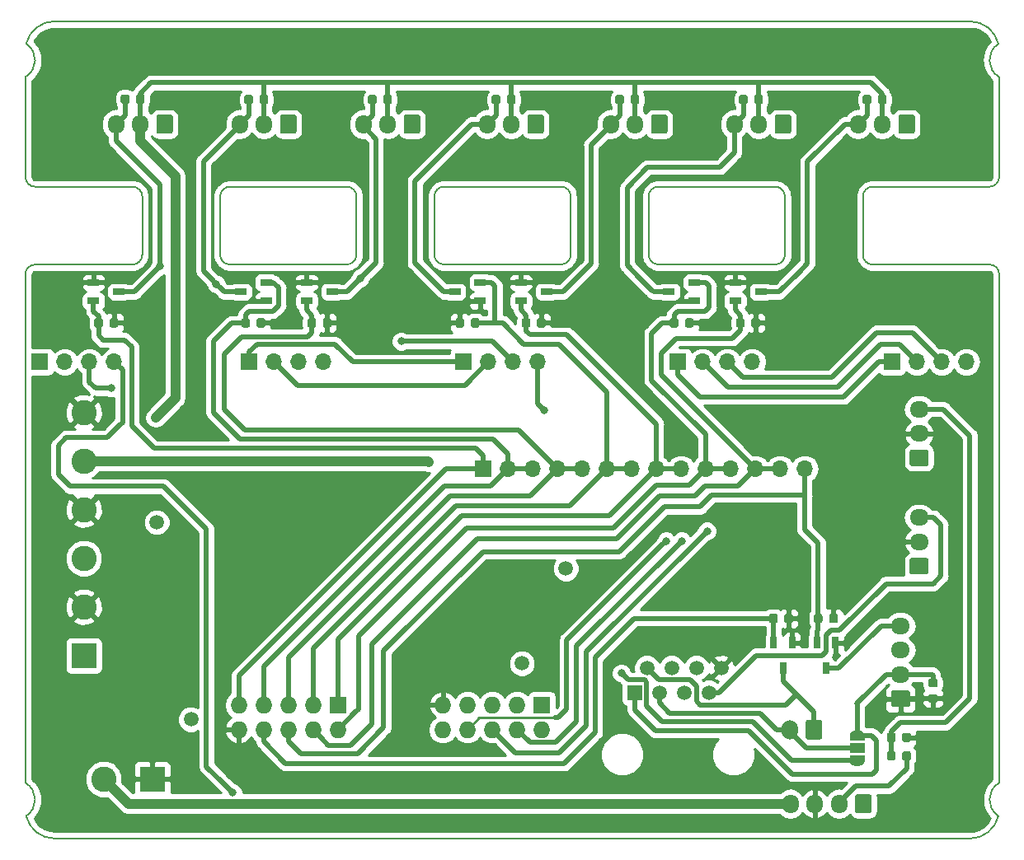
<source format=gbl>
G04 #@! TF.GenerationSoftware,KiCad,Pcbnew,5.0.2-bee76a0~70~ubuntu18.04.1*
G04 #@! TF.CreationDate,2019-02-11T12:00:49+01:00*
G04 #@! TF.ProjectId,3D_PrEBo,33445f50-7245-4426-9f2e-6b696361645f,rev?*
G04 #@! TF.SameCoordinates,Original*
G04 #@! TF.FileFunction,Copper,L2,Bot*
G04 #@! TF.FilePolarity,Positive*
%FSLAX46Y46*%
G04 Gerber Fmt 4.6, Leading zero omitted, Abs format (unit mm)*
G04 Created by KiCad (PCBNEW 5.0.2-bee76a0~70~ubuntu18.04.1) date Po 11. února 2019, 12:00:49 CET*
%MOMM*%
%LPD*%
G01*
G04 APERTURE LIST*
G04 #@! TA.AperFunction,NonConductor*
%ADD10C,0.200000*%
G04 #@! TD*
G04 #@! TA.AperFunction,Conductor*
%ADD11C,0.150000*%
G04 #@! TD*
G04 #@! TA.AperFunction,ComponentPad*
%ADD12C,1.700000*%
G04 #@! TD*
G04 #@! TA.AperFunction,ComponentPad*
%ADD13O,1.700000X2.000000*%
G04 #@! TD*
G04 #@! TA.AperFunction,ComponentPad*
%ADD14O,1.700000X1.950000*%
G04 #@! TD*
G04 #@! TA.AperFunction,SMDPad,CuDef*
%ADD15C,0.875000*%
G04 #@! TD*
G04 #@! TA.AperFunction,ComponentPad*
%ADD16R,2.600000X2.600000*%
G04 #@! TD*
G04 #@! TA.AperFunction,ComponentPad*
%ADD17C,2.600000*%
G04 #@! TD*
G04 #@! TA.AperFunction,ComponentPad*
%ADD18R,1.500000X1.500000*%
G04 #@! TD*
G04 #@! TA.AperFunction,ComponentPad*
%ADD19C,1.500000*%
G04 #@! TD*
G04 #@! TA.AperFunction,ComponentPad*
%ADD20R,1.700000X1.700000*%
G04 #@! TD*
G04 #@! TA.AperFunction,ComponentPad*
%ADD21O,1.700000X1.700000*%
G04 #@! TD*
G04 #@! TA.AperFunction,ComponentPad*
%ADD22O,1.727200X1.727200*%
G04 #@! TD*
G04 #@! TA.AperFunction,ComponentPad*
%ADD23R,1.727200X1.727200*%
G04 #@! TD*
G04 #@! TA.AperFunction,ComponentPad*
%ADD24O,1.950000X1.700000*%
G04 #@! TD*
G04 #@! TA.AperFunction,SMDPad,CuDef*
%ADD25C,0.500000*%
G04 #@! TD*
G04 #@! TA.AperFunction,SMDPad,CuDef*
%ADD26R,1.500000X1.000000*%
G04 #@! TD*
G04 #@! TA.AperFunction,SMDPad,CuDef*
%ADD27R,0.650000X1.220000*%
G04 #@! TD*
G04 #@! TA.AperFunction,SMDPad,CuDef*
%ADD28R,1.220000X0.650000*%
G04 #@! TD*
G04 #@! TA.AperFunction,ViaPad*
%ADD29C,0.800000*%
G04 #@! TD*
G04 #@! TA.AperFunction,Conductor*
%ADD30C,0.500000*%
G04 #@! TD*
G04 #@! TA.AperFunction,Conductor*
%ADD31C,1.000000*%
G04 #@! TD*
G04 #@! TA.AperFunction,Conductor*
%ADD32C,0.250000*%
G04 #@! TD*
G04 #@! TA.AperFunction,Conductor*
%ADD33C,0.254000*%
G04 #@! TD*
G04 APERTURE END LIST*
D10*
X164000000Y-82000000D02*
X164000000Y-76000000D01*
X142000000Y-76000000D02*
G75*
G02X143000000Y-75000000I1000000J0D01*
G01*
X111000000Y-83000000D02*
X101000000Y-83000000D01*
X121000000Y-83000000D02*
G75*
G02X120000000Y-82000000I0J1000000D01*
G01*
X100000000Y-63732051D02*
X100000000Y-74000000D01*
X100000000Y-84000000D02*
X100000000Y-136267949D01*
X199000000Y-83000000D02*
G75*
G02X200000000Y-84000000I0J-1000000D01*
G01*
X197000000Y-58000000D02*
G75*
G02X199920991Y-60316034I0J-3000000D01*
G01*
X134000000Y-76000000D02*
X134000000Y-82000000D01*
X200000000Y-84000000D02*
X200000000Y-136267949D01*
X100000000Y-136267949D02*
G75*
G02X100079009Y-139683966I-1000000J-1732051D01*
G01*
X156000000Y-82000000D02*
G75*
G02X155000000Y-83000000I-1000000J0D01*
G01*
X155000000Y-83000000D02*
X143000000Y-83000000D01*
X164000000Y-76000000D02*
G75*
G02X165000000Y-75000000I1000000J0D01*
G01*
X187000000Y-83000000D02*
G75*
G02X186000000Y-82000000I0J1000000D01*
G01*
X100000000Y-84000000D02*
G75*
G02X101000000Y-83000000I1000000J0D01*
G01*
X199920991Y-139683966D02*
G75*
G02X200000000Y-136267949I1079009J1683966D01*
G01*
X165000000Y-83000000D02*
G75*
G02X164000000Y-82000000I0J1000000D01*
G01*
X103000000Y-58000000D02*
X197000000Y-58000000D01*
X100079009Y-60316034D02*
G75*
G02X100000000Y-63732051I-1079009J-1683966D01*
G01*
X100079009Y-60316034D02*
G75*
G02X103000000Y-58000000I2920991J-683966D01*
G01*
X101000000Y-75000000D02*
X111000000Y-75000000D01*
X200000000Y-74000000D02*
G75*
G02X199000000Y-75000000I-1000000J0D01*
G01*
X112000000Y-76000000D02*
X112000000Y-82000000D01*
X186000000Y-76000000D02*
G75*
G02X187000000Y-75000000I1000000J0D01*
G01*
X133000000Y-83000000D02*
X121000000Y-83000000D01*
X112000000Y-82000000D02*
G75*
G02X111000000Y-83000000I-1000000J0D01*
G01*
X111000000Y-75000000D02*
G75*
G02X112000000Y-76000000I0J-1000000D01*
G01*
X133000000Y-75000000D02*
G75*
G02X134000000Y-76000000I0J-1000000D01*
G01*
X142000000Y-82000000D02*
X142000000Y-76000000D01*
X199000000Y-83000000D02*
X187000000Y-83000000D01*
X120000000Y-82000000D02*
X120000000Y-76000000D01*
X120000000Y-76000000D02*
G75*
G02X121000000Y-75000000I1000000J0D01*
G01*
X121000000Y-75000000D02*
X133000000Y-75000000D01*
X200000000Y-63732051D02*
G75*
G02X199920991Y-60316034I1000000J1732051D01*
G01*
X155000000Y-75000000D02*
G75*
G02X156000000Y-76000000I0J-1000000D01*
G01*
X143000000Y-83000000D02*
G75*
G02X142000000Y-82000000I0J1000000D01*
G01*
X156000000Y-76000000D02*
X156000000Y-82000000D01*
X178000000Y-76000000D02*
X178000000Y-82000000D01*
X103000000Y-142000000D02*
X197000000Y-142000000D01*
X101000000Y-75000000D02*
G75*
G02X100000000Y-74000000I0J1000000D01*
G01*
X134000000Y-82000000D02*
G75*
G02X133000000Y-83000000I-1000000J0D01*
G01*
X143000000Y-75000000D02*
X155000000Y-75000000D01*
X165000000Y-75000000D02*
X177000000Y-75000000D01*
X187000000Y-75000000D02*
X199000000Y-75000000D01*
X199920991Y-139683966D02*
G75*
G02X197000000Y-142000000I-2920991J683966D01*
G01*
X103000000Y-142000000D02*
G75*
G02X100079009Y-139683966I0J3000000D01*
G01*
X177000000Y-75000000D02*
G75*
G02X178000000Y-76000000I0J-1000000D01*
G01*
X178000000Y-82000000D02*
G75*
G02X177000000Y-83000000I-1000000J0D01*
G01*
X200000000Y-63732051D02*
X200000000Y-74000000D01*
X177000000Y-83000000D02*
X165000000Y-83000000D01*
X186000000Y-82000000D02*
X186000000Y-76000000D01*
D11*
G04 #@! TO.N,LED_PWR*
G04 #@! TO.C,J1*
G36*
X181599504Y-129811204D02*
X181623773Y-129814804D01*
X181647571Y-129820765D01*
X181670671Y-129829030D01*
X181692849Y-129839520D01*
X181713893Y-129852133D01*
X181733598Y-129866747D01*
X181751777Y-129883223D01*
X181768253Y-129901402D01*
X181782867Y-129921107D01*
X181795480Y-129942151D01*
X181805970Y-129964329D01*
X181814235Y-129987429D01*
X181820196Y-130011227D01*
X181823796Y-130035496D01*
X181825000Y-130060000D01*
X181825000Y-131560000D01*
X181823796Y-131584504D01*
X181820196Y-131608773D01*
X181814235Y-131632571D01*
X181805970Y-131655671D01*
X181795480Y-131677849D01*
X181782867Y-131698893D01*
X181768253Y-131718598D01*
X181751777Y-131736777D01*
X181733598Y-131753253D01*
X181713893Y-131767867D01*
X181692849Y-131780480D01*
X181670671Y-131790970D01*
X181647571Y-131799235D01*
X181623773Y-131805196D01*
X181599504Y-131808796D01*
X181575000Y-131810000D01*
X180375000Y-131810000D01*
X180350496Y-131808796D01*
X180326227Y-131805196D01*
X180302429Y-131799235D01*
X180279329Y-131790970D01*
X180257151Y-131780480D01*
X180236107Y-131767867D01*
X180216402Y-131753253D01*
X180198223Y-131736777D01*
X180181747Y-131718598D01*
X180167133Y-131698893D01*
X180154520Y-131677849D01*
X180144030Y-131655671D01*
X180135765Y-131632571D01*
X180129804Y-131608773D01*
X180126204Y-131584504D01*
X180125000Y-131560000D01*
X180125000Y-130060000D01*
X180126204Y-130035496D01*
X180129804Y-130011227D01*
X180135765Y-129987429D01*
X180144030Y-129964329D01*
X180154520Y-129942151D01*
X180167133Y-129921107D01*
X180181747Y-129901402D01*
X180198223Y-129883223D01*
X180216402Y-129866747D01*
X180236107Y-129852133D01*
X180257151Y-129839520D01*
X180279329Y-129829030D01*
X180302429Y-129820765D01*
X180326227Y-129814804D01*
X180350496Y-129811204D01*
X180375000Y-129810000D01*
X181575000Y-129810000D01*
X181599504Y-129811204D01*
X181599504Y-129811204D01*
G37*
D12*
G04 #@! TD*
G04 #@! TO.P,J1,1*
G04 #@! TO.N,LED_PWR*
X180975000Y-130810000D03*
D13*
G04 #@! TO.P,J1,2*
G04 #@! TO.N,LED_VCC*
X178475000Y-130810000D03*
G04 #@! TD*
D11*
G04 #@! TO.N,Net-(J12-Pad1)*
G04 #@! TO.C,J12*
G36*
X186679504Y-137456204D02*
X186703773Y-137459804D01*
X186727571Y-137465765D01*
X186750671Y-137474030D01*
X186772849Y-137484520D01*
X186793893Y-137497133D01*
X186813598Y-137511747D01*
X186831777Y-137528223D01*
X186848253Y-137546402D01*
X186862867Y-137566107D01*
X186875480Y-137587151D01*
X186885970Y-137609329D01*
X186894235Y-137632429D01*
X186900196Y-137656227D01*
X186903796Y-137680496D01*
X186905000Y-137705000D01*
X186905000Y-139155000D01*
X186903796Y-139179504D01*
X186900196Y-139203773D01*
X186894235Y-139227571D01*
X186885970Y-139250671D01*
X186875480Y-139272849D01*
X186862867Y-139293893D01*
X186848253Y-139313598D01*
X186831777Y-139331777D01*
X186813598Y-139348253D01*
X186793893Y-139362867D01*
X186772849Y-139375480D01*
X186750671Y-139385970D01*
X186727571Y-139394235D01*
X186703773Y-139400196D01*
X186679504Y-139403796D01*
X186655000Y-139405000D01*
X185455000Y-139405000D01*
X185430496Y-139403796D01*
X185406227Y-139400196D01*
X185382429Y-139394235D01*
X185359329Y-139385970D01*
X185337151Y-139375480D01*
X185316107Y-139362867D01*
X185296402Y-139348253D01*
X185278223Y-139331777D01*
X185261747Y-139313598D01*
X185247133Y-139293893D01*
X185234520Y-139272849D01*
X185224030Y-139250671D01*
X185215765Y-139227571D01*
X185209804Y-139203773D01*
X185206204Y-139179504D01*
X185205000Y-139155000D01*
X185205000Y-137705000D01*
X185206204Y-137680496D01*
X185209804Y-137656227D01*
X185215765Y-137632429D01*
X185224030Y-137609329D01*
X185234520Y-137587151D01*
X185247133Y-137566107D01*
X185261747Y-137546402D01*
X185278223Y-137528223D01*
X185296402Y-137511747D01*
X185316107Y-137497133D01*
X185337151Y-137484520D01*
X185359329Y-137474030D01*
X185382429Y-137465765D01*
X185406227Y-137459804D01*
X185430496Y-137456204D01*
X185455000Y-137455000D01*
X186655000Y-137455000D01*
X186679504Y-137456204D01*
X186679504Y-137456204D01*
G37*
D12*
G04 #@! TD*
G04 #@! TO.P,J12,1*
G04 #@! TO.N,Net-(J12-Pad1)*
X186055000Y-138430000D03*
D14*
G04 #@! TO.P,J12,2*
G04 #@! TO.N,Net-(J12-Pad2)*
X183555000Y-138430000D03*
G04 #@! TO.P,J12,3*
G04 #@! TO.N,GND*
X181055000Y-138430000D03*
G04 #@! TO.P,J12,4*
G04 #@! TO.N,V_IN*
X178555000Y-138430000D03*
G04 #@! TD*
D11*
G04 #@! TO.N,GND*
G04 #@! TO.C,C7*
G36*
X193477691Y-127151053D02*
X193498926Y-127154203D01*
X193519750Y-127159419D01*
X193539962Y-127166651D01*
X193559368Y-127175830D01*
X193577781Y-127186866D01*
X193595024Y-127199654D01*
X193610930Y-127214070D01*
X193625346Y-127229976D01*
X193638134Y-127247219D01*
X193649170Y-127265632D01*
X193658349Y-127285038D01*
X193665581Y-127305250D01*
X193670797Y-127326074D01*
X193673947Y-127347309D01*
X193675000Y-127368750D01*
X193675000Y-127806250D01*
X193673947Y-127827691D01*
X193670797Y-127848926D01*
X193665581Y-127869750D01*
X193658349Y-127889962D01*
X193649170Y-127909368D01*
X193638134Y-127927781D01*
X193625346Y-127945024D01*
X193610930Y-127960930D01*
X193595024Y-127975346D01*
X193577781Y-127988134D01*
X193559368Y-127999170D01*
X193539962Y-128008349D01*
X193519750Y-128015581D01*
X193498926Y-128020797D01*
X193477691Y-128023947D01*
X193456250Y-128025000D01*
X192943750Y-128025000D01*
X192922309Y-128023947D01*
X192901074Y-128020797D01*
X192880250Y-128015581D01*
X192860038Y-128008349D01*
X192840632Y-127999170D01*
X192822219Y-127988134D01*
X192804976Y-127975346D01*
X192789070Y-127960930D01*
X192774654Y-127945024D01*
X192761866Y-127927781D01*
X192750830Y-127909368D01*
X192741651Y-127889962D01*
X192734419Y-127869750D01*
X192729203Y-127848926D01*
X192726053Y-127827691D01*
X192725000Y-127806250D01*
X192725000Y-127368750D01*
X192726053Y-127347309D01*
X192729203Y-127326074D01*
X192734419Y-127305250D01*
X192741651Y-127285038D01*
X192750830Y-127265632D01*
X192761866Y-127247219D01*
X192774654Y-127229976D01*
X192789070Y-127214070D01*
X192804976Y-127199654D01*
X192822219Y-127186866D01*
X192840632Y-127175830D01*
X192860038Y-127166651D01*
X192880250Y-127159419D01*
X192901074Y-127154203D01*
X192922309Y-127151053D01*
X192943750Y-127150000D01*
X193456250Y-127150000D01*
X193477691Y-127151053D01*
X193477691Y-127151053D01*
G37*
D15*
G04 #@! TD*
G04 #@! TO.P,C7,2*
G04 #@! TO.N,GND*
X193200000Y-127587500D03*
D11*
G04 #@! TO.N,+12V*
G04 #@! TO.C,C7*
G36*
X193477691Y-125576053D02*
X193498926Y-125579203D01*
X193519750Y-125584419D01*
X193539962Y-125591651D01*
X193559368Y-125600830D01*
X193577781Y-125611866D01*
X193595024Y-125624654D01*
X193610930Y-125639070D01*
X193625346Y-125654976D01*
X193638134Y-125672219D01*
X193649170Y-125690632D01*
X193658349Y-125710038D01*
X193665581Y-125730250D01*
X193670797Y-125751074D01*
X193673947Y-125772309D01*
X193675000Y-125793750D01*
X193675000Y-126231250D01*
X193673947Y-126252691D01*
X193670797Y-126273926D01*
X193665581Y-126294750D01*
X193658349Y-126314962D01*
X193649170Y-126334368D01*
X193638134Y-126352781D01*
X193625346Y-126370024D01*
X193610930Y-126385930D01*
X193595024Y-126400346D01*
X193577781Y-126413134D01*
X193559368Y-126424170D01*
X193539962Y-126433349D01*
X193519750Y-126440581D01*
X193498926Y-126445797D01*
X193477691Y-126448947D01*
X193456250Y-126450000D01*
X192943750Y-126450000D01*
X192922309Y-126448947D01*
X192901074Y-126445797D01*
X192880250Y-126440581D01*
X192860038Y-126433349D01*
X192840632Y-126424170D01*
X192822219Y-126413134D01*
X192804976Y-126400346D01*
X192789070Y-126385930D01*
X192774654Y-126370024D01*
X192761866Y-126352781D01*
X192750830Y-126334368D01*
X192741651Y-126314962D01*
X192734419Y-126294750D01*
X192729203Y-126273926D01*
X192726053Y-126252691D01*
X192725000Y-126231250D01*
X192725000Y-125793750D01*
X192726053Y-125772309D01*
X192729203Y-125751074D01*
X192734419Y-125730250D01*
X192741651Y-125710038D01*
X192750830Y-125690632D01*
X192761866Y-125672219D01*
X192774654Y-125654976D01*
X192789070Y-125639070D01*
X192804976Y-125624654D01*
X192822219Y-125611866D01*
X192840632Y-125600830D01*
X192860038Y-125591651D01*
X192880250Y-125584419D01*
X192901074Y-125579203D01*
X192922309Y-125576053D01*
X192943750Y-125575000D01*
X193456250Y-125575000D01*
X193477691Y-125576053D01*
X193477691Y-125576053D01*
G37*
D15*
G04 #@! TD*
G04 #@! TO.P,C7,1*
G04 #@! TO.N,+12V*
X193200000Y-126012500D03*
D11*
G04 #@! TO.N,+12V*
G04 #@! TO.C,C8*
G36*
X112040191Y-65526053D02*
X112061426Y-65529203D01*
X112082250Y-65534419D01*
X112102462Y-65541651D01*
X112121868Y-65550830D01*
X112140281Y-65561866D01*
X112157524Y-65574654D01*
X112173430Y-65589070D01*
X112187846Y-65604976D01*
X112200634Y-65622219D01*
X112211670Y-65640632D01*
X112220849Y-65660038D01*
X112228081Y-65680250D01*
X112233297Y-65701074D01*
X112236447Y-65722309D01*
X112237500Y-65743750D01*
X112237500Y-66256250D01*
X112236447Y-66277691D01*
X112233297Y-66298926D01*
X112228081Y-66319750D01*
X112220849Y-66339962D01*
X112211670Y-66359368D01*
X112200634Y-66377781D01*
X112187846Y-66395024D01*
X112173430Y-66410930D01*
X112157524Y-66425346D01*
X112140281Y-66438134D01*
X112121868Y-66449170D01*
X112102462Y-66458349D01*
X112082250Y-66465581D01*
X112061426Y-66470797D01*
X112040191Y-66473947D01*
X112018750Y-66475000D01*
X111581250Y-66475000D01*
X111559809Y-66473947D01*
X111538574Y-66470797D01*
X111517750Y-66465581D01*
X111497538Y-66458349D01*
X111478132Y-66449170D01*
X111459719Y-66438134D01*
X111442476Y-66425346D01*
X111426570Y-66410930D01*
X111412154Y-66395024D01*
X111399366Y-66377781D01*
X111388330Y-66359368D01*
X111379151Y-66339962D01*
X111371919Y-66319750D01*
X111366703Y-66298926D01*
X111363553Y-66277691D01*
X111362500Y-66256250D01*
X111362500Y-65743750D01*
X111363553Y-65722309D01*
X111366703Y-65701074D01*
X111371919Y-65680250D01*
X111379151Y-65660038D01*
X111388330Y-65640632D01*
X111399366Y-65622219D01*
X111412154Y-65604976D01*
X111426570Y-65589070D01*
X111442476Y-65574654D01*
X111459719Y-65561866D01*
X111478132Y-65550830D01*
X111497538Y-65541651D01*
X111517750Y-65534419D01*
X111538574Y-65529203D01*
X111559809Y-65526053D01*
X111581250Y-65525000D01*
X112018750Y-65525000D01*
X112040191Y-65526053D01*
X112040191Y-65526053D01*
G37*
D15*
G04 #@! TD*
G04 #@! TO.P,C8,1*
G04 #@! TO.N,+12V*
X111800000Y-66000000D03*
D11*
G04 #@! TO.N,FAN0_PWR*
G04 #@! TO.C,C8*
G36*
X110465191Y-65526053D02*
X110486426Y-65529203D01*
X110507250Y-65534419D01*
X110527462Y-65541651D01*
X110546868Y-65550830D01*
X110565281Y-65561866D01*
X110582524Y-65574654D01*
X110598430Y-65589070D01*
X110612846Y-65604976D01*
X110625634Y-65622219D01*
X110636670Y-65640632D01*
X110645849Y-65660038D01*
X110653081Y-65680250D01*
X110658297Y-65701074D01*
X110661447Y-65722309D01*
X110662500Y-65743750D01*
X110662500Y-66256250D01*
X110661447Y-66277691D01*
X110658297Y-66298926D01*
X110653081Y-66319750D01*
X110645849Y-66339962D01*
X110636670Y-66359368D01*
X110625634Y-66377781D01*
X110612846Y-66395024D01*
X110598430Y-66410930D01*
X110582524Y-66425346D01*
X110565281Y-66438134D01*
X110546868Y-66449170D01*
X110527462Y-66458349D01*
X110507250Y-66465581D01*
X110486426Y-66470797D01*
X110465191Y-66473947D01*
X110443750Y-66475000D01*
X110006250Y-66475000D01*
X109984809Y-66473947D01*
X109963574Y-66470797D01*
X109942750Y-66465581D01*
X109922538Y-66458349D01*
X109903132Y-66449170D01*
X109884719Y-66438134D01*
X109867476Y-66425346D01*
X109851570Y-66410930D01*
X109837154Y-66395024D01*
X109824366Y-66377781D01*
X109813330Y-66359368D01*
X109804151Y-66339962D01*
X109796919Y-66319750D01*
X109791703Y-66298926D01*
X109788553Y-66277691D01*
X109787500Y-66256250D01*
X109787500Y-65743750D01*
X109788553Y-65722309D01*
X109791703Y-65701074D01*
X109796919Y-65680250D01*
X109804151Y-65660038D01*
X109813330Y-65640632D01*
X109824366Y-65622219D01*
X109837154Y-65604976D01*
X109851570Y-65589070D01*
X109867476Y-65574654D01*
X109884719Y-65561866D01*
X109903132Y-65550830D01*
X109922538Y-65541651D01*
X109942750Y-65534419D01*
X109963574Y-65529203D01*
X109984809Y-65526053D01*
X110006250Y-65525000D01*
X110443750Y-65525000D01*
X110465191Y-65526053D01*
X110465191Y-65526053D01*
G37*
D15*
G04 #@! TD*
G04 #@! TO.P,C8,2*
G04 #@! TO.N,FAN0_PWR*
X110225000Y-66000000D03*
D11*
G04 #@! TO.N,FAN1_PWR*
G04 #@! TO.C,C9*
G36*
X123165191Y-65566053D02*
X123186426Y-65569203D01*
X123207250Y-65574419D01*
X123227462Y-65581651D01*
X123246868Y-65590830D01*
X123265281Y-65601866D01*
X123282524Y-65614654D01*
X123298430Y-65629070D01*
X123312846Y-65644976D01*
X123325634Y-65662219D01*
X123336670Y-65680632D01*
X123345849Y-65700038D01*
X123353081Y-65720250D01*
X123358297Y-65741074D01*
X123361447Y-65762309D01*
X123362500Y-65783750D01*
X123362500Y-66296250D01*
X123361447Y-66317691D01*
X123358297Y-66338926D01*
X123353081Y-66359750D01*
X123345849Y-66379962D01*
X123336670Y-66399368D01*
X123325634Y-66417781D01*
X123312846Y-66435024D01*
X123298430Y-66450930D01*
X123282524Y-66465346D01*
X123265281Y-66478134D01*
X123246868Y-66489170D01*
X123227462Y-66498349D01*
X123207250Y-66505581D01*
X123186426Y-66510797D01*
X123165191Y-66513947D01*
X123143750Y-66515000D01*
X122706250Y-66515000D01*
X122684809Y-66513947D01*
X122663574Y-66510797D01*
X122642750Y-66505581D01*
X122622538Y-66498349D01*
X122603132Y-66489170D01*
X122584719Y-66478134D01*
X122567476Y-66465346D01*
X122551570Y-66450930D01*
X122537154Y-66435024D01*
X122524366Y-66417781D01*
X122513330Y-66399368D01*
X122504151Y-66379962D01*
X122496919Y-66359750D01*
X122491703Y-66338926D01*
X122488553Y-66317691D01*
X122487500Y-66296250D01*
X122487500Y-65783750D01*
X122488553Y-65762309D01*
X122491703Y-65741074D01*
X122496919Y-65720250D01*
X122504151Y-65700038D01*
X122513330Y-65680632D01*
X122524366Y-65662219D01*
X122537154Y-65644976D01*
X122551570Y-65629070D01*
X122567476Y-65614654D01*
X122584719Y-65601866D01*
X122603132Y-65590830D01*
X122622538Y-65581651D01*
X122642750Y-65574419D01*
X122663574Y-65569203D01*
X122684809Y-65566053D01*
X122706250Y-65565000D01*
X123143750Y-65565000D01*
X123165191Y-65566053D01*
X123165191Y-65566053D01*
G37*
D15*
G04 #@! TD*
G04 #@! TO.P,C9,2*
G04 #@! TO.N,FAN1_PWR*
X122925000Y-66040000D03*
D11*
G04 #@! TO.N,+12V*
G04 #@! TO.C,C9*
G36*
X124740191Y-65566053D02*
X124761426Y-65569203D01*
X124782250Y-65574419D01*
X124802462Y-65581651D01*
X124821868Y-65590830D01*
X124840281Y-65601866D01*
X124857524Y-65614654D01*
X124873430Y-65629070D01*
X124887846Y-65644976D01*
X124900634Y-65662219D01*
X124911670Y-65680632D01*
X124920849Y-65700038D01*
X124928081Y-65720250D01*
X124933297Y-65741074D01*
X124936447Y-65762309D01*
X124937500Y-65783750D01*
X124937500Y-66296250D01*
X124936447Y-66317691D01*
X124933297Y-66338926D01*
X124928081Y-66359750D01*
X124920849Y-66379962D01*
X124911670Y-66399368D01*
X124900634Y-66417781D01*
X124887846Y-66435024D01*
X124873430Y-66450930D01*
X124857524Y-66465346D01*
X124840281Y-66478134D01*
X124821868Y-66489170D01*
X124802462Y-66498349D01*
X124782250Y-66505581D01*
X124761426Y-66510797D01*
X124740191Y-66513947D01*
X124718750Y-66515000D01*
X124281250Y-66515000D01*
X124259809Y-66513947D01*
X124238574Y-66510797D01*
X124217750Y-66505581D01*
X124197538Y-66498349D01*
X124178132Y-66489170D01*
X124159719Y-66478134D01*
X124142476Y-66465346D01*
X124126570Y-66450930D01*
X124112154Y-66435024D01*
X124099366Y-66417781D01*
X124088330Y-66399368D01*
X124079151Y-66379962D01*
X124071919Y-66359750D01*
X124066703Y-66338926D01*
X124063553Y-66317691D01*
X124062500Y-66296250D01*
X124062500Y-65783750D01*
X124063553Y-65762309D01*
X124066703Y-65741074D01*
X124071919Y-65720250D01*
X124079151Y-65700038D01*
X124088330Y-65680632D01*
X124099366Y-65662219D01*
X124112154Y-65644976D01*
X124126570Y-65629070D01*
X124142476Y-65614654D01*
X124159719Y-65601866D01*
X124178132Y-65590830D01*
X124197538Y-65581651D01*
X124217750Y-65574419D01*
X124238574Y-65569203D01*
X124259809Y-65566053D01*
X124281250Y-65565000D01*
X124718750Y-65565000D01*
X124740191Y-65566053D01*
X124740191Y-65566053D01*
G37*
D15*
G04 #@! TD*
G04 #@! TO.P,C9,1*
G04 #@! TO.N,+12V*
X124500000Y-66040000D03*
D11*
G04 #@! TO.N,FAN2_PWR*
G04 #@! TO.C,C10*
G36*
X135865191Y-65566053D02*
X135886426Y-65569203D01*
X135907250Y-65574419D01*
X135927462Y-65581651D01*
X135946868Y-65590830D01*
X135965281Y-65601866D01*
X135982524Y-65614654D01*
X135998430Y-65629070D01*
X136012846Y-65644976D01*
X136025634Y-65662219D01*
X136036670Y-65680632D01*
X136045849Y-65700038D01*
X136053081Y-65720250D01*
X136058297Y-65741074D01*
X136061447Y-65762309D01*
X136062500Y-65783750D01*
X136062500Y-66296250D01*
X136061447Y-66317691D01*
X136058297Y-66338926D01*
X136053081Y-66359750D01*
X136045849Y-66379962D01*
X136036670Y-66399368D01*
X136025634Y-66417781D01*
X136012846Y-66435024D01*
X135998430Y-66450930D01*
X135982524Y-66465346D01*
X135965281Y-66478134D01*
X135946868Y-66489170D01*
X135927462Y-66498349D01*
X135907250Y-66505581D01*
X135886426Y-66510797D01*
X135865191Y-66513947D01*
X135843750Y-66515000D01*
X135406250Y-66515000D01*
X135384809Y-66513947D01*
X135363574Y-66510797D01*
X135342750Y-66505581D01*
X135322538Y-66498349D01*
X135303132Y-66489170D01*
X135284719Y-66478134D01*
X135267476Y-66465346D01*
X135251570Y-66450930D01*
X135237154Y-66435024D01*
X135224366Y-66417781D01*
X135213330Y-66399368D01*
X135204151Y-66379962D01*
X135196919Y-66359750D01*
X135191703Y-66338926D01*
X135188553Y-66317691D01*
X135187500Y-66296250D01*
X135187500Y-65783750D01*
X135188553Y-65762309D01*
X135191703Y-65741074D01*
X135196919Y-65720250D01*
X135204151Y-65700038D01*
X135213330Y-65680632D01*
X135224366Y-65662219D01*
X135237154Y-65644976D01*
X135251570Y-65629070D01*
X135267476Y-65614654D01*
X135284719Y-65601866D01*
X135303132Y-65590830D01*
X135322538Y-65581651D01*
X135342750Y-65574419D01*
X135363574Y-65569203D01*
X135384809Y-65566053D01*
X135406250Y-65565000D01*
X135843750Y-65565000D01*
X135865191Y-65566053D01*
X135865191Y-65566053D01*
G37*
D15*
G04 #@! TD*
G04 #@! TO.P,C10,2*
G04 #@! TO.N,FAN2_PWR*
X135625000Y-66040000D03*
D11*
G04 #@! TO.N,+12V*
G04 #@! TO.C,C10*
G36*
X137440191Y-65566053D02*
X137461426Y-65569203D01*
X137482250Y-65574419D01*
X137502462Y-65581651D01*
X137521868Y-65590830D01*
X137540281Y-65601866D01*
X137557524Y-65614654D01*
X137573430Y-65629070D01*
X137587846Y-65644976D01*
X137600634Y-65662219D01*
X137611670Y-65680632D01*
X137620849Y-65700038D01*
X137628081Y-65720250D01*
X137633297Y-65741074D01*
X137636447Y-65762309D01*
X137637500Y-65783750D01*
X137637500Y-66296250D01*
X137636447Y-66317691D01*
X137633297Y-66338926D01*
X137628081Y-66359750D01*
X137620849Y-66379962D01*
X137611670Y-66399368D01*
X137600634Y-66417781D01*
X137587846Y-66435024D01*
X137573430Y-66450930D01*
X137557524Y-66465346D01*
X137540281Y-66478134D01*
X137521868Y-66489170D01*
X137502462Y-66498349D01*
X137482250Y-66505581D01*
X137461426Y-66510797D01*
X137440191Y-66513947D01*
X137418750Y-66515000D01*
X136981250Y-66515000D01*
X136959809Y-66513947D01*
X136938574Y-66510797D01*
X136917750Y-66505581D01*
X136897538Y-66498349D01*
X136878132Y-66489170D01*
X136859719Y-66478134D01*
X136842476Y-66465346D01*
X136826570Y-66450930D01*
X136812154Y-66435024D01*
X136799366Y-66417781D01*
X136788330Y-66399368D01*
X136779151Y-66379962D01*
X136771919Y-66359750D01*
X136766703Y-66338926D01*
X136763553Y-66317691D01*
X136762500Y-66296250D01*
X136762500Y-65783750D01*
X136763553Y-65762309D01*
X136766703Y-65741074D01*
X136771919Y-65720250D01*
X136779151Y-65700038D01*
X136788330Y-65680632D01*
X136799366Y-65662219D01*
X136812154Y-65644976D01*
X136826570Y-65629070D01*
X136842476Y-65614654D01*
X136859719Y-65601866D01*
X136878132Y-65590830D01*
X136897538Y-65581651D01*
X136917750Y-65574419D01*
X136938574Y-65569203D01*
X136959809Y-65566053D01*
X136981250Y-65565000D01*
X137418750Y-65565000D01*
X137440191Y-65566053D01*
X137440191Y-65566053D01*
G37*
D15*
G04 #@! TD*
G04 #@! TO.P,C10,1*
G04 #@! TO.N,+12V*
X137200000Y-66040000D03*
D11*
G04 #@! TO.N,+12V*
G04 #@! TO.C,C11*
G36*
X150140191Y-65566053D02*
X150161426Y-65569203D01*
X150182250Y-65574419D01*
X150202462Y-65581651D01*
X150221868Y-65590830D01*
X150240281Y-65601866D01*
X150257524Y-65614654D01*
X150273430Y-65629070D01*
X150287846Y-65644976D01*
X150300634Y-65662219D01*
X150311670Y-65680632D01*
X150320849Y-65700038D01*
X150328081Y-65720250D01*
X150333297Y-65741074D01*
X150336447Y-65762309D01*
X150337500Y-65783750D01*
X150337500Y-66296250D01*
X150336447Y-66317691D01*
X150333297Y-66338926D01*
X150328081Y-66359750D01*
X150320849Y-66379962D01*
X150311670Y-66399368D01*
X150300634Y-66417781D01*
X150287846Y-66435024D01*
X150273430Y-66450930D01*
X150257524Y-66465346D01*
X150240281Y-66478134D01*
X150221868Y-66489170D01*
X150202462Y-66498349D01*
X150182250Y-66505581D01*
X150161426Y-66510797D01*
X150140191Y-66513947D01*
X150118750Y-66515000D01*
X149681250Y-66515000D01*
X149659809Y-66513947D01*
X149638574Y-66510797D01*
X149617750Y-66505581D01*
X149597538Y-66498349D01*
X149578132Y-66489170D01*
X149559719Y-66478134D01*
X149542476Y-66465346D01*
X149526570Y-66450930D01*
X149512154Y-66435024D01*
X149499366Y-66417781D01*
X149488330Y-66399368D01*
X149479151Y-66379962D01*
X149471919Y-66359750D01*
X149466703Y-66338926D01*
X149463553Y-66317691D01*
X149462500Y-66296250D01*
X149462500Y-65783750D01*
X149463553Y-65762309D01*
X149466703Y-65741074D01*
X149471919Y-65720250D01*
X149479151Y-65700038D01*
X149488330Y-65680632D01*
X149499366Y-65662219D01*
X149512154Y-65644976D01*
X149526570Y-65629070D01*
X149542476Y-65614654D01*
X149559719Y-65601866D01*
X149578132Y-65590830D01*
X149597538Y-65581651D01*
X149617750Y-65574419D01*
X149638574Y-65569203D01*
X149659809Y-65566053D01*
X149681250Y-65565000D01*
X150118750Y-65565000D01*
X150140191Y-65566053D01*
X150140191Y-65566053D01*
G37*
D15*
G04 #@! TD*
G04 #@! TO.P,C11,1*
G04 #@! TO.N,+12V*
X149900000Y-66040000D03*
D11*
G04 #@! TO.N,Net-(C11-Pad2)*
G04 #@! TO.C,C11*
G36*
X148565191Y-65566053D02*
X148586426Y-65569203D01*
X148607250Y-65574419D01*
X148627462Y-65581651D01*
X148646868Y-65590830D01*
X148665281Y-65601866D01*
X148682524Y-65614654D01*
X148698430Y-65629070D01*
X148712846Y-65644976D01*
X148725634Y-65662219D01*
X148736670Y-65680632D01*
X148745849Y-65700038D01*
X148753081Y-65720250D01*
X148758297Y-65741074D01*
X148761447Y-65762309D01*
X148762500Y-65783750D01*
X148762500Y-66296250D01*
X148761447Y-66317691D01*
X148758297Y-66338926D01*
X148753081Y-66359750D01*
X148745849Y-66379962D01*
X148736670Y-66399368D01*
X148725634Y-66417781D01*
X148712846Y-66435024D01*
X148698430Y-66450930D01*
X148682524Y-66465346D01*
X148665281Y-66478134D01*
X148646868Y-66489170D01*
X148627462Y-66498349D01*
X148607250Y-66505581D01*
X148586426Y-66510797D01*
X148565191Y-66513947D01*
X148543750Y-66515000D01*
X148106250Y-66515000D01*
X148084809Y-66513947D01*
X148063574Y-66510797D01*
X148042750Y-66505581D01*
X148022538Y-66498349D01*
X148003132Y-66489170D01*
X147984719Y-66478134D01*
X147967476Y-66465346D01*
X147951570Y-66450930D01*
X147937154Y-66435024D01*
X147924366Y-66417781D01*
X147913330Y-66399368D01*
X147904151Y-66379962D01*
X147896919Y-66359750D01*
X147891703Y-66338926D01*
X147888553Y-66317691D01*
X147887500Y-66296250D01*
X147887500Y-65783750D01*
X147888553Y-65762309D01*
X147891703Y-65741074D01*
X147896919Y-65720250D01*
X147904151Y-65700038D01*
X147913330Y-65680632D01*
X147924366Y-65662219D01*
X147937154Y-65644976D01*
X147951570Y-65629070D01*
X147967476Y-65614654D01*
X147984719Y-65601866D01*
X148003132Y-65590830D01*
X148022538Y-65581651D01*
X148042750Y-65574419D01*
X148063574Y-65569203D01*
X148084809Y-65566053D01*
X148106250Y-65565000D01*
X148543750Y-65565000D01*
X148565191Y-65566053D01*
X148565191Y-65566053D01*
G37*
D15*
G04 #@! TD*
G04 #@! TO.P,C11,2*
G04 #@! TO.N,Net-(C11-Pad2)*
X148325000Y-66040000D03*
D11*
G04 #@! TO.N,+12V*
G04 #@! TO.C,C12*
G36*
X162840191Y-65566053D02*
X162861426Y-65569203D01*
X162882250Y-65574419D01*
X162902462Y-65581651D01*
X162921868Y-65590830D01*
X162940281Y-65601866D01*
X162957524Y-65614654D01*
X162973430Y-65629070D01*
X162987846Y-65644976D01*
X163000634Y-65662219D01*
X163011670Y-65680632D01*
X163020849Y-65700038D01*
X163028081Y-65720250D01*
X163033297Y-65741074D01*
X163036447Y-65762309D01*
X163037500Y-65783750D01*
X163037500Y-66296250D01*
X163036447Y-66317691D01*
X163033297Y-66338926D01*
X163028081Y-66359750D01*
X163020849Y-66379962D01*
X163011670Y-66399368D01*
X163000634Y-66417781D01*
X162987846Y-66435024D01*
X162973430Y-66450930D01*
X162957524Y-66465346D01*
X162940281Y-66478134D01*
X162921868Y-66489170D01*
X162902462Y-66498349D01*
X162882250Y-66505581D01*
X162861426Y-66510797D01*
X162840191Y-66513947D01*
X162818750Y-66515000D01*
X162381250Y-66515000D01*
X162359809Y-66513947D01*
X162338574Y-66510797D01*
X162317750Y-66505581D01*
X162297538Y-66498349D01*
X162278132Y-66489170D01*
X162259719Y-66478134D01*
X162242476Y-66465346D01*
X162226570Y-66450930D01*
X162212154Y-66435024D01*
X162199366Y-66417781D01*
X162188330Y-66399368D01*
X162179151Y-66379962D01*
X162171919Y-66359750D01*
X162166703Y-66338926D01*
X162163553Y-66317691D01*
X162162500Y-66296250D01*
X162162500Y-65783750D01*
X162163553Y-65762309D01*
X162166703Y-65741074D01*
X162171919Y-65720250D01*
X162179151Y-65700038D01*
X162188330Y-65680632D01*
X162199366Y-65662219D01*
X162212154Y-65644976D01*
X162226570Y-65629070D01*
X162242476Y-65614654D01*
X162259719Y-65601866D01*
X162278132Y-65590830D01*
X162297538Y-65581651D01*
X162317750Y-65574419D01*
X162338574Y-65569203D01*
X162359809Y-65566053D01*
X162381250Y-65565000D01*
X162818750Y-65565000D01*
X162840191Y-65566053D01*
X162840191Y-65566053D01*
G37*
D15*
G04 #@! TD*
G04 #@! TO.P,C12,1*
G04 #@! TO.N,+12V*
X162600000Y-66040000D03*
D11*
G04 #@! TO.N,Net-(C12-Pad2)*
G04 #@! TO.C,C12*
G36*
X161265191Y-65566053D02*
X161286426Y-65569203D01*
X161307250Y-65574419D01*
X161327462Y-65581651D01*
X161346868Y-65590830D01*
X161365281Y-65601866D01*
X161382524Y-65614654D01*
X161398430Y-65629070D01*
X161412846Y-65644976D01*
X161425634Y-65662219D01*
X161436670Y-65680632D01*
X161445849Y-65700038D01*
X161453081Y-65720250D01*
X161458297Y-65741074D01*
X161461447Y-65762309D01*
X161462500Y-65783750D01*
X161462500Y-66296250D01*
X161461447Y-66317691D01*
X161458297Y-66338926D01*
X161453081Y-66359750D01*
X161445849Y-66379962D01*
X161436670Y-66399368D01*
X161425634Y-66417781D01*
X161412846Y-66435024D01*
X161398430Y-66450930D01*
X161382524Y-66465346D01*
X161365281Y-66478134D01*
X161346868Y-66489170D01*
X161327462Y-66498349D01*
X161307250Y-66505581D01*
X161286426Y-66510797D01*
X161265191Y-66513947D01*
X161243750Y-66515000D01*
X160806250Y-66515000D01*
X160784809Y-66513947D01*
X160763574Y-66510797D01*
X160742750Y-66505581D01*
X160722538Y-66498349D01*
X160703132Y-66489170D01*
X160684719Y-66478134D01*
X160667476Y-66465346D01*
X160651570Y-66450930D01*
X160637154Y-66435024D01*
X160624366Y-66417781D01*
X160613330Y-66399368D01*
X160604151Y-66379962D01*
X160596919Y-66359750D01*
X160591703Y-66338926D01*
X160588553Y-66317691D01*
X160587500Y-66296250D01*
X160587500Y-65783750D01*
X160588553Y-65762309D01*
X160591703Y-65741074D01*
X160596919Y-65720250D01*
X160604151Y-65700038D01*
X160613330Y-65680632D01*
X160624366Y-65662219D01*
X160637154Y-65644976D01*
X160651570Y-65629070D01*
X160667476Y-65614654D01*
X160684719Y-65601866D01*
X160703132Y-65590830D01*
X160722538Y-65581651D01*
X160742750Y-65574419D01*
X160763574Y-65569203D01*
X160784809Y-65566053D01*
X160806250Y-65565000D01*
X161243750Y-65565000D01*
X161265191Y-65566053D01*
X161265191Y-65566053D01*
G37*
D15*
G04 #@! TD*
G04 #@! TO.P,C12,2*
G04 #@! TO.N,Net-(C12-Pad2)*
X161025000Y-66040000D03*
D11*
G04 #@! TO.N,Net-(C13-Pad2)*
G04 #@! TO.C,C13*
G36*
X173965191Y-65566053D02*
X173986426Y-65569203D01*
X174007250Y-65574419D01*
X174027462Y-65581651D01*
X174046868Y-65590830D01*
X174065281Y-65601866D01*
X174082524Y-65614654D01*
X174098430Y-65629070D01*
X174112846Y-65644976D01*
X174125634Y-65662219D01*
X174136670Y-65680632D01*
X174145849Y-65700038D01*
X174153081Y-65720250D01*
X174158297Y-65741074D01*
X174161447Y-65762309D01*
X174162500Y-65783750D01*
X174162500Y-66296250D01*
X174161447Y-66317691D01*
X174158297Y-66338926D01*
X174153081Y-66359750D01*
X174145849Y-66379962D01*
X174136670Y-66399368D01*
X174125634Y-66417781D01*
X174112846Y-66435024D01*
X174098430Y-66450930D01*
X174082524Y-66465346D01*
X174065281Y-66478134D01*
X174046868Y-66489170D01*
X174027462Y-66498349D01*
X174007250Y-66505581D01*
X173986426Y-66510797D01*
X173965191Y-66513947D01*
X173943750Y-66515000D01*
X173506250Y-66515000D01*
X173484809Y-66513947D01*
X173463574Y-66510797D01*
X173442750Y-66505581D01*
X173422538Y-66498349D01*
X173403132Y-66489170D01*
X173384719Y-66478134D01*
X173367476Y-66465346D01*
X173351570Y-66450930D01*
X173337154Y-66435024D01*
X173324366Y-66417781D01*
X173313330Y-66399368D01*
X173304151Y-66379962D01*
X173296919Y-66359750D01*
X173291703Y-66338926D01*
X173288553Y-66317691D01*
X173287500Y-66296250D01*
X173287500Y-65783750D01*
X173288553Y-65762309D01*
X173291703Y-65741074D01*
X173296919Y-65720250D01*
X173304151Y-65700038D01*
X173313330Y-65680632D01*
X173324366Y-65662219D01*
X173337154Y-65644976D01*
X173351570Y-65629070D01*
X173367476Y-65614654D01*
X173384719Y-65601866D01*
X173403132Y-65590830D01*
X173422538Y-65581651D01*
X173442750Y-65574419D01*
X173463574Y-65569203D01*
X173484809Y-65566053D01*
X173506250Y-65565000D01*
X173943750Y-65565000D01*
X173965191Y-65566053D01*
X173965191Y-65566053D01*
G37*
D15*
G04 #@! TD*
G04 #@! TO.P,C13,2*
G04 #@! TO.N,Net-(C13-Pad2)*
X173725000Y-66040000D03*
D11*
G04 #@! TO.N,+12V*
G04 #@! TO.C,C13*
G36*
X175540191Y-65566053D02*
X175561426Y-65569203D01*
X175582250Y-65574419D01*
X175602462Y-65581651D01*
X175621868Y-65590830D01*
X175640281Y-65601866D01*
X175657524Y-65614654D01*
X175673430Y-65629070D01*
X175687846Y-65644976D01*
X175700634Y-65662219D01*
X175711670Y-65680632D01*
X175720849Y-65700038D01*
X175728081Y-65720250D01*
X175733297Y-65741074D01*
X175736447Y-65762309D01*
X175737500Y-65783750D01*
X175737500Y-66296250D01*
X175736447Y-66317691D01*
X175733297Y-66338926D01*
X175728081Y-66359750D01*
X175720849Y-66379962D01*
X175711670Y-66399368D01*
X175700634Y-66417781D01*
X175687846Y-66435024D01*
X175673430Y-66450930D01*
X175657524Y-66465346D01*
X175640281Y-66478134D01*
X175621868Y-66489170D01*
X175602462Y-66498349D01*
X175582250Y-66505581D01*
X175561426Y-66510797D01*
X175540191Y-66513947D01*
X175518750Y-66515000D01*
X175081250Y-66515000D01*
X175059809Y-66513947D01*
X175038574Y-66510797D01*
X175017750Y-66505581D01*
X174997538Y-66498349D01*
X174978132Y-66489170D01*
X174959719Y-66478134D01*
X174942476Y-66465346D01*
X174926570Y-66450930D01*
X174912154Y-66435024D01*
X174899366Y-66417781D01*
X174888330Y-66399368D01*
X174879151Y-66379962D01*
X174871919Y-66359750D01*
X174866703Y-66338926D01*
X174863553Y-66317691D01*
X174862500Y-66296250D01*
X174862500Y-65783750D01*
X174863553Y-65762309D01*
X174866703Y-65741074D01*
X174871919Y-65720250D01*
X174879151Y-65700038D01*
X174888330Y-65680632D01*
X174899366Y-65662219D01*
X174912154Y-65644976D01*
X174926570Y-65629070D01*
X174942476Y-65614654D01*
X174959719Y-65601866D01*
X174978132Y-65590830D01*
X174997538Y-65581651D01*
X175017750Y-65574419D01*
X175038574Y-65569203D01*
X175059809Y-65566053D01*
X175081250Y-65565000D01*
X175518750Y-65565000D01*
X175540191Y-65566053D01*
X175540191Y-65566053D01*
G37*
D15*
G04 #@! TD*
G04 #@! TO.P,C13,1*
G04 #@! TO.N,+12V*
X175300000Y-66040000D03*
D11*
G04 #@! TO.N,+12V*
G04 #@! TO.C,C14*
G36*
X188240191Y-65566053D02*
X188261426Y-65569203D01*
X188282250Y-65574419D01*
X188302462Y-65581651D01*
X188321868Y-65590830D01*
X188340281Y-65601866D01*
X188357524Y-65614654D01*
X188373430Y-65629070D01*
X188387846Y-65644976D01*
X188400634Y-65662219D01*
X188411670Y-65680632D01*
X188420849Y-65700038D01*
X188428081Y-65720250D01*
X188433297Y-65741074D01*
X188436447Y-65762309D01*
X188437500Y-65783750D01*
X188437500Y-66296250D01*
X188436447Y-66317691D01*
X188433297Y-66338926D01*
X188428081Y-66359750D01*
X188420849Y-66379962D01*
X188411670Y-66399368D01*
X188400634Y-66417781D01*
X188387846Y-66435024D01*
X188373430Y-66450930D01*
X188357524Y-66465346D01*
X188340281Y-66478134D01*
X188321868Y-66489170D01*
X188302462Y-66498349D01*
X188282250Y-66505581D01*
X188261426Y-66510797D01*
X188240191Y-66513947D01*
X188218750Y-66515000D01*
X187781250Y-66515000D01*
X187759809Y-66513947D01*
X187738574Y-66510797D01*
X187717750Y-66505581D01*
X187697538Y-66498349D01*
X187678132Y-66489170D01*
X187659719Y-66478134D01*
X187642476Y-66465346D01*
X187626570Y-66450930D01*
X187612154Y-66435024D01*
X187599366Y-66417781D01*
X187588330Y-66399368D01*
X187579151Y-66379962D01*
X187571919Y-66359750D01*
X187566703Y-66338926D01*
X187563553Y-66317691D01*
X187562500Y-66296250D01*
X187562500Y-65783750D01*
X187563553Y-65762309D01*
X187566703Y-65741074D01*
X187571919Y-65720250D01*
X187579151Y-65700038D01*
X187588330Y-65680632D01*
X187599366Y-65662219D01*
X187612154Y-65644976D01*
X187626570Y-65629070D01*
X187642476Y-65614654D01*
X187659719Y-65601866D01*
X187678132Y-65590830D01*
X187697538Y-65581651D01*
X187717750Y-65574419D01*
X187738574Y-65569203D01*
X187759809Y-65566053D01*
X187781250Y-65565000D01*
X188218750Y-65565000D01*
X188240191Y-65566053D01*
X188240191Y-65566053D01*
G37*
D15*
G04 #@! TD*
G04 #@! TO.P,C14,1*
G04 #@! TO.N,+12V*
X188000000Y-66040000D03*
D11*
G04 #@! TO.N,Net-(C14-Pad2)*
G04 #@! TO.C,C14*
G36*
X186665191Y-65566053D02*
X186686426Y-65569203D01*
X186707250Y-65574419D01*
X186727462Y-65581651D01*
X186746868Y-65590830D01*
X186765281Y-65601866D01*
X186782524Y-65614654D01*
X186798430Y-65629070D01*
X186812846Y-65644976D01*
X186825634Y-65662219D01*
X186836670Y-65680632D01*
X186845849Y-65700038D01*
X186853081Y-65720250D01*
X186858297Y-65741074D01*
X186861447Y-65762309D01*
X186862500Y-65783750D01*
X186862500Y-66296250D01*
X186861447Y-66317691D01*
X186858297Y-66338926D01*
X186853081Y-66359750D01*
X186845849Y-66379962D01*
X186836670Y-66399368D01*
X186825634Y-66417781D01*
X186812846Y-66435024D01*
X186798430Y-66450930D01*
X186782524Y-66465346D01*
X186765281Y-66478134D01*
X186746868Y-66489170D01*
X186727462Y-66498349D01*
X186707250Y-66505581D01*
X186686426Y-66510797D01*
X186665191Y-66513947D01*
X186643750Y-66515000D01*
X186206250Y-66515000D01*
X186184809Y-66513947D01*
X186163574Y-66510797D01*
X186142750Y-66505581D01*
X186122538Y-66498349D01*
X186103132Y-66489170D01*
X186084719Y-66478134D01*
X186067476Y-66465346D01*
X186051570Y-66450930D01*
X186037154Y-66435024D01*
X186024366Y-66417781D01*
X186013330Y-66399368D01*
X186004151Y-66379962D01*
X185996919Y-66359750D01*
X185991703Y-66338926D01*
X185988553Y-66317691D01*
X185987500Y-66296250D01*
X185987500Y-65783750D01*
X185988553Y-65762309D01*
X185991703Y-65741074D01*
X185996919Y-65720250D01*
X186004151Y-65700038D01*
X186013330Y-65680632D01*
X186024366Y-65662219D01*
X186037154Y-65644976D01*
X186051570Y-65629070D01*
X186067476Y-65614654D01*
X186084719Y-65601866D01*
X186103132Y-65590830D01*
X186122538Y-65581651D01*
X186142750Y-65574419D01*
X186163574Y-65569203D01*
X186184809Y-65566053D01*
X186206250Y-65565000D01*
X186643750Y-65565000D01*
X186665191Y-65566053D01*
X186665191Y-65566053D01*
G37*
D15*
G04 #@! TD*
G04 #@! TO.P,C14,2*
G04 #@! TO.N,Net-(C14-Pad2)*
X186425000Y-66040000D03*
D16*
G04 #@! TO.P,J2,1*
G04 #@! TO.N,GND*
X113030000Y-135890000D03*
D17*
G04 #@! TO.P,J2,2*
G04 #@! TO.N,V_IN*
X108030000Y-135890000D03*
G04 #@! TD*
D18*
G04 #@! TO.P,J3,1*
G04 #@! TO.N,+12V*
X162560000Y-127000000D03*
D19*
G04 #@! TO.P,J3,2*
G04 #@! TO.N,LED_PWR*
X163830000Y-124460000D03*
G04 #@! TO.P,J3,3*
G04 #@! TO.N,LED_VCC*
X165100000Y-127000000D03*
G04 #@! TO.P,J3,4*
G04 #@! TO.N,FAN0_PWR*
X166370000Y-124460000D03*
G04 #@! TO.P,J3,5*
G04 #@! TO.N,FAN1_PWR*
X167640000Y-127000000D03*
G04 #@! TO.P,J3,6*
G04 #@! TO.N,FAN2_PWR*
X168910000Y-124460000D03*
G04 #@! TO.P,J3,7*
G04 #@! TO.N,X-endstop*
X170180000Y-127000000D03*
G04 #@! TO.P,J3,8*
G04 #@! TO.N,GND*
X171450000Y-124460000D03*
G04 #@! TD*
D20*
G04 #@! TO.P,J4,1*
G04 #@! TO.N,MOSI*
X101500000Y-93000000D03*
D21*
G04 #@! TO.P,J4,2*
G04 #@! TO.N,SCK*
X104040000Y-93000000D03*
G04 #@! TO.P,J4,3*
G04 #@! TO.N,MISO*
X106580000Y-93000000D03*
G04 #@! TO.P,J4,4*
G04 #@! TO.N,CS_X*
X109120000Y-93000000D03*
G04 #@! TD*
G04 #@! TO.P,J5,4*
G04 #@! TO.N,CS_Y*
X130620000Y-93000000D03*
G04 #@! TO.P,J5,3*
G04 #@! TO.N,MISO*
X128080000Y-93000000D03*
G04 #@! TO.P,J5,2*
G04 #@! TO.N,SCK*
X125540000Y-93000000D03*
D20*
G04 #@! TO.P,J5,1*
G04 #@! TO.N,MOSI*
X123000000Y-93000000D03*
G04 #@! TD*
G04 #@! TO.P,J6,1*
G04 #@! TO.N,MOSI*
X145000000Y-93000000D03*
D21*
G04 #@! TO.P,J6,2*
G04 #@! TO.N,SCK*
X147540000Y-93000000D03*
G04 #@! TO.P,J6,3*
G04 #@! TO.N,MISO*
X150080000Y-93000000D03*
G04 #@! TO.P,J6,4*
G04 #@! TO.N,CS_Z*
X152620000Y-93000000D03*
G04 #@! TD*
G04 #@! TO.P,J7,4*
G04 #@! TO.N,CS_E0*
X174620000Y-93000000D03*
G04 #@! TO.P,J7,3*
G04 #@! TO.N,MISO*
X172080000Y-93000000D03*
G04 #@! TO.P,J7,2*
G04 #@! TO.N,SCK*
X169540000Y-93000000D03*
D20*
G04 #@! TO.P,J7,1*
G04 #@! TO.N,MOSI*
X167000000Y-93000000D03*
G04 #@! TD*
G04 #@! TO.P,J8,1*
G04 #@! TO.N,MOSI*
X189000000Y-93000000D03*
D21*
G04 #@! TO.P,J8,2*
G04 #@! TO.N,SCK*
X191540000Y-93000000D03*
G04 #@! TO.P,J8,3*
G04 #@! TO.N,MISO*
X194080000Y-93000000D03*
G04 #@! TO.P,J8,4*
G04 #@! TO.N,CS_E1*
X196620000Y-93000000D03*
G04 #@! TD*
D22*
G04 #@! TO.P,J9,10*
G04 #@! TO.N,GND*
X121920000Y-130810000D03*
G04 #@! TO.P,J9,9*
G04 #@! TO.N,FAN0*
X121920000Y-128270000D03*
G04 #@! TO.P,J9,8*
G04 #@! TO.N,LED_IN*
X124460000Y-130810000D03*
G04 #@! TO.P,J9,7*
G04 #@! TO.N,FAN1*
X124460000Y-128270000D03*
G04 #@! TO.P,J9,6*
G04 #@! TO.N,FAN7*
X127000000Y-130810000D03*
G04 #@! TO.P,J9,5*
G04 #@! TO.N,FAN2*
X127000000Y-128270000D03*
G04 #@! TO.P,J9,4*
G04 #@! TO.N,FAN6*
X129540000Y-130810000D03*
G04 #@! TO.P,J9,3*
G04 #@! TO.N,FAN3*
X129540000Y-128270000D03*
G04 #@! TO.P,J9,2*
G04 #@! TO.N,FAN5*
X132080000Y-130810000D03*
D23*
G04 #@! TO.P,J9,1*
G04 #@! TO.N,FAN4*
X132080000Y-128270000D03*
G04 #@! TD*
G04 #@! TO.P,J10,1*
G04 #@! TO.N,MISO*
X153035000Y-128270000D03*
D22*
G04 #@! TO.P,J10,2*
G04 #@! TO.N,CS_E1*
X153035000Y-130810000D03*
G04 #@! TO.P,J10,3*
G04 #@! TO.N,MOSI*
X150495000Y-128270000D03*
G04 #@! TO.P,J10,4*
G04 #@! TO.N,CS_E0*
X150495000Y-130810000D03*
G04 #@! TO.P,J10,5*
G04 #@! TO.N,SCK*
X147955000Y-128270000D03*
G04 #@! TO.P,J10,6*
G04 #@! TO.N,CS_Z*
X147955000Y-130810000D03*
G04 #@! TO.P,J10,7*
G04 #@! TO.N,Net-(J10-Pad7)*
X145415000Y-128270000D03*
G04 #@! TO.P,J10,8*
G04 #@! TO.N,CS_Y*
X145415000Y-130810000D03*
G04 #@! TO.P,J10,9*
G04 #@! TO.N,GND*
X142875000Y-128270000D03*
G04 #@! TO.P,J10,10*
G04 #@! TO.N,CS_X*
X142875000Y-130810000D03*
G04 #@! TD*
D16*
G04 #@! TO.P,J11,1*
G04 #@! TO.N,+24V*
X106000000Y-123190000D03*
D17*
G04 #@! TO.P,J11,2*
G04 #@! TO.N,GND*
X106000000Y-118190000D03*
G04 #@! TO.P,J11,3*
G04 #@! TO.N,+12V*
X106000000Y-113190000D03*
G04 #@! TO.P,J11,4*
G04 #@! TO.N,GND*
X106000000Y-108190000D03*
G04 #@! TO.P,J11,5*
G04 #@! TO.N,+5V*
X106000000Y-103190000D03*
G04 #@! TO.P,J11,6*
G04 #@! TO.N,GND*
X106000000Y-98190000D03*
G04 #@! TD*
D21*
G04 #@! TO.P,J13,14*
G04 #@! TO.N,FAN7*
X180020000Y-104000000D03*
G04 #@! TO.P,J13,13*
G04 #@! TO.N,FAN6*
X177480000Y-104000000D03*
G04 #@! TO.P,J13,12*
X174940000Y-104000000D03*
G04 #@! TO.P,J13,11*
G04 #@! TO.N,FAN5*
X172400000Y-104000000D03*
G04 #@! TO.P,J13,10*
X169860000Y-104000000D03*
G04 #@! TO.P,J13,9*
G04 #@! TO.N,FAN4*
X167320000Y-104000000D03*
G04 #@! TO.P,J13,8*
X164780000Y-104000000D03*
G04 #@! TO.P,J13,7*
G04 #@! TO.N,FAN3*
X162240000Y-104000000D03*
G04 #@! TO.P,J13,6*
X159700000Y-104000000D03*
G04 #@! TO.P,J13,5*
G04 #@! TO.N,FAN2*
X157160000Y-104000000D03*
G04 #@! TO.P,J13,4*
X154620000Y-104000000D03*
G04 #@! TO.P,J13,3*
G04 #@! TO.N,FAN1*
X152080000Y-104000000D03*
G04 #@! TO.P,J13,2*
X149540000Y-104000000D03*
D20*
G04 #@! TO.P,J13,1*
G04 #@! TO.N,FAN0*
X147000000Y-104000000D03*
G04 #@! TD*
D11*
G04 #@! TO.N,Net-(J14-Pad1)*
G04 #@! TO.C,J14*
G36*
X192519504Y-113151204D02*
X192543773Y-113154804D01*
X192567571Y-113160765D01*
X192590671Y-113169030D01*
X192612849Y-113179520D01*
X192633893Y-113192133D01*
X192653598Y-113206747D01*
X192671777Y-113223223D01*
X192688253Y-113241402D01*
X192702867Y-113261107D01*
X192715480Y-113282151D01*
X192725970Y-113304329D01*
X192734235Y-113327429D01*
X192740196Y-113351227D01*
X192743796Y-113375496D01*
X192745000Y-113400000D01*
X192745000Y-114600000D01*
X192743796Y-114624504D01*
X192740196Y-114648773D01*
X192734235Y-114672571D01*
X192725970Y-114695671D01*
X192715480Y-114717849D01*
X192702867Y-114738893D01*
X192688253Y-114758598D01*
X192671777Y-114776777D01*
X192653598Y-114793253D01*
X192633893Y-114807867D01*
X192612849Y-114820480D01*
X192590671Y-114830970D01*
X192567571Y-114839235D01*
X192543773Y-114845196D01*
X192519504Y-114848796D01*
X192495000Y-114850000D01*
X191045000Y-114850000D01*
X191020496Y-114848796D01*
X190996227Y-114845196D01*
X190972429Y-114839235D01*
X190949329Y-114830970D01*
X190927151Y-114820480D01*
X190906107Y-114807867D01*
X190886402Y-114793253D01*
X190868223Y-114776777D01*
X190851747Y-114758598D01*
X190837133Y-114738893D01*
X190824520Y-114717849D01*
X190814030Y-114695671D01*
X190805765Y-114672571D01*
X190799804Y-114648773D01*
X190796204Y-114624504D01*
X190795000Y-114600000D01*
X190795000Y-113400000D01*
X190796204Y-113375496D01*
X190799804Y-113351227D01*
X190805765Y-113327429D01*
X190814030Y-113304329D01*
X190824520Y-113282151D01*
X190837133Y-113261107D01*
X190851747Y-113241402D01*
X190868223Y-113223223D01*
X190886402Y-113206747D01*
X190906107Y-113192133D01*
X190927151Y-113179520D01*
X190949329Y-113169030D01*
X190972429Y-113160765D01*
X190996227Y-113154804D01*
X191020496Y-113151204D01*
X191045000Y-113150000D01*
X192495000Y-113150000D01*
X192519504Y-113151204D01*
X192519504Y-113151204D01*
G37*
D12*
G04 #@! TD*
G04 #@! TO.P,J14,1*
G04 #@! TO.N,Net-(J14-Pad1)*
X191770000Y-114000000D03*
D24*
G04 #@! TO.P,J14,2*
G04 #@! TO.N,GND*
X191770000Y-111500000D03*
G04 #@! TO.P,J14,3*
G04 #@! TO.N,X-endstop*
X191770000Y-109000000D03*
G04 #@! TD*
G04 #@! TO.P,J15,3*
G04 #@! TO.N,Net-(J15-Pad3)*
X191770000Y-97870000D03*
G04 #@! TO.P,J15,2*
G04 #@! TO.N,GND*
X191770000Y-100370000D03*
D11*
G04 #@! TD*
G04 #@! TO.N,Net-(J15-Pad1)*
G04 #@! TO.C,J15*
G36*
X192519504Y-102021204D02*
X192543773Y-102024804D01*
X192567571Y-102030765D01*
X192590671Y-102039030D01*
X192612849Y-102049520D01*
X192633893Y-102062133D01*
X192653598Y-102076747D01*
X192671777Y-102093223D01*
X192688253Y-102111402D01*
X192702867Y-102131107D01*
X192715480Y-102152151D01*
X192725970Y-102174329D01*
X192734235Y-102197429D01*
X192740196Y-102221227D01*
X192743796Y-102245496D01*
X192745000Y-102270000D01*
X192745000Y-103470000D01*
X192743796Y-103494504D01*
X192740196Y-103518773D01*
X192734235Y-103542571D01*
X192725970Y-103565671D01*
X192715480Y-103587849D01*
X192702867Y-103608893D01*
X192688253Y-103628598D01*
X192671777Y-103646777D01*
X192653598Y-103663253D01*
X192633893Y-103677867D01*
X192612849Y-103690480D01*
X192590671Y-103700970D01*
X192567571Y-103709235D01*
X192543773Y-103715196D01*
X192519504Y-103718796D01*
X192495000Y-103720000D01*
X191045000Y-103720000D01*
X191020496Y-103718796D01*
X190996227Y-103715196D01*
X190972429Y-103709235D01*
X190949329Y-103700970D01*
X190927151Y-103690480D01*
X190906107Y-103677867D01*
X190886402Y-103663253D01*
X190868223Y-103646777D01*
X190851747Y-103628598D01*
X190837133Y-103608893D01*
X190824520Y-103587849D01*
X190814030Y-103565671D01*
X190805765Y-103542571D01*
X190799804Y-103518773D01*
X190796204Y-103494504D01*
X190795000Y-103470000D01*
X190795000Y-102270000D01*
X190796204Y-102245496D01*
X190799804Y-102221227D01*
X190805765Y-102197429D01*
X190814030Y-102174329D01*
X190824520Y-102152151D01*
X190837133Y-102131107D01*
X190851747Y-102111402D01*
X190868223Y-102093223D01*
X190886402Y-102076747D01*
X190906107Y-102062133D01*
X190927151Y-102049520D01*
X190949329Y-102039030D01*
X190972429Y-102030765D01*
X190996227Y-102024804D01*
X191020496Y-102021204D01*
X191045000Y-102020000D01*
X192495000Y-102020000D01*
X192519504Y-102021204D01*
X192519504Y-102021204D01*
G37*
D12*
G04 #@! TO.P,J15,1*
G04 #@! TO.N,Net-(J15-Pad1)*
X191770000Y-102870000D03*
G04 #@! TD*
D25*
G04 #@! TO.P,JP1,1*
G04 #@! TO.N,+12V*
X185420000Y-131415000D03*
D11*
G04 #@! TD*
G04 #@! TO.N,+12V*
G04 #@! TO.C,JP1*
G36*
X184670000Y-131965000D02*
X184670000Y-131415000D01*
X184670602Y-131415000D01*
X184670602Y-131390466D01*
X184675412Y-131341635D01*
X184684984Y-131293510D01*
X184699228Y-131246555D01*
X184718005Y-131201222D01*
X184741136Y-131157949D01*
X184768396Y-131117150D01*
X184799524Y-131079221D01*
X184834221Y-131044524D01*
X184872150Y-131013396D01*
X184912949Y-130986136D01*
X184956222Y-130963005D01*
X185001555Y-130944228D01*
X185048510Y-130929984D01*
X185096635Y-130920412D01*
X185145466Y-130915602D01*
X185170000Y-130915602D01*
X185170000Y-130915000D01*
X185670000Y-130915000D01*
X185670000Y-130915602D01*
X185694534Y-130915602D01*
X185743365Y-130920412D01*
X185791490Y-130929984D01*
X185838445Y-130944228D01*
X185883778Y-130963005D01*
X185927051Y-130986136D01*
X185967850Y-131013396D01*
X186005779Y-131044524D01*
X186040476Y-131079221D01*
X186071604Y-131117150D01*
X186098864Y-131157949D01*
X186121995Y-131201222D01*
X186140772Y-131246555D01*
X186155016Y-131293510D01*
X186164588Y-131341635D01*
X186169398Y-131390466D01*
X186169398Y-131415000D01*
X186170000Y-131415000D01*
X186170000Y-131965000D01*
X184670000Y-131965000D01*
X184670000Y-131965000D01*
G37*
D25*
G04 #@! TO.P,JP1,3*
G04 #@! TO.N,+5V*
X185420000Y-134015000D03*
D11*
G04 #@! TD*
G04 #@! TO.N,+5V*
G04 #@! TO.C,JP1*
G36*
X186169398Y-134015000D02*
X186169398Y-134039534D01*
X186164588Y-134088365D01*
X186155016Y-134136490D01*
X186140772Y-134183445D01*
X186121995Y-134228778D01*
X186098864Y-134272051D01*
X186071604Y-134312850D01*
X186040476Y-134350779D01*
X186005779Y-134385476D01*
X185967850Y-134416604D01*
X185927051Y-134443864D01*
X185883778Y-134466995D01*
X185838445Y-134485772D01*
X185791490Y-134500016D01*
X185743365Y-134509588D01*
X185694534Y-134514398D01*
X185670000Y-134514398D01*
X185670000Y-134515000D01*
X185170000Y-134515000D01*
X185170000Y-134514398D01*
X185145466Y-134514398D01*
X185096635Y-134509588D01*
X185048510Y-134500016D01*
X185001555Y-134485772D01*
X184956222Y-134466995D01*
X184912949Y-134443864D01*
X184872150Y-134416604D01*
X184834221Y-134385476D01*
X184799524Y-134350779D01*
X184768396Y-134312850D01*
X184741136Y-134272051D01*
X184718005Y-134228778D01*
X184699228Y-134183445D01*
X184684984Y-134136490D01*
X184675412Y-134088365D01*
X184670602Y-134039534D01*
X184670602Y-134015000D01*
X184670000Y-134015000D01*
X184670000Y-133465000D01*
X186170000Y-133465000D01*
X186170000Y-134015000D01*
X186169398Y-134015000D01*
X186169398Y-134015000D01*
G37*
D26*
G04 #@! TO.P,JP1,2*
G04 #@! TO.N,LED_VCC*
X185420000Y-132715000D03*
G04 #@! TD*
D27*
G04 #@! TO.P,Q2,3*
G04 #@! TO.N,LED_PWR*
X177800000Y-124500000D03*
G04 #@! TO.P,Q2,2*
G04 #@! TO.N,GND*
X178750000Y-121880000D03*
G04 #@! TO.P,Q2,1*
G04 #@! TO.N,LED_IN*
X176850000Y-121880000D03*
G04 #@! TD*
D28*
G04 #@! TO.P,Q3,3*
G04 #@! TO.N,FAN0_PWR*
X109610000Y-85800000D03*
G04 #@! TO.P,Q3,2*
G04 #@! TO.N,GND*
X106990000Y-84850000D03*
G04 #@! TO.P,Q3,1*
G04 #@! TO.N,FAN0*
X106990000Y-86750000D03*
G04 #@! TD*
G04 #@! TO.P,Q4,1*
G04 #@! TO.N,FAN1*
X124710000Y-84850000D03*
G04 #@! TO.P,Q4,2*
G04 #@! TO.N,GND*
X124710000Y-86750000D03*
G04 #@! TO.P,Q4,3*
G04 #@! TO.N,FAN1_PWR*
X122090000Y-85800000D03*
G04 #@! TD*
G04 #@! TO.P,Q5,3*
G04 #@! TO.N,FAN2_PWR*
X131510000Y-85800000D03*
G04 #@! TO.P,Q5,2*
G04 #@! TO.N,GND*
X128890000Y-84850000D03*
G04 #@! TO.P,Q5,1*
G04 #@! TO.N,FAN2*
X128890000Y-86750000D03*
G04 #@! TD*
G04 #@! TO.P,Q6,1*
G04 #@! TO.N,FAN3*
X146710000Y-84850000D03*
G04 #@! TO.P,Q6,2*
G04 #@! TO.N,GND*
X146710000Y-86750000D03*
G04 #@! TO.P,Q6,3*
G04 #@! TO.N,Net-(C11-Pad2)*
X144090000Y-85800000D03*
G04 #@! TD*
G04 #@! TO.P,Q7,1*
G04 #@! TO.N,FAN4*
X150890000Y-86750000D03*
G04 #@! TO.P,Q7,2*
G04 #@! TO.N,GND*
X150890000Y-84850000D03*
G04 #@! TO.P,Q7,3*
G04 #@! TO.N,Net-(C12-Pad2)*
X153510000Y-85800000D03*
G04 #@! TD*
G04 #@! TO.P,Q8,1*
G04 #@! TO.N,FAN5*
X168710000Y-84850000D03*
G04 #@! TO.P,Q8,2*
G04 #@! TO.N,GND*
X168710000Y-86750000D03*
G04 #@! TO.P,Q8,3*
G04 #@! TO.N,Net-(C13-Pad2)*
X166090000Y-85800000D03*
G04 #@! TD*
G04 #@! TO.P,Q9,1*
G04 #@! TO.N,FAN6*
X172890000Y-86750000D03*
G04 #@! TO.P,Q9,2*
G04 #@! TO.N,GND*
X172890000Y-84850000D03*
G04 #@! TO.P,Q9,3*
G04 #@! TO.N,Net-(C14-Pad2)*
X175510000Y-85800000D03*
G04 #@! TD*
D27*
G04 #@! TO.P,Q10,3*
G04 #@! TO.N,Net-(M8-Pad4)*
X182245000Y-124500000D03*
G04 #@! TO.P,Q10,2*
G04 #@! TO.N,GND*
X183195000Y-121880000D03*
G04 #@! TO.P,Q10,1*
G04 #@! TO.N,FAN7*
X181295000Y-121880000D03*
G04 #@! TD*
D11*
G04 #@! TO.N,LED_IN*
G04 #@! TO.C,R2*
G36*
X177052691Y-118906053D02*
X177073926Y-118909203D01*
X177094750Y-118914419D01*
X177114962Y-118921651D01*
X177134368Y-118930830D01*
X177152781Y-118941866D01*
X177170024Y-118954654D01*
X177185930Y-118969070D01*
X177200346Y-118984976D01*
X177213134Y-119002219D01*
X177224170Y-119020632D01*
X177233349Y-119040038D01*
X177240581Y-119060250D01*
X177245797Y-119081074D01*
X177248947Y-119102309D01*
X177250000Y-119123750D01*
X177250000Y-119636250D01*
X177248947Y-119657691D01*
X177245797Y-119678926D01*
X177240581Y-119699750D01*
X177233349Y-119719962D01*
X177224170Y-119739368D01*
X177213134Y-119757781D01*
X177200346Y-119775024D01*
X177185930Y-119790930D01*
X177170024Y-119805346D01*
X177152781Y-119818134D01*
X177134368Y-119829170D01*
X177114962Y-119838349D01*
X177094750Y-119845581D01*
X177073926Y-119850797D01*
X177052691Y-119853947D01*
X177031250Y-119855000D01*
X176593750Y-119855000D01*
X176572309Y-119853947D01*
X176551074Y-119850797D01*
X176530250Y-119845581D01*
X176510038Y-119838349D01*
X176490632Y-119829170D01*
X176472219Y-119818134D01*
X176454976Y-119805346D01*
X176439070Y-119790930D01*
X176424654Y-119775024D01*
X176411866Y-119757781D01*
X176400830Y-119739368D01*
X176391651Y-119719962D01*
X176384419Y-119699750D01*
X176379203Y-119678926D01*
X176376053Y-119657691D01*
X176375000Y-119636250D01*
X176375000Y-119123750D01*
X176376053Y-119102309D01*
X176379203Y-119081074D01*
X176384419Y-119060250D01*
X176391651Y-119040038D01*
X176400830Y-119020632D01*
X176411866Y-119002219D01*
X176424654Y-118984976D01*
X176439070Y-118969070D01*
X176454976Y-118954654D01*
X176472219Y-118941866D01*
X176490632Y-118930830D01*
X176510038Y-118921651D01*
X176530250Y-118914419D01*
X176551074Y-118909203D01*
X176572309Y-118906053D01*
X176593750Y-118905000D01*
X177031250Y-118905000D01*
X177052691Y-118906053D01*
X177052691Y-118906053D01*
G37*
D15*
G04 #@! TD*
G04 #@! TO.P,R2,1*
G04 #@! TO.N,LED_IN*
X176812500Y-119380000D03*
D11*
G04 #@! TO.N,GND*
G04 #@! TO.C,R2*
G36*
X178627691Y-118906053D02*
X178648926Y-118909203D01*
X178669750Y-118914419D01*
X178689962Y-118921651D01*
X178709368Y-118930830D01*
X178727781Y-118941866D01*
X178745024Y-118954654D01*
X178760930Y-118969070D01*
X178775346Y-118984976D01*
X178788134Y-119002219D01*
X178799170Y-119020632D01*
X178808349Y-119040038D01*
X178815581Y-119060250D01*
X178820797Y-119081074D01*
X178823947Y-119102309D01*
X178825000Y-119123750D01*
X178825000Y-119636250D01*
X178823947Y-119657691D01*
X178820797Y-119678926D01*
X178815581Y-119699750D01*
X178808349Y-119719962D01*
X178799170Y-119739368D01*
X178788134Y-119757781D01*
X178775346Y-119775024D01*
X178760930Y-119790930D01*
X178745024Y-119805346D01*
X178727781Y-119818134D01*
X178709368Y-119829170D01*
X178689962Y-119838349D01*
X178669750Y-119845581D01*
X178648926Y-119850797D01*
X178627691Y-119853947D01*
X178606250Y-119855000D01*
X178168750Y-119855000D01*
X178147309Y-119853947D01*
X178126074Y-119850797D01*
X178105250Y-119845581D01*
X178085038Y-119838349D01*
X178065632Y-119829170D01*
X178047219Y-119818134D01*
X178029976Y-119805346D01*
X178014070Y-119790930D01*
X177999654Y-119775024D01*
X177986866Y-119757781D01*
X177975830Y-119739368D01*
X177966651Y-119719962D01*
X177959419Y-119699750D01*
X177954203Y-119678926D01*
X177951053Y-119657691D01*
X177950000Y-119636250D01*
X177950000Y-119123750D01*
X177951053Y-119102309D01*
X177954203Y-119081074D01*
X177959419Y-119060250D01*
X177966651Y-119040038D01*
X177975830Y-119020632D01*
X177986866Y-119002219D01*
X177999654Y-118984976D01*
X178014070Y-118969070D01*
X178029976Y-118954654D01*
X178047219Y-118941866D01*
X178065632Y-118930830D01*
X178085038Y-118921651D01*
X178105250Y-118914419D01*
X178126074Y-118909203D01*
X178147309Y-118906053D01*
X178168750Y-118905000D01*
X178606250Y-118905000D01*
X178627691Y-118906053D01*
X178627691Y-118906053D01*
G37*
D15*
G04 #@! TD*
G04 #@! TO.P,R2,2*
G04 #@! TO.N,GND*
X178387500Y-119380000D03*
D11*
G04 #@! TO.N,GND*
G04 #@! TO.C,R6*
G36*
X109327691Y-88526053D02*
X109348926Y-88529203D01*
X109369750Y-88534419D01*
X109389962Y-88541651D01*
X109409368Y-88550830D01*
X109427781Y-88561866D01*
X109445024Y-88574654D01*
X109460930Y-88589070D01*
X109475346Y-88604976D01*
X109488134Y-88622219D01*
X109499170Y-88640632D01*
X109508349Y-88660038D01*
X109515581Y-88680250D01*
X109520797Y-88701074D01*
X109523947Y-88722309D01*
X109525000Y-88743750D01*
X109525000Y-89256250D01*
X109523947Y-89277691D01*
X109520797Y-89298926D01*
X109515581Y-89319750D01*
X109508349Y-89339962D01*
X109499170Y-89359368D01*
X109488134Y-89377781D01*
X109475346Y-89395024D01*
X109460930Y-89410930D01*
X109445024Y-89425346D01*
X109427781Y-89438134D01*
X109409368Y-89449170D01*
X109389962Y-89458349D01*
X109369750Y-89465581D01*
X109348926Y-89470797D01*
X109327691Y-89473947D01*
X109306250Y-89475000D01*
X108868750Y-89475000D01*
X108847309Y-89473947D01*
X108826074Y-89470797D01*
X108805250Y-89465581D01*
X108785038Y-89458349D01*
X108765632Y-89449170D01*
X108747219Y-89438134D01*
X108729976Y-89425346D01*
X108714070Y-89410930D01*
X108699654Y-89395024D01*
X108686866Y-89377781D01*
X108675830Y-89359368D01*
X108666651Y-89339962D01*
X108659419Y-89319750D01*
X108654203Y-89298926D01*
X108651053Y-89277691D01*
X108650000Y-89256250D01*
X108650000Y-88743750D01*
X108651053Y-88722309D01*
X108654203Y-88701074D01*
X108659419Y-88680250D01*
X108666651Y-88660038D01*
X108675830Y-88640632D01*
X108686866Y-88622219D01*
X108699654Y-88604976D01*
X108714070Y-88589070D01*
X108729976Y-88574654D01*
X108747219Y-88561866D01*
X108765632Y-88550830D01*
X108785038Y-88541651D01*
X108805250Y-88534419D01*
X108826074Y-88529203D01*
X108847309Y-88526053D01*
X108868750Y-88525000D01*
X109306250Y-88525000D01*
X109327691Y-88526053D01*
X109327691Y-88526053D01*
G37*
D15*
G04 #@! TD*
G04 #@! TO.P,R6,2*
G04 #@! TO.N,GND*
X109087500Y-89000000D03*
D11*
G04 #@! TO.N,FAN0*
G04 #@! TO.C,R6*
G36*
X107752691Y-88526053D02*
X107773926Y-88529203D01*
X107794750Y-88534419D01*
X107814962Y-88541651D01*
X107834368Y-88550830D01*
X107852781Y-88561866D01*
X107870024Y-88574654D01*
X107885930Y-88589070D01*
X107900346Y-88604976D01*
X107913134Y-88622219D01*
X107924170Y-88640632D01*
X107933349Y-88660038D01*
X107940581Y-88680250D01*
X107945797Y-88701074D01*
X107948947Y-88722309D01*
X107950000Y-88743750D01*
X107950000Y-89256250D01*
X107948947Y-89277691D01*
X107945797Y-89298926D01*
X107940581Y-89319750D01*
X107933349Y-89339962D01*
X107924170Y-89359368D01*
X107913134Y-89377781D01*
X107900346Y-89395024D01*
X107885930Y-89410930D01*
X107870024Y-89425346D01*
X107852781Y-89438134D01*
X107834368Y-89449170D01*
X107814962Y-89458349D01*
X107794750Y-89465581D01*
X107773926Y-89470797D01*
X107752691Y-89473947D01*
X107731250Y-89475000D01*
X107293750Y-89475000D01*
X107272309Y-89473947D01*
X107251074Y-89470797D01*
X107230250Y-89465581D01*
X107210038Y-89458349D01*
X107190632Y-89449170D01*
X107172219Y-89438134D01*
X107154976Y-89425346D01*
X107139070Y-89410930D01*
X107124654Y-89395024D01*
X107111866Y-89377781D01*
X107100830Y-89359368D01*
X107091651Y-89339962D01*
X107084419Y-89319750D01*
X107079203Y-89298926D01*
X107076053Y-89277691D01*
X107075000Y-89256250D01*
X107075000Y-88743750D01*
X107076053Y-88722309D01*
X107079203Y-88701074D01*
X107084419Y-88680250D01*
X107091651Y-88660038D01*
X107100830Y-88640632D01*
X107111866Y-88622219D01*
X107124654Y-88604976D01*
X107139070Y-88589070D01*
X107154976Y-88574654D01*
X107172219Y-88561866D01*
X107190632Y-88550830D01*
X107210038Y-88541651D01*
X107230250Y-88534419D01*
X107251074Y-88529203D01*
X107272309Y-88526053D01*
X107293750Y-88525000D01*
X107731250Y-88525000D01*
X107752691Y-88526053D01*
X107752691Y-88526053D01*
G37*
D15*
G04 #@! TD*
G04 #@! TO.P,R6,1*
G04 #@! TO.N,FAN0*
X107512500Y-89000000D03*
D11*
G04 #@! TO.N,FAN1*
G04 #@! TO.C,R7*
G36*
X122852691Y-88526053D02*
X122873926Y-88529203D01*
X122894750Y-88534419D01*
X122914962Y-88541651D01*
X122934368Y-88550830D01*
X122952781Y-88561866D01*
X122970024Y-88574654D01*
X122985930Y-88589070D01*
X123000346Y-88604976D01*
X123013134Y-88622219D01*
X123024170Y-88640632D01*
X123033349Y-88660038D01*
X123040581Y-88680250D01*
X123045797Y-88701074D01*
X123048947Y-88722309D01*
X123050000Y-88743750D01*
X123050000Y-89256250D01*
X123048947Y-89277691D01*
X123045797Y-89298926D01*
X123040581Y-89319750D01*
X123033349Y-89339962D01*
X123024170Y-89359368D01*
X123013134Y-89377781D01*
X123000346Y-89395024D01*
X122985930Y-89410930D01*
X122970024Y-89425346D01*
X122952781Y-89438134D01*
X122934368Y-89449170D01*
X122914962Y-89458349D01*
X122894750Y-89465581D01*
X122873926Y-89470797D01*
X122852691Y-89473947D01*
X122831250Y-89475000D01*
X122393750Y-89475000D01*
X122372309Y-89473947D01*
X122351074Y-89470797D01*
X122330250Y-89465581D01*
X122310038Y-89458349D01*
X122290632Y-89449170D01*
X122272219Y-89438134D01*
X122254976Y-89425346D01*
X122239070Y-89410930D01*
X122224654Y-89395024D01*
X122211866Y-89377781D01*
X122200830Y-89359368D01*
X122191651Y-89339962D01*
X122184419Y-89319750D01*
X122179203Y-89298926D01*
X122176053Y-89277691D01*
X122175000Y-89256250D01*
X122175000Y-88743750D01*
X122176053Y-88722309D01*
X122179203Y-88701074D01*
X122184419Y-88680250D01*
X122191651Y-88660038D01*
X122200830Y-88640632D01*
X122211866Y-88622219D01*
X122224654Y-88604976D01*
X122239070Y-88589070D01*
X122254976Y-88574654D01*
X122272219Y-88561866D01*
X122290632Y-88550830D01*
X122310038Y-88541651D01*
X122330250Y-88534419D01*
X122351074Y-88529203D01*
X122372309Y-88526053D01*
X122393750Y-88525000D01*
X122831250Y-88525000D01*
X122852691Y-88526053D01*
X122852691Y-88526053D01*
G37*
D15*
G04 #@! TD*
G04 #@! TO.P,R7,1*
G04 #@! TO.N,FAN1*
X122612500Y-89000000D03*
D11*
G04 #@! TO.N,GND*
G04 #@! TO.C,R7*
G36*
X124427691Y-88526053D02*
X124448926Y-88529203D01*
X124469750Y-88534419D01*
X124489962Y-88541651D01*
X124509368Y-88550830D01*
X124527781Y-88561866D01*
X124545024Y-88574654D01*
X124560930Y-88589070D01*
X124575346Y-88604976D01*
X124588134Y-88622219D01*
X124599170Y-88640632D01*
X124608349Y-88660038D01*
X124615581Y-88680250D01*
X124620797Y-88701074D01*
X124623947Y-88722309D01*
X124625000Y-88743750D01*
X124625000Y-89256250D01*
X124623947Y-89277691D01*
X124620797Y-89298926D01*
X124615581Y-89319750D01*
X124608349Y-89339962D01*
X124599170Y-89359368D01*
X124588134Y-89377781D01*
X124575346Y-89395024D01*
X124560930Y-89410930D01*
X124545024Y-89425346D01*
X124527781Y-89438134D01*
X124509368Y-89449170D01*
X124489962Y-89458349D01*
X124469750Y-89465581D01*
X124448926Y-89470797D01*
X124427691Y-89473947D01*
X124406250Y-89475000D01*
X123968750Y-89475000D01*
X123947309Y-89473947D01*
X123926074Y-89470797D01*
X123905250Y-89465581D01*
X123885038Y-89458349D01*
X123865632Y-89449170D01*
X123847219Y-89438134D01*
X123829976Y-89425346D01*
X123814070Y-89410930D01*
X123799654Y-89395024D01*
X123786866Y-89377781D01*
X123775830Y-89359368D01*
X123766651Y-89339962D01*
X123759419Y-89319750D01*
X123754203Y-89298926D01*
X123751053Y-89277691D01*
X123750000Y-89256250D01*
X123750000Y-88743750D01*
X123751053Y-88722309D01*
X123754203Y-88701074D01*
X123759419Y-88680250D01*
X123766651Y-88660038D01*
X123775830Y-88640632D01*
X123786866Y-88622219D01*
X123799654Y-88604976D01*
X123814070Y-88589070D01*
X123829976Y-88574654D01*
X123847219Y-88561866D01*
X123865632Y-88550830D01*
X123885038Y-88541651D01*
X123905250Y-88534419D01*
X123926074Y-88529203D01*
X123947309Y-88526053D01*
X123968750Y-88525000D01*
X124406250Y-88525000D01*
X124427691Y-88526053D01*
X124427691Y-88526053D01*
G37*
D15*
G04 #@! TD*
G04 #@! TO.P,R7,2*
G04 #@! TO.N,GND*
X124187500Y-89000000D03*
D11*
G04 #@! TO.N,GND*
G04 #@! TO.C,R8*
G36*
X131227691Y-88526053D02*
X131248926Y-88529203D01*
X131269750Y-88534419D01*
X131289962Y-88541651D01*
X131309368Y-88550830D01*
X131327781Y-88561866D01*
X131345024Y-88574654D01*
X131360930Y-88589070D01*
X131375346Y-88604976D01*
X131388134Y-88622219D01*
X131399170Y-88640632D01*
X131408349Y-88660038D01*
X131415581Y-88680250D01*
X131420797Y-88701074D01*
X131423947Y-88722309D01*
X131425000Y-88743750D01*
X131425000Y-89256250D01*
X131423947Y-89277691D01*
X131420797Y-89298926D01*
X131415581Y-89319750D01*
X131408349Y-89339962D01*
X131399170Y-89359368D01*
X131388134Y-89377781D01*
X131375346Y-89395024D01*
X131360930Y-89410930D01*
X131345024Y-89425346D01*
X131327781Y-89438134D01*
X131309368Y-89449170D01*
X131289962Y-89458349D01*
X131269750Y-89465581D01*
X131248926Y-89470797D01*
X131227691Y-89473947D01*
X131206250Y-89475000D01*
X130768750Y-89475000D01*
X130747309Y-89473947D01*
X130726074Y-89470797D01*
X130705250Y-89465581D01*
X130685038Y-89458349D01*
X130665632Y-89449170D01*
X130647219Y-89438134D01*
X130629976Y-89425346D01*
X130614070Y-89410930D01*
X130599654Y-89395024D01*
X130586866Y-89377781D01*
X130575830Y-89359368D01*
X130566651Y-89339962D01*
X130559419Y-89319750D01*
X130554203Y-89298926D01*
X130551053Y-89277691D01*
X130550000Y-89256250D01*
X130550000Y-88743750D01*
X130551053Y-88722309D01*
X130554203Y-88701074D01*
X130559419Y-88680250D01*
X130566651Y-88660038D01*
X130575830Y-88640632D01*
X130586866Y-88622219D01*
X130599654Y-88604976D01*
X130614070Y-88589070D01*
X130629976Y-88574654D01*
X130647219Y-88561866D01*
X130665632Y-88550830D01*
X130685038Y-88541651D01*
X130705250Y-88534419D01*
X130726074Y-88529203D01*
X130747309Y-88526053D01*
X130768750Y-88525000D01*
X131206250Y-88525000D01*
X131227691Y-88526053D01*
X131227691Y-88526053D01*
G37*
D15*
G04 #@! TD*
G04 #@! TO.P,R8,2*
G04 #@! TO.N,GND*
X130987500Y-89000000D03*
D11*
G04 #@! TO.N,FAN2*
G04 #@! TO.C,R8*
G36*
X129652691Y-88526053D02*
X129673926Y-88529203D01*
X129694750Y-88534419D01*
X129714962Y-88541651D01*
X129734368Y-88550830D01*
X129752781Y-88561866D01*
X129770024Y-88574654D01*
X129785930Y-88589070D01*
X129800346Y-88604976D01*
X129813134Y-88622219D01*
X129824170Y-88640632D01*
X129833349Y-88660038D01*
X129840581Y-88680250D01*
X129845797Y-88701074D01*
X129848947Y-88722309D01*
X129850000Y-88743750D01*
X129850000Y-89256250D01*
X129848947Y-89277691D01*
X129845797Y-89298926D01*
X129840581Y-89319750D01*
X129833349Y-89339962D01*
X129824170Y-89359368D01*
X129813134Y-89377781D01*
X129800346Y-89395024D01*
X129785930Y-89410930D01*
X129770024Y-89425346D01*
X129752781Y-89438134D01*
X129734368Y-89449170D01*
X129714962Y-89458349D01*
X129694750Y-89465581D01*
X129673926Y-89470797D01*
X129652691Y-89473947D01*
X129631250Y-89475000D01*
X129193750Y-89475000D01*
X129172309Y-89473947D01*
X129151074Y-89470797D01*
X129130250Y-89465581D01*
X129110038Y-89458349D01*
X129090632Y-89449170D01*
X129072219Y-89438134D01*
X129054976Y-89425346D01*
X129039070Y-89410930D01*
X129024654Y-89395024D01*
X129011866Y-89377781D01*
X129000830Y-89359368D01*
X128991651Y-89339962D01*
X128984419Y-89319750D01*
X128979203Y-89298926D01*
X128976053Y-89277691D01*
X128975000Y-89256250D01*
X128975000Y-88743750D01*
X128976053Y-88722309D01*
X128979203Y-88701074D01*
X128984419Y-88680250D01*
X128991651Y-88660038D01*
X129000830Y-88640632D01*
X129011866Y-88622219D01*
X129024654Y-88604976D01*
X129039070Y-88589070D01*
X129054976Y-88574654D01*
X129072219Y-88561866D01*
X129090632Y-88550830D01*
X129110038Y-88541651D01*
X129130250Y-88534419D01*
X129151074Y-88529203D01*
X129172309Y-88526053D01*
X129193750Y-88525000D01*
X129631250Y-88525000D01*
X129652691Y-88526053D01*
X129652691Y-88526053D01*
G37*
D15*
G04 #@! TD*
G04 #@! TO.P,R8,1*
G04 #@! TO.N,FAN2*
X129412500Y-89000000D03*
D11*
G04 #@! TO.N,GND*
G04 #@! TO.C,R9*
G36*
X144852691Y-88526053D02*
X144873926Y-88529203D01*
X144894750Y-88534419D01*
X144914962Y-88541651D01*
X144934368Y-88550830D01*
X144952781Y-88561866D01*
X144970024Y-88574654D01*
X144985930Y-88589070D01*
X145000346Y-88604976D01*
X145013134Y-88622219D01*
X145024170Y-88640632D01*
X145033349Y-88660038D01*
X145040581Y-88680250D01*
X145045797Y-88701074D01*
X145048947Y-88722309D01*
X145050000Y-88743750D01*
X145050000Y-89256250D01*
X145048947Y-89277691D01*
X145045797Y-89298926D01*
X145040581Y-89319750D01*
X145033349Y-89339962D01*
X145024170Y-89359368D01*
X145013134Y-89377781D01*
X145000346Y-89395024D01*
X144985930Y-89410930D01*
X144970024Y-89425346D01*
X144952781Y-89438134D01*
X144934368Y-89449170D01*
X144914962Y-89458349D01*
X144894750Y-89465581D01*
X144873926Y-89470797D01*
X144852691Y-89473947D01*
X144831250Y-89475000D01*
X144393750Y-89475000D01*
X144372309Y-89473947D01*
X144351074Y-89470797D01*
X144330250Y-89465581D01*
X144310038Y-89458349D01*
X144290632Y-89449170D01*
X144272219Y-89438134D01*
X144254976Y-89425346D01*
X144239070Y-89410930D01*
X144224654Y-89395024D01*
X144211866Y-89377781D01*
X144200830Y-89359368D01*
X144191651Y-89339962D01*
X144184419Y-89319750D01*
X144179203Y-89298926D01*
X144176053Y-89277691D01*
X144175000Y-89256250D01*
X144175000Y-88743750D01*
X144176053Y-88722309D01*
X144179203Y-88701074D01*
X144184419Y-88680250D01*
X144191651Y-88660038D01*
X144200830Y-88640632D01*
X144211866Y-88622219D01*
X144224654Y-88604976D01*
X144239070Y-88589070D01*
X144254976Y-88574654D01*
X144272219Y-88561866D01*
X144290632Y-88550830D01*
X144310038Y-88541651D01*
X144330250Y-88534419D01*
X144351074Y-88529203D01*
X144372309Y-88526053D01*
X144393750Y-88525000D01*
X144831250Y-88525000D01*
X144852691Y-88526053D01*
X144852691Y-88526053D01*
G37*
D15*
G04 #@! TD*
G04 #@! TO.P,R9,2*
G04 #@! TO.N,GND*
X144612500Y-89000000D03*
D11*
G04 #@! TO.N,FAN3*
G04 #@! TO.C,R9*
G36*
X146427691Y-88526053D02*
X146448926Y-88529203D01*
X146469750Y-88534419D01*
X146489962Y-88541651D01*
X146509368Y-88550830D01*
X146527781Y-88561866D01*
X146545024Y-88574654D01*
X146560930Y-88589070D01*
X146575346Y-88604976D01*
X146588134Y-88622219D01*
X146599170Y-88640632D01*
X146608349Y-88660038D01*
X146615581Y-88680250D01*
X146620797Y-88701074D01*
X146623947Y-88722309D01*
X146625000Y-88743750D01*
X146625000Y-89256250D01*
X146623947Y-89277691D01*
X146620797Y-89298926D01*
X146615581Y-89319750D01*
X146608349Y-89339962D01*
X146599170Y-89359368D01*
X146588134Y-89377781D01*
X146575346Y-89395024D01*
X146560930Y-89410930D01*
X146545024Y-89425346D01*
X146527781Y-89438134D01*
X146509368Y-89449170D01*
X146489962Y-89458349D01*
X146469750Y-89465581D01*
X146448926Y-89470797D01*
X146427691Y-89473947D01*
X146406250Y-89475000D01*
X145968750Y-89475000D01*
X145947309Y-89473947D01*
X145926074Y-89470797D01*
X145905250Y-89465581D01*
X145885038Y-89458349D01*
X145865632Y-89449170D01*
X145847219Y-89438134D01*
X145829976Y-89425346D01*
X145814070Y-89410930D01*
X145799654Y-89395024D01*
X145786866Y-89377781D01*
X145775830Y-89359368D01*
X145766651Y-89339962D01*
X145759419Y-89319750D01*
X145754203Y-89298926D01*
X145751053Y-89277691D01*
X145750000Y-89256250D01*
X145750000Y-88743750D01*
X145751053Y-88722309D01*
X145754203Y-88701074D01*
X145759419Y-88680250D01*
X145766651Y-88660038D01*
X145775830Y-88640632D01*
X145786866Y-88622219D01*
X145799654Y-88604976D01*
X145814070Y-88589070D01*
X145829976Y-88574654D01*
X145847219Y-88561866D01*
X145865632Y-88550830D01*
X145885038Y-88541651D01*
X145905250Y-88534419D01*
X145926074Y-88529203D01*
X145947309Y-88526053D01*
X145968750Y-88525000D01*
X146406250Y-88525000D01*
X146427691Y-88526053D01*
X146427691Y-88526053D01*
G37*
D15*
G04 #@! TD*
G04 #@! TO.P,R9,1*
G04 #@! TO.N,FAN3*
X146187500Y-89000000D03*
D11*
G04 #@! TO.N,GND*
G04 #@! TO.C,R10*
G36*
X153227691Y-88526053D02*
X153248926Y-88529203D01*
X153269750Y-88534419D01*
X153289962Y-88541651D01*
X153309368Y-88550830D01*
X153327781Y-88561866D01*
X153345024Y-88574654D01*
X153360930Y-88589070D01*
X153375346Y-88604976D01*
X153388134Y-88622219D01*
X153399170Y-88640632D01*
X153408349Y-88660038D01*
X153415581Y-88680250D01*
X153420797Y-88701074D01*
X153423947Y-88722309D01*
X153425000Y-88743750D01*
X153425000Y-89256250D01*
X153423947Y-89277691D01*
X153420797Y-89298926D01*
X153415581Y-89319750D01*
X153408349Y-89339962D01*
X153399170Y-89359368D01*
X153388134Y-89377781D01*
X153375346Y-89395024D01*
X153360930Y-89410930D01*
X153345024Y-89425346D01*
X153327781Y-89438134D01*
X153309368Y-89449170D01*
X153289962Y-89458349D01*
X153269750Y-89465581D01*
X153248926Y-89470797D01*
X153227691Y-89473947D01*
X153206250Y-89475000D01*
X152768750Y-89475000D01*
X152747309Y-89473947D01*
X152726074Y-89470797D01*
X152705250Y-89465581D01*
X152685038Y-89458349D01*
X152665632Y-89449170D01*
X152647219Y-89438134D01*
X152629976Y-89425346D01*
X152614070Y-89410930D01*
X152599654Y-89395024D01*
X152586866Y-89377781D01*
X152575830Y-89359368D01*
X152566651Y-89339962D01*
X152559419Y-89319750D01*
X152554203Y-89298926D01*
X152551053Y-89277691D01*
X152550000Y-89256250D01*
X152550000Y-88743750D01*
X152551053Y-88722309D01*
X152554203Y-88701074D01*
X152559419Y-88680250D01*
X152566651Y-88660038D01*
X152575830Y-88640632D01*
X152586866Y-88622219D01*
X152599654Y-88604976D01*
X152614070Y-88589070D01*
X152629976Y-88574654D01*
X152647219Y-88561866D01*
X152665632Y-88550830D01*
X152685038Y-88541651D01*
X152705250Y-88534419D01*
X152726074Y-88529203D01*
X152747309Y-88526053D01*
X152768750Y-88525000D01*
X153206250Y-88525000D01*
X153227691Y-88526053D01*
X153227691Y-88526053D01*
G37*
D15*
G04 #@! TD*
G04 #@! TO.P,R10,2*
G04 #@! TO.N,GND*
X152987500Y-89000000D03*
D11*
G04 #@! TO.N,FAN4*
G04 #@! TO.C,R10*
G36*
X151652691Y-88526053D02*
X151673926Y-88529203D01*
X151694750Y-88534419D01*
X151714962Y-88541651D01*
X151734368Y-88550830D01*
X151752781Y-88561866D01*
X151770024Y-88574654D01*
X151785930Y-88589070D01*
X151800346Y-88604976D01*
X151813134Y-88622219D01*
X151824170Y-88640632D01*
X151833349Y-88660038D01*
X151840581Y-88680250D01*
X151845797Y-88701074D01*
X151848947Y-88722309D01*
X151850000Y-88743750D01*
X151850000Y-89256250D01*
X151848947Y-89277691D01*
X151845797Y-89298926D01*
X151840581Y-89319750D01*
X151833349Y-89339962D01*
X151824170Y-89359368D01*
X151813134Y-89377781D01*
X151800346Y-89395024D01*
X151785930Y-89410930D01*
X151770024Y-89425346D01*
X151752781Y-89438134D01*
X151734368Y-89449170D01*
X151714962Y-89458349D01*
X151694750Y-89465581D01*
X151673926Y-89470797D01*
X151652691Y-89473947D01*
X151631250Y-89475000D01*
X151193750Y-89475000D01*
X151172309Y-89473947D01*
X151151074Y-89470797D01*
X151130250Y-89465581D01*
X151110038Y-89458349D01*
X151090632Y-89449170D01*
X151072219Y-89438134D01*
X151054976Y-89425346D01*
X151039070Y-89410930D01*
X151024654Y-89395024D01*
X151011866Y-89377781D01*
X151000830Y-89359368D01*
X150991651Y-89339962D01*
X150984419Y-89319750D01*
X150979203Y-89298926D01*
X150976053Y-89277691D01*
X150975000Y-89256250D01*
X150975000Y-88743750D01*
X150976053Y-88722309D01*
X150979203Y-88701074D01*
X150984419Y-88680250D01*
X150991651Y-88660038D01*
X151000830Y-88640632D01*
X151011866Y-88622219D01*
X151024654Y-88604976D01*
X151039070Y-88589070D01*
X151054976Y-88574654D01*
X151072219Y-88561866D01*
X151090632Y-88550830D01*
X151110038Y-88541651D01*
X151130250Y-88534419D01*
X151151074Y-88529203D01*
X151172309Y-88526053D01*
X151193750Y-88525000D01*
X151631250Y-88525000D01*
X151652691Y-88526053D01*
X151652691Y-88526053D01*
G37*
D15*
G04 #@! TD*
G04 #@! TO.P,R10,1*
G04 #@! TO.N,FAN4*
X151412500Y-89000000D03*
D11*
G04 #@! TO.N,FAN5*
G04 #@! TO.C,R11*
G36*
X166852691Y-88526053D02*
X166873926Y-88529203D01*
X166894750Y-88534419D01*
X166914962Y-88541651D01*
X166934368Y-88550830D01*
X166952781Y-88561866D01*
X166970024Y-88574654D01*
X166985930Y-88589070D01*
X167000346Y-88604976D01*
X167013134Y-88622219D01*
X167024170Y-88640632D01*
X167033349Y-88660038D01*
X167040581Y-88680250D01*
X167045797Y-88701074D01*
X167048947Y-88722309D01*
X167050000Y-88743750D01*
X167050000Y-89256250D01*
X167048947Y-89277691D01*
X167045797Y-89298926D01*
X167040581Y-89319750D01*
X167033349Y-89339962D01*
X167024170Y-89359368D01*
X167013134Y-89377781D01*
X167000346Y-89395024D01*
X166985930Y-89410930D01*
X166970024Y-89425346D01*
X166952781Y-89438134D01*
X166934368Y-89449170D01*
X166914962Y-89458349D01*
X166894750Y-89465581D01*
X166873926Y-89470797D01*
X166852691Y-89473947D01*
X166831250Y-89475000D01*
X166393750Y-89475000D01*
X166372309Y-89473947D01*
X166351074Y-89470797D01*
X166330250Y-89465581D01*
X166310038Y-89458349D01*
X166290632Y-89449170D01*
X166272219Y-89438134D01*
X166254976Y-89425346D01*
X166239070Y-89410930D01*
X166224654Y-89395024D01*
X166211866Y-89377781D01*
X166200830Y-89359368D01*
X166191651Y-89339962D01*
X166184419Y-89319750D01*
X166179203Y-89298926D01*
X166176053Y-89277691D01*
X166175000Y-89256250D01*
X166175000Y-88743750D01*
X166176053Y-88722309D01*
X166179203Y-88701074D01*
X166184419Y-88680250D01*
X166191651Y-88660038D01*
X166200830Y-88640632D01*
X166211866Y-88622219D01*
X166224654Y-88604976D01*
X166239070Y-88589070D01*
X166254976Y-88574654D01*
X166272219Y-88561866D01*
X166290632Y-88550830D01*
X166310038Y-88541651D01*
X166330250Y-88534419D01*
X166351074Y-88529203D01*
X166372309Y-88526053D01*
X166393750Y-88525000D01*
X166831250Y-88525000D01*
X166852691Y-88526053D01*
X166852691Y-88526053D01*
G37*
D15*
G04 #@! TD*
G04 #@! TO.P,R11,1*
G04 #@! TO.N,FAN5*
X166612500Y-89000000D03*
D11*
G04 #@! TO.N,GND*
G04 #@! TO.C,R11*
G36*
X168427691Y-88526053D02*
X168448926Y-88529203D01*
X168469750Y-88534419D01*
X168489962Y-88541651D01*
X168509368Y-88550830D01*
X168527781Y-88561866D01*
X168545024Y-88574654D01*
X168560930Y-88589070D01*
X168575346Y-88604976D01*
X168588134Y-88622219D01*
X168599170Y-88640632D01*
X168608349Y-88660038D01*
X168615581Y-88680250D01*
X168620797Y-88701074D01*
X168623947Y-88722309D01*
X168625000Y-88743750D01*
X168625000Y-89256250D01*
X168623947Y-89277691D01*
X168620797Y-89298926D01*
X168615581Y-89319750D01*
X168608349Y-89339962D01*
X168599170Y-89359368D01*
X168588134Y-89377781D01*
X168575346Y-89395024D01*
X168560930Y-89410930D01*
X168545024Y-89425346D01*
X168527781Y-89438134D01*
X168509368Y-89449170D01*
X168489962Y-89458349D01*
X168469750Y-89465581D01*
X168448926Y-89470797D01*
X168427691Y-89473947D01*
X168406250Y-89475000D01*
X167968750Y-89475000D01*
X167947309Y-89473947D01*
X167926074Y-89470797D01*
X167905250Y-89465581D01*
X167885038Y-89458349D01*
X167865632Y-89449170D01*
X167847219Y-89438134D01*
X167829976Y-89425346D01*
X167814070Y-89410930D01*
X167799654Y-89395024D01*
X167786866Y-89377781D01*
X167775830Y-89359368D01*
X167766651Y-89339962D01*
X167759419Y-89319750D01*
X167754203Y-89298926D01*
X167751053Y-89277691D01*
X167750000Y-89256250D01*
X167750000Y-88743750D01*
X167751053Y-88722309D01*
X167754203Y-88701074D01*
X167759419Y-88680250D01*
X167766651Y-88660038D01*
X167775830Y-88640632D01*
X167786866Y-88622219D01*
X167799654Y-88604976D01*
X167814070Y-88589070D01*
X167829976Y-88574654D01*
X167847219Y-88561866D01*
X167865632Y-88550830D01*
X167885038Y-88541651D01*
X167905250Y-88534419D01*
X167926074Y-88529203D01*
X167947309Y-88526053D01*
X167968750Y-88525000D01*
X168406250Y-88525000D01*
X168427691Y-88526053D01*
X168427691Y-88526053D01*
G37*
D15*
G04 #@! TD*
G04 #@! TO.P,R11,2*
G04 #@! TO.N,GND*
X168187500Y-89000000D03*
D11*
G04 #@! TO.N,GND*
G04 #@! TO.C,R12*
G36*
X175227691Y-88526053D02*
X175248926Y-88529203D01*
X175269750Y-88534419D01*
X175289962Y-88541651D01*
X175309368Y-88550830D01*
X175327781Y-88561866D01*
X175345024Y-88574654D01*
X175360930Y-88589070D01*
X175375346Y-88604976D01*
X175388134Y-88622219D01*
X175399170Y-88640632D01*
X175408349Y-88660038D01*
X175415581Y-88680250D01*
X175420797Y-88701074D01*
X175423947Y-88722309D01*
X175425000Y-88743750D01*
X175425000Y-89256250D01*
X175423947Y-89277691D01*
X175420797Y-89298926D01*
X175415581Y-89319750D01*
X175408349Y-89339962D01*
X175399170Y-89359368D01*
X175388134Y-89377781D01*
X175375346Y-89395024D01*
X175360930Y-89410930D01*
X175345024Y-89425346D01*
X175327781Y-89438134D01*
X175309368Y-89449170D01*
X175289962Y-89458349D01*
X175269750Y-89465581D01*
X175248926Y-89470797D01*
X175227691Y-89473947D01*
X175206250Y-89475000D01*
X174768750Y-89475000D01*
X174747309Y-89473947D01*
X174726074Y-89470797D01*
X174705250Y-89465581D01*
X174685038Y-89458349D01*
X174665632Y-89449170D01*
X174647219Y-89438134D01*
X174629976Y-89425346D01*
X174614070Y-89410930D01*
X174599654Y-89395024D01*
X174586866Y-89377781D01*
X174575830Y-89359368D01*
X174566651Y-89339962D01*
X174559419Y-89319750D01*
X174554203Y-89298926D01*
X174551053Y-89277691D01*
X174550000Y-89256250D01*
X174550000Y-88743750D01*
X174551053Y-88722309D01*
X174554203Y-88701074D01*
X174559419Y-88680250D01*
X174566651Y-88660038D01*
X174575830Y-88640632D01*
X174586866Y-88622219D01*
X174599654Y-88604976D01*
X174614070Y-88589070D01*
X174629976Y-88574654D01*
X174647219Y-88561866D01*
X174665632Y-88550830D01*
X174685038Y-88541651D01*
X174705250Y-88534419D01*
X174726074Y-88529203D01*
X174747309Y-88526053D01*
X174768750Y-88525000D01*
X175206250Y-88525000D01*
X175227691Y-88526053D01*
X175227691Y-88526053D01*
G37*
D15*
G04 #@! TD*
G04 #@! TO.P,R12,2*
G04 #@! TO.N,GND*
X174987500Y-89000000D03*
D11*
G04 #@! TO.N,FAN6*
G04 #@! TO.C,R12*
G36*
X173652691Y-88526053D02*
X173673926Y-88529203D01*
X173694750Y-88534419D01*
X173714962Y-88541651D01*
X173734368Y-88550830D01*
X173752781Y-88561866D01*
X173770024Y-88574654D01*
X173785930Y-88589070D01*
X173800346Y-88604976D01*
X173813134Y-88622219D01*
X173824170Y-88640632D01*
X173833349Y-88660038D01*
X173840581Y-88680250D01*
X173845797Y-88701074D01*
X173848947Y-88722309D01*
X173850000Y-88743750D01*
X173850000Y-89256250D01*
X173848947Y-89277691D01*
X173845797Y-89298926D01*
X173840581Y-89319750D01*
X173833349Y-89339962D01*
X173824170Y-89359368D01*
X173813134Y-89377781D01*
X173800346Y-89395024D01*
X173785930Y-89410930D01*
X173770024Y-89425346D01*
X173752781Y-89438134D01*
X173734368Y-89449170D01*
X173714962Y-89458349D01*
X173694750Y-89465581D01*
X173673926Y-89470797D01*
X173652691Y-89473947D01*
X173631250Y-89475000D01*
X173193750Y-89475000D01*
X173172309Y-89473947D01*
X173151074Y-89470797D01*
X173130250Y-89465581D01*
X173110038Y-89458349D01*
X173090632Y-89449170D01*
X173072219Y-89438134D01*
X173054976Y-89425346D01*
X173039070Y-89410930D01*
X173024654Y-89395024D01*
X173011866Y-89377781D01*
X173000830Y-89359368D01*
X172991651Y-89339962D01*
X172984419Y-89319750D01*
X172979203Y-89298926D01*
X172976053Y-89277691D01*
X172975000Y-89256250D01*
X172975000Y-88743750D01*
X172976053Y-88722309D01*
X172979203Y-88701074D01*
X172984419Y-88680250D01*
X172991651Y-88660038D01*
X173000830Y-88640632D01*
X173011866Y-88622219D01*
X173024654Y-88604976D01*
X173039070Y-88589070D01*
X173054976Y-88574654D01*
X173072219Y-88561866D01*
X173090632Y-88550830D01*
X173110038Y-88541651D01*
X173130250Y-88534419D01*
X173151074Y-88529203D01*
X173172309Y-88526053D01*
X173193750Y-88525000D01*
X173631250Y-88525000D01*
X173652691Y-88526053D01*
X173652691Y-88526053D01*
G37*
D15*
G04 #@! TD*
G04 #@! TO.P,R12,1*
G04 #@! TO.N,FAN6*
X173412500Y-89000000D03*
D11*
G04 #@! TO.N,FAN7*
G04 #@! TO.C,R13*
G36*
X181652691Y-118906053D02*
X181673926Y-118909203D01*
X181694750Y-118914419D01*
X181714962Y-118921651D01*
X181734368Y-118930830D01*
X181752781Y-118941866D01*
X181770024Y-118954654D01*
X181785930Y-118969070D01*
X181800346Y-118984976D01*
X181813134Y-119002219D01*
X181824170Y-119020632D01*
X181833349Y-119040038D01*
X181840581Y-119060250D01*
X181845797Y-119081074D01*
X181848947Y-119102309D01*
X181850000Y-119123750D01*
X181850000Y-119636250D01*
X181848947Y-119657691D01*
X181845797Y-119678926D01*
X181840581Y-119699750D01*
X181833349Y-119719962D01*
X181824170Y-119739368D01*
X181813134Y-119757781D01*
X181800346Y-119775024D01*
X181785930Y-119790930D01*
X181770024Y-119805346D01*
X181752781Y-119818134D01*
X181734368Y-119829170D01*
X181714962Y-119838349D01*
X181694750Y-119845581D01*
X181673926Y-119850797D01*
X181652691Y-119853947D01*
X181631250Y-119855000D01*
X181193750Y-119855000D01*
X181172309Y-119853947D01*
X181151074Y-119850797D01*
X181130250Y-119845581D01*
X181110038Y-119838349D01*
X181090632Y-119829170D01*
X181072219Y-119818134D01*
X181054976Y-119805346D01*
X181039070Y-119790930D01*
X181024654Y-119775024D01*
X181011866Y-119757781D01*
X181000830Y-119739368D01*
X180991651Y-119719962D01*
X180984419Y-119699750D01*
X180979203Y-119678926D01*
X180976053Y-119657691D01*
X180975000Y-119636250D01*
X180975000Y-119123750D01*
X180976053Y-119102309D01*
X180979203Y-119081074D01*
X180984419Y-119060250D01*
X180991651Y-119040038D01*
X181000830Y-119020632D01*
X181011866Y-119002219D01*
X181024654Y-118984976D01*
X181039070Y-118969070D01*
X181054976Y-118954654D01*
X181072219Y-118941866D01*
X181090632Y-118930830D01*
X181110038Y-118921651D01*
X181130250Y-118914419D01*
X181151074Y-118909203D01*
X181172309Y-118906053D01*
X181193750Y-118905000D01*
X181631250Y-118905000D01*
X181652691Y-118906053D01*
X181652691Y-118906053D01*
G37*
D15*
G04 #@! TD*
G04 #@! TO.P,R13,1*
G04 #@! TO.N,FAN7*
X181412500Y-119380000D03*
D11*
G04 #@! TO.N,GND*
G04 #@! TO.C,R13*
G36*
X183227691Y-118906053D02*
X183248926Y-118909203D01*
X183269750Y-118914419D01*
X183289962Y-118921651D01*
X183309368Y-118930830D01*
X183327781Y-118941866D01*
X183345024Y-118954654D01*
X183360930Y-118969070D01*
X183375346Y-118984976D01*
X183388134Y-119002219D01*
X183399170Y-119020632D01*
X183408349Y-119040038D01*
X183415581Y-119060250D01*
X183420797Y-119081074D01*
X183423947Y-119102309D01*
X183425000Y-119123750D01*
X183425000Y-119636250D01*
X183423947Y-119657691D01*
X183420797Y-119678926D01*
X183415581Y-119699750D01*
X183408349Y-119719962D01*
X183399170Y-119739368D01*
X183388134Y-119757781D01*
X183375346Y-119775024D01*
X183360930Y-119790930D01*
X183345024Y-119805346D01*
X183327781Y-119818134D01*
X183309368Y-119829170D01*
X183289962Y-119838349D01*
X183269750Y-119845581D01*
X183248926Y-119850797D01*
X183227691Y-119853947D01*
X183206250Y-119855000D01*
X182768750Y-119855000D01*
X182747309Y-119853947D01*
X182726074Y-119850797D01*
X182705250Y-119845581D01*
X182685038Y-119838349D01*
X182665632Y-119829170D01*
X182647219Y-119818134D01*
X182629976Y-119805346D01*
X182614070Y-119790930D01*
X182599654Y-119775024D01*
X182586866Y-119757781D01*
X182575830Y-119739368D01*
X182566651Y-119719962D01*
X182559419Y-119699750D01*
X182554203Y-119678926D01*
X182551053Y-119657691D01*
X182550000Y-119636250D01*
X182550000Y-119123750D01*
X182551053Y-119102309D01*
X182554203Y-119081074D01*
X182559419Y-119060250D01*
X182566651Y-119040038D01*
X182575830Y-119020632D01*
X182586866Y-119002219D01*
X182599654Y-118984976D01*
X182614070Y-118969070D01*
X182629976Y-118954654D01*
X182647219Y-118941866D01*
X182665632Y-118930830D01*
X182685038Y-118921651D01*
X182705250Y-118914419D01*
X182726074Y-118909203D01*
X182747309Y-118906053D01*
X182768750Y-118905000D01*
X183206250Y-118905000D01*
X183227691Y-118906053D01*
X183227691Y-118906053D01*
G37*
D15*
G04 #@! TD*
G04 #@! TO.P,R13,2*
G04 #@! TO.N,GND*
X182987500Y-119380000D03*
D11*
G04 #@! TO.N,Net-(J15-Pad3)*
G04 #@! TO.C,R14*
G36*
X189152691Y-133026053D02*
X189173926Y-133029203D01*
X189194750Y-133034419D01*
X189214962Y-133041651D01*
X189234368Y-133050830D01*
X189252781Y-133061866D01*
X189270024Y-133074654D01*
X189285930Y-133089070D01*
X189300346Y-133104976D01*
X189313134Y-133122219D01*
X189324170Y-133140632D01*
X189333349Y-133160038D01*
X189340581Y-133180250D01*
X189345797Y-133201074D01*
X189348947Y-133222309D01*
X189350000Y-133243750D01*
X189350000Y-133756250D01*
X189348947Y-133777691D01*
X189345797Y-133798926D01*
X189340581Y-133819750D01*
X189333349Y-133839962D01*
X189324170Y-133859368D01*
X189313134Y-133877781D01*
X189300346Y-133895024D01*
X189285930Y-133910930D01*
X189270024Y-133925346D01*
X189252781Y-133938134D01*
X189234368Y-133949170D01*
X189214962Y-133958349D01*
X189194750Y-133965581D01*
X189173926Y-133970797D01*
X189152691Y-133973947D01*
X189131250Y-133975000D01*
X188693750Y-133975000D01*
X188672309Y-133973947D01*
X188651074Y-133970797D01*
X188630250Y-133965581D01*
X188610038Y-133958349D01*
X188590632Y-133949170D01*
X188572219Y-133938134D01*
X188554976Y-133925346D01*
X188539070Y-133910930D01*
X188524654Y-133895024D01*
X188511866Y-133877781D01*
X188500830Y-133859368D01*
X188491651Y-133839962D01*
X188484419Y-133819750D01*
X188479203Y-133798926D01*
X188476053Y-133777691D01*
X188475000Y-133756250D01*
X188475000Y-133243750D01*
X188476053Y-133222309D01*
X188479203Y-133201074D01*
X188484419Y-133180250D01*
X188491651Y-133160038D01*
X188500830Y-133140632D01*
X188511866Y-133122219D01*
X188524654Y-133104976D01*
X188539070Y-133089070D01*
X188554976Y-133074654D01*
X188572219Y-133061866D01*
X188590632Y-133050830D01*
X188610038Y-133041651D01*
X188630250Y-133034419D01*
X188651074Y-133029203D01*
X188672309Y-133026053D01*
X188693750Y-133025000D01*
X189131250Y-133025000D01*
X189152691Y-133026053D01*
X189152691Y-133026053D01*
G37*
D15*
G04 #@! TD*
G04 #@! TO.P,R14,1*
G04 #@! TO.N,Net-(J15-Pad3)*
X188912500Y-133500000D03*
D11*
G04 #@! TO.N,Net-(J12-Pad2)*
G04 #@! TO.C,R14*
G36*
X190727691Y-133026053D02*
X190748926Y-133029203D01*
X190769750Y-133034419D01*
X190789962Y-133041651D01*
X190809368Y-133050830D01*
X190827781Y-133061866D01*
X190845024Y-133074654D01*
X190860930Y-133089070D01*
X190875346Y-133104976D01*
X190888134Y-133122219D01*
X190899170Y-133140632D01*
X190908349Y-133160038D01*
X190915581Y-133180250D01*
X190920797Y-133201074D01*
X190923947Y-133222309D01*
X190925000Y-133243750D01*
X190925000Y-133756250D01*
X190923947Y-133777691D01*
X190920797Y-133798926D01*
X190915581Y-133819750D01*
X190908349Y-133839962D01*
X190899170Y-133859368D01*
X190888134Y-133877781D01*
X190875346Y-133895024D01*
X190860930Y-133910930D01*
X190845024Y-133925346D01*
X190827781Y-133938134D01*
X190809368Y-133949170D01*
X190789962Y-133958349D01*
X190769750Y-133965581D01*
X190748926Y-133970797D01*
X190727691Y-133973947D01*
X190706250Y-133975000D01*
X190268750Y-133975000D01*
X190247309Y-133973947D01*
X190226074Y-133970797D01*
X190205250Y-133965581D01*
X190185038Y-133958349D01*
X190165632Y-133949170D01*
X190147219Y-133938134D01*
X190129976Y-133925346D01*
X190114070Y-133910930D01*
X190099654Y-133895024D01*
X190086866Y-133877781D01*
X190075830Y-133859368D01*
X190066651Y-133839962D01*
X190059419Y-133819750D01*
X190054203Y-133798926D01*
X190051053Y-133777691D01*
X190050000Y-133756250D01*
X190050000Y-133243750D01*
X190051053Y-133222309D01*
X190054203Y-133201074D01*
X190059419Y-133180250D01*
X190066651Y-133160038D01*
X190075830Y-133140632D01*
X190086866Y-133122219D01*
X190099654Y-133104976D01*
X190114070Y-133089070D01*
X190129976Y-133074654D01*
X190147219Y-133061866D01*
X190165632Y-133050830D01*
X190185038Y-133041651D01*
X190205250Y-133034419D01*
X190226074Y-133029203D01*
X190247309Y-133026053D01*
X190268750Y-133025000D01*
X190706250Y-133025000D01*
X190727691Y-133026053D01*
X190727691Y-133026053D01*
G37*
D15*
G04 #@! TD*
G04 #@! TO.P,R14,2*
G04 #@! TO.N,Net-(J12-Pad2)*
X190487500Y-133500000D03*
D11*
G04 #@! TO.N,Net-(J15-Pad3)*
G04 #@! TO.C,R15*
G36*
X189152691Y-131126053D02*
X189173926Y-131129203D01*
X189194750Y-131134419D01*
X189214962Y-131141651D01*
X189234368Y-131150830D01*
X189252781Y-131161866D01*
X189270024Y-131174654D01*
X189285930Y-131189070D01*
X189300346Y-131204976D01*
X189313134Y-131222219D01*
X189324170Y-131240632D01*
X189333349Y-131260038D01*
X189340581Y-131280250D01*
X189345797Y-131301074D01*
X189348947Y-131322309D01*
X189350000Y-131343750D01*
X189350000Y-131856250D01*
X189348947Y-131877691D01*
X189345797Y-131898926D01*
X189340581Y-131919750D01*
X189333349Y-131939962D01*
X189324170Y-131959368D01*
X189313134Y-131977781D01*
X189300346Y-131995024D01*
X189285930Y-132010930D01*
X189270024Y-132025346D01*
X189252781Y-132038134D01*
X189234368Y-132049170D01*
X189214962Y-132058349D01*
X189194750Y-132065581D01*
X189173926Y-132070797D01*
X189152691Y-132073947D01*
X189131250Y-132075000D01*
X188693750Y-132075000D01*
X188672309Y-132073947D01*
X188651074Y-132070797D01*
X188630250Y-132065581D01*
X188610038Y-132058349D01*
X188590632Y-132049170D01*
X188572219Y-132038134D01*
X188554976Y-132025346D01*
X188539070Y-132010930D01*
X188524654Y-131995024D01*
X188511866Y-131977781D01*
X188500830Y-131959368D01*
X188491651Y-131939962D01*
X188484419Y-131919750D01*
X188479203Y-131898926D01*
X188476053Y-131877691D01*
X188475000Y-131856250D01*
X188475000Y-131343750D01*
X188476053Y-131322309D01*
X188479203Y-131301074D01*
X188484419Y-131280250D01*
X188491651Y-131260038D01*
X188500830Y-131240632D01*
X188511866Y-131222219D01*
X188524654Y-131204976D01*
X188539070Y-131189070D01*
X188554976Y-131174654D01*
X188572219Y-131161866D01*
X188590632Y-131150830D01*
X188610038Y-131141651D01*
X188630250Y-131134419D01*
X188651074Y-131129203D01*
X188672309Y-131126053D01*
X188693750Y-131125000D01*
X189131250Y-131125000D01*
X189152691Y-131126053D01*
X189152691Y-131126053D01*
G37*
D15*
G04 #@! TD*
G04 #@! TO.P,R15,2*
G04 #@! TO.N,Net-(J15-Pad3)*
X188912500Y-131600000D03*
D11*
G04 #@! TO.N,GND*
G04 #@! TO.C,R15*
G36*
X190727691Y-131126053D02*
X190748926Y-131129203D01*
X190769750Y-131134419D01*
X190789962Y-131141651D01*
X190809368Y-131150830D01*
X190827781Y-131161866D01*
X190845024Y-131174654D01*
X190860930Y-131189070D01*
X190875346Y-131204976D01*
X190888134Y-131222219D01*
X190899170Y-131240632D01*
X190908349Y-131260038D01*
X190915581Y-131280250D01*
X190920797Y-131301074D01*
X190923947Y-131322309D01*
X190925000Y-131343750D01*
X190925000Y-131856250D01*
X190923947Y-131877691D01*
X190920797Y-131898926D01*
X190915581Y-131919750D01*
X190908349Y-131939962D01*
X190899170Y-131959368D01*
X190888134Y-131977781D01*
X190875346Y-131995024D01*
X190860930Y-132010930D01*
X190845024Y-132025346D01*
X190827781Y-132038134D01*
X190809368Y-132049170D01*
X190789962Y-132058349D01*
X190769750Y-132065581D01*
X190748926Y-132070797D01*
X190727691Y-132073947D01*
X190706250Y-132075000D01*
X190268750Y-132075000D01*
X190247309Y-132073947D01*
X190226074Y-132070797D01*
X190205250Y-132065581D01*
X190185038Y-132058349D01*
X190165632Y-132049170D01*
X190147219Y-132038134D01*
X190129976Y-132025346D01*
X190114070Y-132010930D01*
X190099654Y-131995024D01*
X190086866Y-131977781D01*
X190075830Y-131959368D01*
X190066651Y-131939962D01*
X190059419Y-131919750D01*
X190054203Y-131898926D01*
X190051053Y-131877691D01*
X190050000Y-131856250D01*
X190050000Y-131343750D01*
X190051053Y-131322309D01*
X190054203Y-131301074D01*
X190059419Y-131280250D01*
X190066651Y-131260038D01*
X190075830Y-131240632D01*
X190086866Y-131222219D01*
X190099654Y-131204976D01*
X190114070Y-131189070D01*
X190129976Y-131174654D01*
X190147219Y-131161866D01*
X190165632Y-131150830D01*
X190185038Y-131141651D01*
X190205250Y-131134419D01*
X190226074Y-131129203D01*
X190247309Y-131126053D01*
X190268750Y-131125000D01*
X190706250Y-131125000D01*
X190727691Y-131126053D01*
X190727691Y-131126053D01*
G37*
D15*
G04 #@! TD*
G04 #@! TO.P,R15,1*
G04 #@! TO.N,GND*
X190487500Y-131600000D03*
D14*
G04 #@! TO.P,M1,3*
G04 #@! TO.N,FAN0_PWR*
X109300000Y-68580000D03*
G04 #@! TO.P,M1,2*
G04 #@! TO.N,+12V*
X111800000Y-68580000D03*
D11*
G04 #@! TD*
G04 #@! TO.N,Net-(M1-Pad1)*
G04 #@! TO.C,M1*
G36*
X114924504Y-67606204D02*
X114948773Y-67609804D01*
X114972571Y-67615765D01*
X114995671Y-67624030D01*
X115017849Y-67634520D01*
X115038893Y-67647133D01*
X115058598Y-67661747D01*
X115076777Y-67678223D01*
X115093253Y-67696402D01*
X115107867Y-67716107D01*
X115120480Y-67737151D01*
X115130970Y-67759329D01*
X115139235Y-67782429D01*
X115145196Y-67806227D01*
X115148796Y-67830496D01*
X115150000Y-67855000D01*
X115150000Y-69305000D01*
X115148796Y-69329504D01*
X115145196Y-69353773D01*
X115139235Y-69377571D01*
X115130970Y-69400671D01*
X115120480Y-69422849D01*
X115107867Y-69443893D01*
X115093253Y-69463598D01*
X115076777Y-69481777D01*
X115058598Y-69498253D01*
X115038893Y-69512867D01*
X115017849Y-69525480D01*
X114995671Y-69535970D01*
X114972571Y-69544235D01*
X114948773Y-69550196D01*
X114924504Y-69553796D01*
X114900000Y-69555000D01*
X113700000Y-69555000D01*
X113675496Y-69553796D01*
X113651227Y-69550196D01*
X113627429Y-69544235D01*
X113604329Y-69535970D01*
X113582151Y-69525480D01*
X113561107Y-69512867D01*
X113541402Y-69498253D01*
X113523223Y-69481777D01*
X113506747Y-69463598D01*
X113492133Y-69443893D01*
X113479520Y-69422849D01*
X113469030Y-69400671D01*
X113460765Y-69377571D01*
X113454804Y-69353773D01*
X113451204Y-69329504D01*
X113450000Y-69305000D01*
X113450000Y-67855000D01*
X113451204Y-67830496D01*
X113454804Y-67806227D01*
X113460765Y-67782429D01*
X113469030Y-67759329D01*
X113479520Y-67737151D01*
X113492133Y-67716107D01*
X113506747Y-67696402D01*
X113523223Y-67678223D01*
X113541402Y-67661747D01*
X113561107Y-67647133D01*
X113582151Y-67634520D01*
X113604329Y-67624030D01*
X113627429Y-67615765D01*
X113651227Y-67609804D01*
X113675496Y-67606204D01*
X113700000Y-67605000D01*
X114900000Y-67605000D01*
X114924504Y-67606204D01*
X114924504Y-67606204D01*
G37*
D12*
G04 #@! TO.P,M1,1*
G04 #@! TO.N,Net-(M1-Pad1)*
X114300000Y-68580000D03*
G04 #@! TD*
D11*
G04 #@! TO.N,Net-(M2-Pad1)*
G04 #@! TO.C,M2*
G36*
X127624504Y-67606204D02*
X127648773Y-67609804D01*
X127672571Y-67615765D01*
X127695671Y-67624030D01*
X127717849Y-67634520D01*
X127738893Y-67647133D01*
X127758598Y-67661747D01*
X127776777Y-67678223D01*
X127793253Y-67696402D01*
X127807867Y-67716107D01*
X127820480Y-67737151D01*
X127830970Y-67759329D01*
X127839235Y-67782429D01*
X127845196Y-67806227D01*
X127848796Y-67830496D01*
X127850000Y-67855000D01*
X127850000Y-69305000D01*
X127848796Y-69329504D01*
X127845196Y-69353773D01*
X127839235Y-69377571D01*
X127830970Y-69400671D01*
X127820480Y-69422849D01*
X127807867Y-69443893D01*
X127793253Y-69463598D01*
X127776777Y-69481777D01*
X127758598Y-69498253D01*
X127738893Y-69512867D01*
X127717849Y-69525480D01*
X127695671Y-69535970D01*
X127672571Y-69544235D01*
X127648773Y-69550196D01*
X127624504Y-69553796D01*
X127600000Y-69555000D01*
X126400000Y-69555000D01*
X126375496Y-69553796D01*
X126351227Y-69550196D01*
X126327429Y-69544235D01*
X126304329Y-69535970D01*
X126282151Y-69525480D01*
X126261107Y-69512867D01*
X126241402Y-69498253D01*
X126223223Y-69481777D01*
X126206747Y-69463598D01*
X126192133Y-69443893D01*
X126179520Y-69422849D01*
X126169030Y-69400671D01*
X126160765Y-69377571D01*
X126154804Y-69353773D01*
X126151204Y-69329504D01*
X126150000Y-69305000D01*
X126150000Y-67855000D01*
X126151204Y-67830496D01*
X126154804Y-67806227D01*
X126160765Y-67782429D01*
X126169030Y-67759329D01*
X126179520Y-67737151D01*
X126192133Y-67716107D01*
X126206747Y-67696402D01*
X126223223Y-67678223D01*
X126241402Y-67661747D01*
X126261107Y-67647133D01*
X126282151Y-67634520D01*
X126304329Y-67624030D01*
X126327429Y-67615765D01*
X126351227Y-67609804D01*
X126375496Y-67606204D01*
X126400000Y-67605000D01*
X127600000Y-67605000D01*
X127624504Y-67606204D01*
X127624504Y-67606204D01*
G37*
D12*
G04 #@! TD*
G04 #@! TO.P,M2,1*
G04 #@! TO.N,Net-(M2-Pad1)*
X127000000Y-68580000D03*
D14*
G04 #@! TO.P,M2,2*
G04 #@! TO.N,+12V*
X124500000Y-68580000D03*
G04 #@! TO.P,M2,3*
G04 #@! TO.N,FAN1_PWR*
X122000000Y-68580000D03*
G04 #@! TD*
G04 #@! TO.P,M3,3*
G04 #@! TO.N,FAN2_PWR*
X134700000Y-68580000D03*
G04 #@! TO.P,M3,2*
G04 #@! TO.N,+12V*
X137200000Y-68580000D03*
D11*
G04 #@! TD*
G04 #@! TO.N,Net-(M3-Pad1)*
G04 #@! TO.C,M3*
G36*
X140324504Y-67606204D02*
X140348773Y-67609804D01*
X140372571Y-67615765D01*
X140395671Y-67624030D01*
X140417849Y-67634520D01*
X140438893Y-67647133D01*
X140458598Y-67661747D01*
X140476777Y-67678223D01*
X140493253Y-67696402D01*
X140507867Y-67716107D01*
X140520480Y-67737151D01*
X140530970Y-67759329D01*
X140539235Y-67782429D01*
X140545196Y-67806227D01*
X140548796Y-67830496D01*
X140550000Y-67855000D01*
X140550000Y-69305000D01*
X140548796Y-69329504D01*
X140545196Y-69353773D01*
X140539235Y-69377571D01*
X140530970Y-69400671D01*
X140520480Y-69422849D01*
X140507867Y-69443893D01*
X140493253Y-69463598D01*
X140476777Y-69481777D01*
X140458598Y-69498253D01*
X140438893Y-69512867D01*
X140417849Y-69525480D01*
X140395671Y-69535970D01*
X140372571Y-69544235D01*
X140348773Y-69550196D01*
X140324504Y-69553796D01*
X140300000Y-69555000D01*
X139100000Y-69555000D01*
X139075496Y-69553796D01*
X139051227Y-69550196D01*
X139027429Y-69544235D01*
X139004329Y-69535970D01*
X138982151Y-69525480D01*
X138961107Y-69512867D01*
X138941402Y-69498253D01*
X138923223Y-69481777D01*
X138906747Y-69463598D01*
X138892133Y-69443893D01*
X138879520Y-69422849D01*
X138869030Y-69400671D01*
X138860765Y-69377571D01*
X138854804Y-69353773D01*
X138851204Y-69329504D01*
X138850000Y-69305000D01*
X138850000Y-67855000D01*
X138851204Y-67830496D01*
X138854804Y-67806227D01*
X138860765Y-67782429D01*
X138869030Y-67759329D01*
X138879520Y-67737151D01*
X138892133Y-67716107D01*
X138906747Y-67696402D01*
X138923223Y-67678223D01*
X138941402Y-67661747D01*
X138961107Y-67647133D01*
X138982151Y-67634520D01*
X139004329Y-67624030D01*
X139027429Y-67615765D01*
X139051227Y-67609804D01*
X139075496Y-67606204D01*
X139100000Y-67605000D01*
X140300000Y-67605000D01*
X140324504Y-67606204D01*
X140324504Y-67606204D01*
G37*
D12*
G04 #@! TO.P,M3,1*
G04 #@! TO.N,Net-(M3-Pad1)*
X139700000Y-68580000D03*
G04 #@! TD*
D11*
G04 #@! TO.N,Net-(M4-Pad1)*
G04 #@! TO.C,M4*
G36*
X153024504Y-67606204D02*
X153048773Y-67609804D01*
X153072571Y-67615765D01*
X153095671Y-67624030D01*
X153117849Y-67634520D01*
X153138893Y-67647133D01*
X153158598Y-67661747D01*
X153176777Y-67678223D01*
X153193253Y-67696402D01*
X153207867Y-67716107D01*
X153220480Y-67737151D01*
X153230970Y-67759329D01*
X153239235Y-67782429D01*
X153245196Y-67806227D01*
X153248796Y-67830496D01*
X153250000Y-67855000D01*
X153250000Y-69305000D01*
X153248796Y-69329504D01*
X153245196Y-69353773D01*
X153239235Y-69377571D01*
X153230970Y-69400671D01*
X153220480Y-69422849D01*
X153207867Y-69443893D01*
X153193253Y-69463598D01*
X153176777Y-69481777D01*
X153158598Y-69498253D01*
X153138893Y-69512867D01*
X153117849Y-69525480D01*
X153095671Y-69535970D01*
X153072571Y-69544235D01*
X153048773Y-69550196D01*
X153024504Y-69553796D01*
X153000000Y-69555000D01*
X151800000Y-69555000D01*
X151775496Y-69553796D01*
X151751227Y-69550196D01*
X151727429Y-69544235D01*
X151704329Y-69535970D01*
X151682151Y-69525480D01*
X151661107Y-69512867D01*
X151641402Y-69498253D01*
X151623223Y-69481777D01*
X151606747Y-69463598D01*
X151592133Y-69443893D01*
X151579520Y-69422849D01*
X151569030Y-69400671D01*
X151560765Y-69377571D01*
X151554804Y-69353773D01*
X151551204Y-69329504D01*
X151550000Y-69305000D01*
X151550000Y-67855000D01*
X151551204Y-67830496D01*
X151554804Y-67806227D01*
X151560765Y-67782429D01*
X151569030Y-67759329D01*
X151579520Y-67737151D01*
X151592133Y-67716107D01*
X151606747Y-67696402D01*
X151623223Y-67678223D01*
X151641402Y-67661747D01*
X151661107Y-67647133D01*
X151682151Y-67634520D01*
X151704329Y-67624030D01*
X151727429Y-67615765D01*
X151751227Y-67609804D01*
X151775496Y-67606204D01*
X151800000Y-67605000D01*
X153000000Y-67605000D01*
X153024504Y-67606204D01*
X153024504Y-67606204D01*
G37*
D12*
G04 #@! TD*
G04 #@! TO.P,M4,1*
G04 #@! TO.N,Net-(M4-Pad1)*
X152400000Y-68580000D03*
D14*
G04 #@! TO.P,M4,2*
G04 #@! TO.N,+12V*
X149900000Y-68580000D03*
G04 #@! TO.P,M4,3*
G04 #@! TO.N,Net-(C11-Pad2)*
X147400000Y-68580000D03*
G04 #@! TD*
D11*
G04 #@! TO.N,Net-(M5-Pad1)*
G04 #@! TO.C,M5*
G36*
X165724504Y-67606204D02*
X165748773Y-67609804D01*
X165772571Y-67615765D01*
X165795671Y-67624030D01*
X165817849Y-67634520D01*
X165838893Y-67647133D01*
X165858598Y-67661747D01*
X165876777Y-67678223D01*
X165893253Y-67696402D01*
X165907867Y-67716107D01*
X165920480Y-67737151D01*
X165930970Y-67759329D01*
X165939235Y-67782429D01*
X165945196Y-67806227D01*
X165948796Y-67830496D01*
X165950000Y-67855000D01*
X165950000Y-69305000D01*
X165948796Y-69329504D01*
X165945196Y-69353773D01*
X165939235Y-69377571D01*
X165930970Y-69400671D01*
X165920480Y-69422849D01*
X165907867Y-69443893D01*
X165893253Y-69463598D01*
X165876777Y-69481777D01*
X165858598Y-69498253D01*
X165838893Y-69512867D01*
X165817849Y-69525480D01*
X165795671Y-69535970D01*
X165772571Y-69544235D01*
X165748773Y-69550196D01*
X165724504Y-69553796D01*
X165700000Y-69555000D01*
X164500000Y-69555000D01*
X164475496Y-69553796D01*
X164451227Y-69550196D01*
X164427429Y-69544235D01*
X164404329Y-69535970D01*
X164382151Y-69525480D01*
X164361107Y-69512867D01*
X164341402Y-69498253D01*
X164323223Y-69481777D01*
X164306747Y-69463598D01*
X164292133Y-69443893D01*
X164279520Y-69422849D01*
X164269030Y-69400671D01*
X164260765Y-69377571D01*
X164254804Y-69353773D01*
X164251204Y-69329504D01*
X164250000Y-69305000D01*
X164250000Y-67855000D01*
X164251204Y-67830496D01*
X164254804Y-67806227D01*
X164260765Y-67782429D01*
X164269030Y-67759329D01*
X164279520Y-67737151D01*
X164292133Y-67716107D01*
X164306747Y-67696402D01*
X164323223Y-67678223D01*
X164341402Y-67661747D01*
X164361107Y-67647133D01*
X164382151Y-67634520D01*
X164404329Y-67624030D01*
X164427429Y-67615765D01*
X164451227Y-67609804D01*
X164475496Y-67606204D01*
X164500000Y-67605000D01*
X165700000Y-67605000D01*
X165724504Y-67606204D01*
X165724504Y-67606204D01*
G37*
D12*
G04 #@! TD*
G04 #@! TO.P,M5,1*
G04 #@! TO.N,Net-(M5-Pad1)*
X165100000Y-68580000D03*
D14*
G04 #@! TO.P,M5,2*
G04 #@! TO.N,+12V*
X162600000Y-68580000D03*
G04 #@! TO.P,M5,3*
G04 #@! TO.N,Net-(C12-Pad2)*
X160100000Y-68580000D03*
G04 #@! TD*
D11*
G04 #@! TO.N,Net-(M6-Pad1)*
G04 #@! TO.C,M6*
G36*
X178424504Y-67606204D02*
X178448773Y-67609804D01*
X178472571Y-67615765D01*
X178495671Y-67624030D01*
X178517849Y-67634520D01*
X178538893Y-67647133D01*
X178558598Y-67661747D01*
X178576777Y-67678223D01*
X178593253Y-67696402D01*
X178607867Y-67716107D01*
X178620480Y-67737151D01*
X178630970Y-67759329D01*
X178639235Y-67782429D01*
X178645196Y-67806227D01*
X178648796Y-67830496D01*
X178650000Y-67855000D01*
X178650000Y-69305000D01*
X178648796Y-69329504D01*
X178645196Y-69353773D01*
X178639235Y-69377571D01*
X178630970Y-69400671D01*
X178620480Y-69422849D01*
X178607867Y-69443893D01*
X178593253Y-69463598D01*
X178576777Y-69481777D01*
X178558598Y-69498253D01*
X178538893Y-69512867D01*
X178517849Y-69525480D01*
X178495671Y-69535970D01*
X178472571Y-69544235D01*
X178448773Y-69550196D01*
X178424504Y-69553796D01*
X178400000Y-69555000D01*
X177200000Y-69555000D01*
X177175496Y-69553796D01*
X177151227Y-69550196D01*
X177127429Y-69544235D01*
X177104329Y-69535970D01*
X177082151Y-69525480D01*
X177061107Y-69512867D01*
X177041402Y-69498253D01*
X177023223Y-69481777D01*
X177006747Y-69463598D01*
X176992133Y-69443893D01*
X176979520Y-69422849D01*
X176969030Y-69400671D01*
X176960765Y-69377571D01*
X176954804Y-69353773D01*
X176951204Y-69329504D01*
X176950000Y-69305000D01*
X176950000Y-67855000D01*
X176951204Y-67830496D01*
X176954804Y-67806227D01*
X176960765Y-67782429D01*
X176969030Y-67759329D01*
X176979520Y-67737151D01*
X176992133Y-67716107D01*
X177006747Y-67696402D01*
X177023223Y-67678223D01*
X177041402Y-67661747D01*
X177061107Y-67647133D01*
X177082151Y-67634520D01*
X177104329Y-67624030D01*
X177127429Y-67615765D01*
X177151227Y-67609804D01*
X177175496Y-67606204D01*
X177200000Y-67605000D01*
X178400000Y-67605000D01*
X178424504Y-67606204D01*
X178424504Y-67606204D01*
G37*
D12*
G04 #@! TD*
G04 #@! TO.P,M6,1*
G04 #@! TO.N,Net-(M6-Pad1)*
X177800000Y-68580000D03*
D14*
G04 #@! TO.P,M6,2*
G04 #@! TO.N,+12V*
X175300000Y-68580000D03*
G04 #@! TO.P,M6,3*
G04 #@! TO.N,Net-(C13-Pad2)*
X172800000Y-68580000D03*
G04 #@! TD*
G04 #@! TO.P,M7,3*
G04 #@! TO.N,Net-(C14-Pad2)*
X185500000Y-68580000D03*
G04 #@! TO.P,M7,2*
G04 #@! TO.N,+12V*
X188000000Y-68580000D03*
D11*
G04 #@! TD*
G04 #@! TO.N,Net-(M7-Pad1)*
G04 #@! TO.C,M7*
G36*
X191124504Y-67606204D02*
X191148773Y-67609804D01*
X191172571Y-67615765D01*
X191195671Y-67624030D01*
X191217849Y-67634520D01*
X191238893Y-67647133D01*
X191258598Y-67661747D01*
X191276777Y-67678223D01*
X191293253Y-67696402D01*
X191307867Y-67716107D01*
X191320480Y-67737151D01*
X191330970Y-67759329D01*
X191339235Y-67782429D01*
X191345196Y-67806227D01*
X191348796Y-67830496D01*
X191350000Y-67855000D01*
X191350000Y-69305000D01*
X191348796Y-69329504D01*
X191345196Y-69353773D01*
X191339235Y-69377571D01*
X191330970Y-69400671D01*
X191320480Y-69422849D01*
X191307867Y-69443893D01*
X191293253Y-69463598D01*
X191276777Y-69481777D01*
X191258598Y-69498253D01*
X191238893Y-69512867D01*
X191217849Y-69525480D01*
X191195671Y-69535970D01*
X191172571Y-69544235D01*
X191148773Y-69550196D01*
X191124504Y-69553796D01*
X191100000Y-69555000D01*
X189900000Y-69555000D01*
X189875496Y-69553796D01*
X189851227Y-69550196D01*
X189827429Y-69544235D01*
X189804329Y-69535970D01*
X189782151Y-69525480D01*
X189761107Y-69512867D01*
X189741402Y-69498253D01*
X189723223Y-69481777D01*
X189706747Y-69463598D01*
X189692133Y-69443893D01*
X189679520Y-69422849D01*
X189669030Y-69400671D01*
X189660765Y-69377571D01*
X189654804Y-69353773D01*
X189651204Y-69329504D01*
X189650000Y-69305000D01*
X189650000Y-67855000D01*
X189651204Y-67830496D01*
X189654804Y-67806227D01*
X189660765Y-67782429D01*
X189669030Y-67759329D01*
X189679520Y-67737151D01*
X189692133Y-67716107D01*
X189706747Y-67696402D01*
X189723223Y-67678223D01*
X189741402Y-67661747D01*
X189761107Y-67647133D01*
X189782151Y-67634520D01*
X189804329Y-67624030D01*
X189827429Y-67615765D01*
X189851227Y-67609804D01*
X189875496Y-67606204D01*
X189900000Y-67605000D01*
X191100000Y-67605000D01*
X191124504Y-67606204D01*
X191124504Y-67606204D01*
G37*
D12*
G04 #@! TO.P,M7,1*
G04 #@! TO.N,Net-(M7-Pad1)*
X190500000Y-68580000D03*
G04 #@! TD*
D11*
G04 #@! TO.N,GND*
G04 #@! TO.C,M8*
G36*
X190614504Y-126786204D02*
X190638773Y-126789804D01*
X190662571Y-126795765D01*
X190685671Y-126804030D01*
X190707849Y-126814520D01*
X190728893Y-126827133D01*
X190748598Y-126841747D01*
X190766777Y-126858223D01*
X190783253Y-126876402D01*
X190797867Y-126896107D01*
X190810480Y-126917151D01*
X190820970Y-126939329D01*
X190829235Y-126962429D01*
X190835196Y-126986227D01*
X190838796Y-127010496D01*
X190840000Y-127035000D01*
X190840000Y-128235000D01*
X190838796Y-128259504D01*
X190835196Y-128283773D01*
X190829235Y-128307571D01*
X190820970Y-128330671D01*
X190810480Y-128352849D01*
X190797867Y-128373893D01*
X190783253Y-128393598D01*
X190766777Y-128411777D01*
X190748598Y-128428253D01*
X190728893Y-128442867D01*
X190707849Y-128455480D01*
X190685671Y-128465970D01*
X190662571Y-128474235D01*
X190638773Y-128480196D01*
X190614504Y-128483796D01*
X190590000Y-128485000D01*
X189140000Y-128485000D01*
X189115496Y-128483796D01*
X189091227Y-128480196D01*
X189067429Y-128474235D01*
X189044329Y-128465970D01*
X189022151Y-128455480D01*
X189001107Y-128442867D01*
X188981402Y-128428253D01*
X188963223Y-128411777D01*
X188946747Y-128393598D01*
X188932133Y-128373893D01*
X188919520Y-128352849D01*
X188909030Y-128330671D01*
X188900765Y-128307571D01*
X188894804Y-128283773D01*
X188891204Y-128259504D01*
X188890000Y-128235000D01*
X188890000Y-127035000D01*
X188891204Y-127010496D01*
X188894804Y-126986227D01*
X188900765Y-126962429D01*
X188909030Y-126939329D01*
X188919520Y-126917151D01*
X188932133Y-126896107D01*
X188946747Y-126876402D01*
X188963223Y-126858223D01*
X188981402Y-126841747D01*
X189001107Y-126827133D01*
X189022151Y-126814520D01*
X189044329Y-126804030D01*
X189067429Y-126795765D01*
X189091227Y-126789804D01*
X189115496Y-126786204D01*
X189140000Y-126785000D01*
X190590000Y-126785000D01*
X190614504Y-126786204D01*
X190614504Y-126786204D01*
G37*
D12*
G04 #@! TD*
G04 #@! TO.P,M8,1*
G04 #@! TO.N,GND*
X189865000Y-127635000D03*
D24*
G04 #@! TO.P,M8,2*
G04 #@! TO.N,+12V*
X189865000Y-125135000D03*
G04 #@! TO.P,M8,3*
G04 #@! TO.N,Net-(M8-Pad3)*
X189865000Y-122635000D03*
G04 #@! TO.P,M8,4*
G04 #@! TO.N,Net-(M8-Pad4)*
X189865000Y-120135000D03*
G04 #@! TD*
D19*
G04 #@! TO.P,TP1,1*
G04 #@! TO.N,+24V*
X113500000Y-109500000D03*
G04 #@! TD*
G04 #@! TO.P,TP2,1*
G04 #@! TO.N,V_IN*
X117000000Y-129750000D03*
G04 #@! TD*
G04 #@! TO.P,TP3,1*
G04 #@! TO.N,+12V*
X151000000Y-124000000D03*
G04 #@! TD*
G04 #@! TO.P,TP4,1*
G04 #@! TO.N,+5V*
X155500000Y-114250000D03*
G04 #@! TD*
D29*
G04 #@! TO.N,+12V*
X113400000Y-98700000D03*
G04 #@! TO.N,+5V*
X141400000Y-103300000D03*
X161200000Y-125000000D03*
G04 #@! TO.N,FAN0_PWR*
X113800000Y-83200000D03*
G04 #@! TO.N,FAN1_PWR*
X119600006Y-85000000D03*
G04 #@! TO.N,FAN2_PWR*
X134400000Y-84400000D03*
G04 #@! TO.N,MISO*
X138600000Y-90900000D03*
X108800000Y-95700000D03*
G04 #@! TO.N,CS_X*
X121300000Y-137300000D03*
G04 #@! TO.N,CS_Y*
X165800000Y-111400000D03*
G04 #@! TO.N,CS_Z*
X153300000Y-98000000D03*
X170000000Y-110400000D03*
G04 #@! TO.N,CS_E0*
X167400000Y-111400010D03*
G04 #@! TD*
D30*
G04 #@! TO.N,GND*
X193152500Y-127635000D02*
X193200000Y-127587500D01*
X189865000Y-127635000D02*
X193152500Y-127635000D01*
G04 #@! TO.N,+12V*
X111800000Y-66000000D02*
X111800000Y-68580000D01*
X188000000Y-66040000D02*
X188000000Y-68580000D01*
X175300000Y-66040000D02*
X175300000Y-68580000D01*
X162600000Y-66040000D02*
X162600000Y-68580000D01*
X137200000Y-66040000D02*
X137200000Y-68580000D01*
X124500000Y-66040000D02*
X124500000Y-68580000D01*
X188000000Y-65465000D02*
X186835000Y-64300000D01*
X188000000Y-66040000D02*
X188000000Y-65465000D01*
X112925000Y-64300000D02*
X113300000Y-64300000D01*
X111800000Y-65425000D02*
X112925000Y-64300000D01*
X111800000Y-66000000D02*
X111800000Y-65425000D01*
X124500000Y-65465000D02*
X124500000Y-64300000D01*
X124500000Y-66040000D02*
X124500000Y-65465000D01*
X124500000Y-64300000D02*
X113300000Y-64300000D01*
X137200000Y-66040000D02*
X137200000Y-65465000D01*
X137200000Y-65465000D02*
X137200000Y-64300000D01*
X137200000Y-64300000D02*
X124500000Y-64300000D01*
X149900000Y-65465000D02*
X149900000Y-64300000D01*
X149900000Y-66040000D02*
X149900000Y-65465000D01*
X149900000Y-64300000D02*
X137200000Y-64300000D01*
X162600000Y-65465000D02*
X162600000Y-64300000D01*
X162600000Y-66040000D02*
X162600000Y-65465000D01*
X162600000Y-64300000D02*
X149900000Y-64300000D01*
X175300000Y-65465000D02*
X175300000Y-64300000D01*
X175300000Y-66040000D02*
X175300000Y-65465000D01*
X186835000Y-64300000D02*
X175300000Y-64300000D01*
X175300000Y-64300000D02*
X162600000Y-64300000D01*
X188390000Y-125135000D02*
X185400000Y-128125000D01*
X189865000Y-125135000D02*
X188390000Y-125135000D01*
X185420000Y-128145000D02*
X185420000Y-131415000D01*
X185400000Y-128125000D02*
X185420000Y-128145000D01*
X193200000Y-125200000D02*
X193200000Y-126012500D01*
X189865000Y-125135000D02*
X193135000Y-125135000D01*
X193135000Y-125135000D02*
X193200000Y-125200000D01*
X149900000Y-66040000D02*
X149900000Y-68580000D01*
D31*
X111800000Y-70300000D02*
X111800000Y-68580000D01*
X115400000Y-73900000D02*
X111800000Y-70300000D01*
X113400000Y-98700000D02*
X115400000Y-96700000D01*
X115400000Y-96700000D02*
X115400000Y-73900000D01*
D30*
X186915000Y-131415000D02*
X185420000Y-131415000D01*
X187400000Y-131900000D02*
X186915000Y-131415000D01*
X187400000Y-135000000D02*
X187400000Y-131900000D01*
X162560000Y-128760000D02*
X164700000Y-130900000D01*
X187000000Y-135400000D02*
X187400000Y-135000000D01*
X162560000Y-127000000D02*
X162560000Y-128760000D01*
X164700000Y-130900000D02*
X174300000Y-130900000D01*
X178800000Y-135400000D02*
X187000000Y-135400000D01*
X174300000Y-130900000D02*
X178800000Y-135400000D01*
D31*
G04 #@! TO.N,+5V*
X107838477Y-103190000D02*
X107848477Y-103200000D01*
X106000000Y-103190000D02*
X107838477Y-103190000D01*
X141300000Y-103200000D02*
X141400000Y-103300000D01*
X107848477Y-103200000D02*
X141300000Y-103200000D01*
D30*
X178700000Y-134000000D02*
X185405000Y-134000000D01*
X174700000Y-130000000D02*
X178700000Y-134000000D01*
X161900000Y-125700000D02*
X163570002Y-125700000D01*
X161200000Y-125000000D02*
X161900000Y-125700000D01*
X163570002Y-125700000D02*
X163800000Y-125929998D01*
X185405000Y-134000000D02*
X185420000Y-134015000D01*
X163800000Y-128400000D02*
X165400000Y-130000000D01*
X163800000Y-125929998D02*
X163800000Y-128400000D01*
X165400000Y-130000000D02*
X174700000Y-130000000D01*
G04 #@! TO.N,FAN0_PWR*
X110225000Y-67655000D02*
X109300000Y-68580000D01*
X110225000Y-66000000D02*
X110225000Y-67655000D01*
X109300000Y-70300000D02*
X109300000Y-68580000D01*
X113800000Y-83200000D02*
X113800000Y-74800000D01*
X113800000Y-74800000D02*
X109300000Y-70300000D01*
X110720000Y-85800000D02*
X111200000Y-85800000D01*
X109610000Y-85800000D02*
X110720000Y-85800000D01*
X111200000Y-85800000D02*
X113800000Y-83200000D01*
G04 #@! TO.N,FAN1_PWR*
X122925000Y-67655000D02*
X122000000Y-68580000D01*
X122925000Y-66040000D02*
X122925000Y-67655000D01*
X120000005Y-85399999D02*
X119600006Y-85000000D01*
X122000000Y-68580000D02*
X122000000Y-68705000D01*
X118300000Y-83699994D02*
X119200007Y-84600001D01*
X120400006Y-85800000D02*
X120000005Y-85399999D01*
X122090000Y-85800000D02*
X120400006Y-85800000D01*
X119200007Y-84600001D02*
X119600006Y-85000000D01*
X118300000Y-72405000D02*
X118300000Y-83699994D01*
X122000000Y-68705000D02*
X118300000Y-72405000D01*
G04 #@! TO.N,FAN2_PWR*
X135625000Y-67655000D02*
X134700000Y-68580000D01*
X135625000Y-66040000D02*
X135625000Y-67655000D01*
X134700000Y-68800000D02*
X136000000Y-70100000D01*
X134700000Y-68580000D02*
X134700000Y-68800000D01*
X136000000Y-70100000D02*
X136000000Y-82800000D01*
X136000000Y-82800000D02*
X134400000Y-84400000D01*
X133000000Y-85800000D02*
X134400000Y-84400000D01*
X131510000Y-85800000D02*
X133000000Y-85800000D01*
G04 #@! TO.N,Net-(C11-Pad2)*
X148325000Y-67655000D02*
X147400000Y-68580000D01*
X148325000Y-66040000D02*
X148325000Y-67655000D01*
X140000000Y-74400000D02*
X140000000Y-82820000D01*
X142980000Y-85800000D02*
X144090000Y-85800000D01*
X140000000Y-82820000D02*
X142980000Y-85800000D01*
X147400000Y-68580000D02*
X145820000Y-68580000D01*
X145820000Y-68580000D02*
X140000000Y-74400000D01*
G04 #@! TO.N,Net-(C12-Pad2)*
X161025000Y-67655000D02*
X160100000Y-68580000D01*
X161025000Y-66040000D02*
X161025000Y-67655000D01*
X160100000Y-68705000D02*
X160100000Y-68580000D01*
X158100000Y-82900000D02*
X158100000Y-70705000D01*
X153510000Y-85800000D02*
X155200000Y-85800000D01*
X158100000Y-70705000D02*
X160100000Y-68705000D01*
X155200000Y-85800000D02*
X158100000Y-82900000D01*
G04 #@! TO.N,Net-(C13-Pad2)*
X173725000Y-67655000D02*
X172800000Y-68580000D01*
X173725000Y-66040000D02*
X173725000Y-67655000D01*
X163100000Y-84400000D02*
X161800000Y-83100000D01*
X161800000Y-83100000D02*
X161800000Y-75100000D01*
X161800000Y-75100000D02*
X163900000Y-73000000D01*
X163900000Y-73000000D02*
X171300000Y-73000000D01*
X172800000Y-71500000D02*
X172800000Y-68580000D01*
X171300000Y-73000000D02*
X172800000Y-71500000D01*
X163100000Y-84400000D02*
X164300000Y-85600000D01*
X164500000Y-85800000D02*
X166090000Y-85800000D01*
X164300000Y-85600000D02*
X164500000Y-85800000D01*
G04 #@! TO.N,Net-(C14-Pad2)*
X186425000Y-67655000D02*
X185500000Y-68580000D01*
X186425000Y-66040000D02*
X186425000Y-67655000D01*
X185500000Y-68580000D02*
X184150000Y-68580000D01*
X184150000Y-68580000D02*
X180300000Y-72430000D01*
X180300000Y-72430000D02*
X180300000Y-82900000D01*
X177400000Y-85800000D02*
X179400000Y-83800000D01*
X180300000Y-82900000D02*
X179400000Y-83800000D01*
X175510000Y-85800000D02*
X177400000Y-85800000D01*
G04 #@! TO.N,LED_PWR*
X180975000Y-130810000D02*
X180975000Y-128975000D01*
X177800000Y-124500000D02*
X177800000Y-125800000D01*
X180975000Y-128975000D02*
X179200000Y-127200000D01*
X179200000Y-127200000D02*
X177800000Y-125800000D01*
X178100000Y-128300000D02*
X179200000Y-127200000D01*
X163830000Y-124460000D02*
X165070000Y-125700000D01*
X165070000Y-125700000D02*
X168300000Y-125700000D01*
X168300000Y-125700000D02*
X168900000Y-126300000D01*
X168900000Y-126300000D02*
X168900000Y-127900000D01*
X168900000Y-127900000D02*
X169300000Y-128300000D01*
X169300000Y-128300000D02*
X178100000Y-128300000D01*
G04 #@! TO.N,LED_VCC*
X184170000Y-132715000D02*
X185420000Y-132715000D01*
X180230000Y-132715000D02*
X184170000Y-132715000D01*
X178475000Y-130960000D02*
X180230000Y-132715000D01*
X178475000Y-130810000D02*
X178475000Y-130960000D01*
X175415000Y-129100000D02*
X177125000Y-130810000D01*
X166139340Y-129100000D02*
X175415000Y-129100000D01*
X177125000Y-130810000D02*
X178475000Y-130810000D01*
X165100000Y-127000000D02*
X165100000Y-128060660D01*
X165100000Y-128060660D02*
X166139340Y-129100000D01*
G04 #@! TO.N,X-endstop*
X188400000Y-115800000D02*
X193200000Y-115800000D01*
X183600000Y-120600000D02*
X188400000Y-115800000D01*
X182729998Y-120600000D02*
X183600000Y-120600000D01*
X171240660Y-127000000D02*
X175040660Y-123200000D01*
X193200000Y-115800000D02*
X194000000Y-115000000D01*
X170180000Y-127000000D02*
X171240660Y-127000000D01*
X181800000Y-123200000D02*
X182200000Y-122800000D01*
X175040660Y-123200000D02*
X181800000Y-123200000D01*
X182200000Y-122800000D02*
X182200000Y-121129998D01*
X182200000Y-121129998D02*
X182729998Y-120600000D01*
X194000000Y-109755000D02*
X194000000Y-110750000D01*
X193245000Y-109000000D02*
X194000000Y-109755000D01*
X191770000Y-109000000D02*
X193245000Y-109000000D01*
X194000000Y-115000000D02*
X194000000Y-110750000D01*
G04 #@! TO.N,MOSI*
X133600000Y-93000000D02*
X145000000Y-93000000D01*
X131800000Y-91200000D02*
X133600000Y-93000000D01*
X123800000Y-91200000D02*
X131800000Y-91200000D01*
X123000000Y-93000000D02*
X123000000Y-92000000D01*
X123000000Y-92000000D02*
X123800000Y-91200000D01*
X167000000Y-94350000D02*
X167000000Y-93000000D01*
X169250000Y-96600000D02*
X167000000Y-94350000D01*
X189000000Y-93000000D02*
X187650000Y-93000000D01*
X184050000Y-96600000D02*
X169250000Y-96600000D01*
X187650000Y-93000000D02*
X184050000Y-96600000D01*
G04 #@! TO.N,SCK*
X147540000Y-93000000D02*
X145140000Y-95400000D01*
X127940000Y-95400000D02*
X125540000Y-93000000D01*
X145140000Y-95400000D02*
X127940000Y-95400000D01*
X189740000Y-91200000D02*
X191540000Y-93000000D01*
X187800000Y-91200000D02*
X189740000Y-91200000D01*
X183400000Y-95600000D02*
X187800000Y-91200000D01*
X169540000Y-93000000D02*
X172140000Y-95600000D01*
X172140000Y-95600000D02*
X183400000Y-95600000D01*
G04 #@! TO.N,MISO*
X150080000Y-93000000D02*
X147980000Y-90900000D01*
X147980000Y-90900000D02*
X138600000Y-90900000D01*
X182800000Y-94600000D02*
X187400000Y-90000000D01*
X187400000Y-90000000D02*
X191080000Y-90000000D01*
X172080000Y-93000000D02*
X173680000Y-94600000D01*
X191080000Y-90000000D02*
X194080000Y-93000000D01*
X173680000Y-94600000D02*
X182800000Y-94600000D01*
X108800000Y-95700000D02*
X107200000Y-95700000D01*
X106580000Y-95080000D02*
X106580000Y-93000000D01*
X107200000Y-95700000D02*
X106580000Y-95080000D01*
G04 #@! TO.N,CS_X*
X108400000Y-100800000D02*
X104200000Y-100800000D01*
X104200000Y-100800000D02*
X103400000Y-101600000D01*
X103400000Y-101600000D02*
X103400000Y-104600000D01*
X103400000Y-104600000D02*
X104600000Y-105800000D01*
X104600000Y-105800000D02*
X114200000Y-105800000D01*
X114200000Y-105800000D02*
X118600000Y-110200000D01*
X118600000Y-110200000D02*
X118600000Y-134600000D01*
X118600000Y-134600000D02*
X120200000Y-136200000D01*
X120200000Y-136200000D02*
X121300000Y-137300000D01*
X109969999Y-99230001D02*
X109700000Y-99500000D01*
X109969999Y-93849999D02*
X109969999Y-99230001D01*
X109120000Y-93000000D02*
X109969999Y-93849999D01*
X109700000Y-99500000D02*
X108400000Y-100800000D01*
D32*
G04 #@! TO.N,CS_Y*
X145415000Y-130810000D02*
X146625000Y-129600000D01*
X146625000Y-129600000D02*
X154400000Y-129600000D01*
D30*
X165400001Y-111799999D02*
X165800000Y-111400000D01*
X154400000Y-129600000D02*
X154700000Y-129600000D01*
X155600000Y-121600000D02*
X165400001Y-111799999D01*
X155600000Y-128700000D02*
X155600000Y-121600000D01*
X154700000Y-129600000D02*
X155600000Y-128700000D01*
G04 #@! TO.N,CS_Z*
X152620000Y-97320000D02*
X153300000Y-98000000D01*
X152620000Y-93000000D02*
X152620000Y-97320000D01*
X157600000Y-130400000D02*
X157600000Y-122800000D01*
X157600000Y-122800000D02*
X170000000Y-110400000D01*
X147955000Y-130810000D02*
X150345000Y-133200000D01*
X154800000Y-133200000D02*
X157600000Y-130400000D01*
X150345000Y-133200000D02*
X154800000Y-133200000D01*
G04 #@! TO.N,CS_E0*
X156600000Y-122200010D02*
X167400000Y-111400010D01*
X156600000Y-130000000D02*
X156600000Y-122200010D01*
X150495000Y-130810000D02*
X151808601Y-132123601D01*
X154476399Y-132123601D02*
X156600000Y-130000000D01*
X151808601Y-132123601D02*
X154476399Y-132123601D01*
G04 #@! TO.N,LED_IN*
X176850000Y-119417500D02*
X176812500Y-119380000D01*
X176850000Y-121880000D02*
X176850000Y-119417500D01*
X124460000Y-132031314D02*
X124460000Y-130810000D01*
X162520000Y-119380000D02*
X158500000Y-123400000D01*
X176812500Y-119380000D02*
X162520000Y-119380000D01*
X158500000Y-123400000D02*
X158500000Y-131100000D01*
X158500000Y-131100000D02*
X155300000Y-134300000D01*
X155300000Y-134300000D02*
X126728686Y-134300000D01*
X126728686Y-134300000D02*
X124460000Y-132031314D01*
G04 #@! TO.N,FAN7*
X181412500Y-119380000D02*
X181412500Y-111612500D01*
X181412500Y-111612500D02*
X180020000Y-110220000D01*
X181295000Y-120705000D02*
X181295000Y-121880000D01*
X181412500Y-119380000D02*
X181412500Y-120587500D01*
X181412500Y-120587500D02*
X181295000Y-120705000D01*
X180020000Y-110220000D02*
X180020000Y-106800000D01*
X180020000Y-106800000D02*
X180020000Y-104000000D01*
X170500000Y-106700000D02*
X179920000Y-106700000D01*
X169300000Y-107900000D02*
X170500000Y-106700000D01*
X161000000Y-112500000D02*
X165600000Y-107900000D01*
X147000000Y-112500000D02*
X161000000Y-112500000D01*
X127000000Y-132031314D02*
X128268686Y-133300000D01*
X179920000Y-106700000D02*
X180020000Y-106800000D01*
X136800000Y-130600000D02*
X136800000Y-122700000D01*
X127000000Y-130810000D02*
X127000000Y-132031314D01*
X128268686Y-133300000D02*
X134100000Y-133300000D01*
X134100000Y-133300000D02*
X136800000Y-130600000D01*
X165600000Y-107900000D02*
X169300000Y-107900000D01*
X136800000Y-122700000D02*
X147000000Y-112500000D01*
G04 #@! TO.N,FAN6*
X174940000Y-104000000D02*
X177480000Y-104000000D01*
X165300000Y-92100000D02*
X166800000Y-90600000D01*
X174940000Y-104000000D02*
X165300000Y-94360000D01*
X165300000Y-94360000D02*
X165300000Y-92100000D01*
X130403599Y-131673599D02*
X129540000Y-130810000D01*
X131130000Y-132400000D02*
X130403599Y-131673599D01*
X133400000Y-132400000D02*
X131130000Y-132400000D01*
X135600000Y-130200000D02*
X133400000Y-132400000D01*
X146400000Y-111200000D02*
X135600000Y-122000000D01*
X173140000Y-105800000D02*
X169800000Y-105800000D01*
X174940000Y-104000000D02*
X173140000Y-105800000D01*
X165100000Y-106800000D02*
X160700000Y-111200000D01*
X169800000Y-105800000D02*
X168800000Y-106800000D01*
X135600000Y-122000000D02*
X135600000Y-130200000D01*
X168800000Y-106800000D02*
X165100000Y-106800000D01*
X160700000Y-111200000D02*
X146400000Y-111200000D01*
X173412500Y-89000000D02*
X173412500Y-88212500D01*
X172890000Y-87690000D02*
X172890000Y-86750000D01*
X173412500Y-88212500D02*
X172890000Y-87690000D01*
X166800000Y-90600000D02*
X171800000Y-90600000D01*
X172600000Y-90600000D02*
X171800000Y-90600000D01*
X173412500Y-89000000D02*
X173412500Y-89787500D01*
X173412500Y-89787500D02*
X172600000Y-90600000D01*
G04 #@! TO.N,FAN5*
X169860000Y-104000000D02*
X172400000Y-104000000D01*
X145340000Y-110060000D02*
X134200000Y-121200000D01*
X134200000Y-128690000D02*
X133890000Y-129000000D01*
X134200000Y-121200000D02*
X134200000Y-128690000D01*
X133890000Y-129000000D02*
X132080000Y-130810000D01*
X164300000Y-90810000D02*
X164300000Y-94900000D01*
X169860000Y-100460000D02*
X169860000Y-104000000D01*
X164300000Y-94900000D02*
X169860000Y-100460000D01*
X164760000Y-105700000D02*
X160400000Y-110060000D01*
X168160000Y-105700000D02*
X164760000Y-105700000D01*
X160400000Y-110060000D02*
X145340000Y-110060000D01*
X169860000Y-104000000D02*
X168160000Y-105700000D01*
X164300000Y-90100000D02*
X164300000Y-90810000D01*
X166612500Y-89000000D02*
X165400000Y-89000000D01*
X165400000Y-89000000D02*
X164300000Y-90100000D01*
X169850000Y-84850000D02*
X168710000Y-84850000D01*
X166612500Y-88187500D02*
X167000000Y-87800000D01*
X166612500Y-89000000D02*
X166612500Y-88187500D01*
X167000000Y-87800000D02*
X169800000Y-87800000D01*
X169800000Y-87800000D02*
X170200000Y-87400000D01*
X170200000Y-87400000D02*
X170200000Y-85200000D01*
X170200000Y-85200000D02*
X169850000Y-84850000D01*
G04 #@! TO.N,FAN4*
X164780000Y-104000000D02*
X167320000Y-104000000D01*
X164780000Y-104000000D02*
X159980000Y-108800000D01*
X132080000Y-121520000D02*
X132080000Y-128270000D01*
X144800000Y-108800000D02*
X132080000Y-121520000D01*
X159980000Y-108800000D02*
X144800000Y-108800000D01*
X150890000Y-86750000D02*
X150890000Y-87690000D01*
X151412500Y-88212500D02*
X151412500Y-89000000D01*
X150890000Y-87690000D02*
X151412500Y-88212500D01*
X164780000Y-99380000D02*
X164780000Y-104000000D01*
X155600000Y-90200000D02*
X164780000Y-99380000D01*
X151800000Y-90200000D02*
X155600000Y-90200000D01*
X151412500Y-89000000D02*
X151412500Y-89812500D01*
X151412500Y-89812500D02*
X151800000Y-90200000D01*
G04 #@! TO.N,FAN3*
X159700000Y-104000000D02*
X162240000Y-104000000D01*
X144200000Y-107800000D02*
X155900000Y-107800000D01*
X129540000Y-128270000D02*
X129540000Y-122460000D01*
X155900000Y-107800000D02*
X159700000Y-104000000D01*
X129540000Y-122460000D02*
X144200000Y-107800000D01*
X151200000Y-91200000D02*
X154800000Y-91200000D01*
X159700000Y-96100000D02*
X159700000Y-104000000D01*
X154800000Y-91200000D02*
X159700000Y-96100000D01*
X149000000Y-89000000D02*
X151200000Y-91200000D01*
X148400000Y-89000000D02*
X149000000Y-89000000D01*
X146187500Y-89000000D02*
X148400000Y-89000000D01*
X148200000Y-89000000D02*
X148200000Y-85230000D01*
X147820000Y-84850000D02*
X146710000Y-84850000D01*
X148200000Y-85230000D02*
X147820000Y-84850000D01*
G04 #@! TO.N,FAN2*
X154620000Y-104000000D02*
X157160000Y-104000000D01*
X143600000Y-106800000D02*
X127000000Y-123400000D01*
X127000000Y-123400000D02*
X127000000Y-128270000D01*
X154620000Y-104000000D02*
X151820000Y-106800000D01*
X151820000Y-106800000D02*
X143600000Y-106800000D01*
X120400000Y-97900000D02*
X122500000Y-100000000D01*
X122200000Y-90400000D02*
X120400000Y-92200000D01*
X120400000Y-92200000D02*
X120400000Y-97900000D01*
X122500000Y-100000000D02*
X150620000Y-100000000D01*
X150620000Y-100000000D02*
X154620000Y-104000000D01*
X129412500Y-88212500D02*
X129412500Y-89000000D01*
X128890000Y-86750000D02*
X128890000Y-87690000D01*
X128890000Y-87690000D02*
X129412500Y-88212500D01*
X124600000Y-90400000D02*
X129000000Y-90400000D01*
X124600000Y-90400000D02*
X122200000Y-90400000D01*
X125000000Y-90400000D02*
X124600000Y-90400000D01*
X129412500Y-89987500D02*
X129412500Y-89000000D01*
X129000000Y-90400000D02*
X129412500Y-89987500D01*
G04 #@! TO.N,FAN1*
X149540000Y-104000000D02*
X152080000Y-104000000D01*
X147740000Y-105800000D02*
X149540000Y-104000000D01*
X143000000Y-105800000D02*
X147740000Y-105800000D01*
X124460000Y-128270000D02*
X124460000Y-124340000D01*
X124460000Y-124340000D02*
X143000000Y-105800000D01*
X149540000Y-102440000D02*
X149540000Y-104000000D01*
X121200000Y-89000000D02*
X119300000Y-90900000D01*
X119300000Y-90900000D02*
X119300000Y-98200000D01*
X148000000Y-100900000D02*
X149540000Y-102440000D01*
X122612500Y-89000000D02*
X121200000Y-89000000D01*
X119300000Y-98200000D02*
X122000000Y-100900000D01*
X122000000Y-100900000D02*
X148000000Y-100900000D01*
X122612500Y-88187500D02*
X122612500Y-89000000D01*
X125450000Y-84850000D02*
X126000000Y-85400000D01*
X125405002Y-87800000D02*
X123000000Y-87800000D01*
X124710000Y-84850000D02*
X125450000Y-84850000D01*
X126000000Y-85400000D02*
X126000000Y-87205002D01*
X123000000Y-87800000D02*
X122612500Y-88187500D01*
X126000000Y-87205002D02*
X125405002Y-87800000D01*
G04 #@! TO.N,FAN0*
X121920000Y-125280000D02*
X121920000Y-128270000D01*
X147000000Y-104000000D02*
X143200000Y-104000000D01*
X143200000Y-104000000D02*
X121920000Y-125280000D01*
X107512500Y-89500000D02*
X107512500Y-88622500D01*
X147000000Y-102650000D02*
X147000000Y-104000000D01*
X113200000Y-101900000D02*
X146250000Y-101900000D01*
X107512500Y-90312500D02*
X107962500Y-90762500D01*
X107962500Y-90762500D02*
X110162500Y-90762500D01*
X110900000Y-91500000D02*
X110900000Y-99600000D01*
X107512500Y-89500000D02*
X107512500Y-90312500D01*
X110162500Y-90762500D02*
X110900000Y-91500000D01*
X146250000Y-101900000D02*
X147000000Y-102650000D01*
X110900000Y-99600000D02*
X113200000Y-101900000D01*
X107512500Y-89000000D02*
X107512500Y-88312500D01*
X106990000Y-87790000D02*
X106990000Y-86750000D01*
X107512500Y-88312500D02*
X106990000Y-87790000D01*
G04 #@! TO.N,Net-(J12-Pad2)*
X183555000Y-138305000D02*
X183555000Y-138430000D01*
X185260000Y-136600000D02*
X183555000Y-138305000D01*
X190487500Y-133500000D02*
X190487500Y-134812500D01*
X188700000Y-136600000D02*
X185260000Y-136600000D01*
X190487500Y-134812500D02*
X188700000Y-136600000D01*
G04 #@! TO.N,Net-(J15-Pad3)*
X188912500Y-133500000D02*
X188912500Y-131600000D01*
X188912500Y-131025000D02*
X189837500Y-130100000D01*
X188912500Y-131600000D02*
X188912500Y-131025000D01*
X189837500Y-130100000D02*
X194500000Y-130100000D01*
X194500000Y-130100000D02*
X197000000Y-127600000D01*
X197000000Y-127600000D02*
X197000000Y-100600000D01*
X194270000Y-97870000D02*
X191770000Y-97870000D01*
X197000000Y-100600000D02*
X194270000Y-97870000D01*
G04 #@! TO.N,Net-(M8-Pad4)*
X182245000Y-124500000D02*
X183500000Y-124500000D01*
X187865000Y-120135000D02*
X189865000Y-120135000D01*
X183500000Y-124500000D02*
X187865000Y-120135000D01*
D31*
G04 #@! TO.N,V_IN*
X110570000Y-138430000D02*
X178555000Y-138430000D01*
X108030000Y-135890000D02*
X110570000Y-138430000D01*
G04 #@! TD*
D33*
G04 #@! TO.N,GND*
G36*
X197519918Y-58800594D02*
X198011944Y-58979191D01*
X198449692Y-59266192D01*
X198809668Y-59646190D01*
X199068308Y-60091473D01*
X198908655Y-60245917D01*
X198847505Y-60324751D01*
X198785418Y-60402805D01*
X198780928Y-60410581D01*
X198500403Y-60903393D01*
X198463838Y-60996218D01*
X198426153Y-61088563D01*
X198424026Y-61097287D01*
X198293092Y-61649024D01*
X198284048Y-61748404D01*
X198273798Y-61847592D01*
X198274205Y-61856562D01*
X198303389Y-62422871D01*
X198322597Y-62520773D01*
X198340601Y-62618871D01*
X198343509Y-62627366D01*
X198530463Y-63162722D01*
X198576373Y-63251291D01*
X198621191Y-63340402D01*
X198626367Y-63347739D01*
X198956064Y-63809105D01*
X199025023Y-63881266D01*
X199093013Y-63954176D01*
X199100040Y-63959766D01*
X199265000Y-64089344D01*
X199265001Y-73927606D01*
X199231525Y-74095899D01*
X199177201Y-74177202D01*
X199095901Y-74231525D01*
X198927610Y-74265000D01*
X186927612Y-74265000D01*
X186856611Y-74279123D01*
X186856609Y-74279123D01*
X186473926Y-74355243D01*
X186286576Y-74432846D01*
X186208973Y-74464990D01*
X185884549Y-74681763D01*
X185821003Y-74745309D01*
X185681762Y-74884549D01*
X185464990Y-75208973D01*
X185419731Y-75318238D01*
X185355243Y-75473926D01*
X185279123Y-75856609D01*
X185279123Y-75856616D01*
X185265001Y-75927612D01*
X185265000Y-82072387D01*
X185279123Y-82143388D01*
X185279123Y-82143391D01*
X185355243Y-82526074D01*
X185464990Y-82791027D01*
X185681762Y-83115451D01*
X185785823Y-83219511D01*
X185884549Y-83318237D01*
X186208973Y-83535010D01*
X186284630Y-83566348D01*
X186473926Y-83644757D01*
X186856609Y-83720877D01*
X186856611Y-83720877D01*
X186927612Y-83735000D01*
X198927610Y-83735000D01*
X199095901Y-83768475D01*
X199177201Y-83822798D01*
X199231525Y-83904101D01*
X199265000Y-84072390D01*
X199265001Y-135910409D01*
X198991988Y-136151103D01*
X198927262Y-136227022D01*
X198861630Y-136302125D01*
X198856785Y-136309685D01*
X198553775Y-136789000D01*
X198512953Y-136880046D01*
X198471043Y-136970541D01*
X198468515Y-136979157D01*
X198312213Y-137524251D01*
X198298587Y-137623080D01*
X198283759Y-137721713D01*
X198283751Y-137730693D01*
X198286721Y-138297746D01*
X198301384Y-138396446D01*
X198314832Y-138495258D01*
X198317344Y-138503879D01*
X198479348Y-139047306D01*
X198521128Y-139137932D01*
X198561764Y-139228988D01*
X198566593Y-139236554D01*
X198566595Y-139236558D01*
X198566598Y-139236561D01*
X198874607Y-139712671D01*
X198940108Y-139787888D01*
X199004704Y-139863922D01*
X199011465Y-139869831D01*
X199058124Y-139910106D01*
X199022945Y-140007665D01*
X198736874Y-140446015D01*
X198357635Y-140806799D01*
X197905568Y-141070662D01*
X197395677Y-141226272D01*
X196966871Y-141265000D01*
X103042702Y-141265000D01*
X102480082Y-141199405D01*
X101988056Y-141020809D01*
X101550311Y-140733810D01*
X101190330Y-140353807D01*
X100931692Y-139908528D01*
X101091345Y-139754083D01*
X101152510Y-139675229D01*
X101214582Y-139597195D01*
X101219072Y-139589419D01*
X101499597Y-139096606D01*
X101536150Y-139003810D01*
X101573847Y-138911437D01*
X101575974Y-138902713D01*
X101706907Y-138350977D01*
X101715949Y-138251627D01*
X101726202Y-138152407D01*
X101725795Y-138143437D01*
X101696611Y-137577129D01*
X101677402Y-137479219D01*
X101659399Y-137381130D01*
X101656491Y-137372634D01*
X101469537Y-136837278D01*
X101423627Y-136748709D01*
X101378809Y-136659598D01*
X101373633Y-136652261D01*
X101043936Y-136190896D01*
X100975017Y-136118777D01*
X100906987Y-136045823D01*
X100899960Y-136040234D01*
X100735000Y-135910656D01*
X100735000Y-121890000D01*
X104052560Y-121890000D01*
X104052560Y-124490000D01*
X104101843Y-124737765D01*
X104242191Y-124947809D01*
X104452235Y-125088157D01*
X104700000Y-125137440D01*
X107300000Y-125137440D01*
X107547765Y-125088157D01*
X107757809Y-124947809D01*
X107898157Y-124737765D01*
X107947440Y-124490000D01*
X107947440Y-121890000D01*
X107898157Y-121642235D01*
X107757809Y-121432191D01*
X107547765Y-121291843D01*
X107300000Y-121242560D01*
X104700000Y-121242560D01*
X104452235Y-121291843D01*
X104242191Y-121432191D01*
X104101843Y-121642235D01*
X104052560Y-121890000D01*
X100735000Y-121890000D01*
X100735000Y-119559459D01*
X104810146Y-119559459D01*
X104945504Y-119857455D01*
X105663880Y-120134066D01*
X106433427Y-120114710D01*
X107054496Y-119857455D01*
X107189854Y-119559459D01*
X106000000Y-118369605D01*
X104810146Y-119559459D01*
X100735000Y-119559459D01*
X100735000Y-117853880D01*
X104055934Y-117853880D01*
X104075290Y-118623427D01*
X104332545Y-119244496D01*
X104630541Y-119379854D01*
X105820395Y-118190000D01*
X106179605Y-118190000D01*
X107369459Y-119379854D01*
X107667455Y-119244496D01*
X107944066Y-118526120D01*
X107924710Y-117756573D01*
X107667455Y-117135504D01*
X107369459Y-117000146D01*
X106179605Y-118190000D01*
X105820395Y-118190000D01*
X104630541Y-117000146D01*
X104332545Y-117135504D01*
X104055934Y-117853880D01*
X100735000Y-117853880D01*
X100735000Y-116820541D01*
X104810146Y-116820541D01*
X106000000Y-118010395D01*
X107189854Y-116820541D01*
X107054496Y-116522545D01*
X106336120Y-116245934D01*
X105566573Y-116265290D01*
X104945504Y-116522545D01*
X104810146Y-116820541D01*
X100735000Y-116820541D01*
X100735000Y-112805105D01*
X104065000Y-112805105D01*
X104065000Y-113574895D01*
X104359586Y-114286090D01*
X104903910Y-114830414D01*
X105615105Y-115125000D01*
X106384895Y-115125000D01*
X107096090Y-114830414D01*
X107640414Y-114286090D01*
X107935000Y-113574895D01*
X107935000Y-112805105D01*
X107640414Y-112093910D01*
X107096090Y-111549586D01*
X106384895Y-111255000D01*
X105615105Y-111255000D01*
X104903910Y-111549586D01*
X104359586Y-112093910D01*
X104065000Y-112805105D01*
X100735000Y-112805105D01*
X100735000Y-109559459D01*
X104810146Y-109559459D01*
X104945504Y-109857455D01*
X105663880Y-110134066D01*
X106433427Y-110114710D01*
X107054496Y-109857455D01*
X107189854Y-109559459D01*
X106000000Y-108369605D01*
X104810146Y-109559459D01*
X100735000Y-109559459D01*
X100735000Y-107853880D01*
X104055934Y-107853880D01*
X104075290Y-108623427D01*
X104332545Y-109244496D01*
X104630541Y-109379854D01*
X105820395Y-108190000D01*
X106179605Y-108190000D01*
X107369459Y-109379854D01*
X107667455Y-109244496D01*
X107675152Y-109224506D01*
X112115000Y-109224506D01*
X112115000Y-109775494D01*
X112325853Y-110284540D01*
X112715460Y-110674147D01*
X113224506Y-110885000D01*
X113775494Y-110885000D01*
X114284540Y-110674147D01*
X114674147Y-110284540D01*
X114885000Y-109775494D01*
X114885000Y-109224506D01*
X114674147Y-108715460D01*
X114284540Y-108325853D01*
X113775494Y-108115000D01*
X113224506Y-108115000D01*
X112715460Y-108325853D01*
X112325853Y-108715460D01*
X112115000Y-109224506D01*
X107675152Y-109224506D01*
X107944066Y-108526120D01*
X107924710Y-107756573D01*
X107667455Y-107135504D01*
X107369459Y-107000146D01*
X106179605Y-108190000D01*
X105820395Y-108190000D01*
X104630541Y-107000146D01*
X104332545Y-107135504D01*
X104055934Y-107853880D01*
X100735000Y-107853880D01*
X100735000Y-97853880D01*
X104055934Y-97853880D01*
X104075290Y-98623427D01*
X104332545Y-99244496D01*
X104630541Y-99379854D01*
X105820395Y-98190000D01*
X106179605Y-98190000D01*
X107369459Y-99379854D01*
X107667455Y-99244496D01*
X107944066Y-98526120D01*
X107924710Y-97756573D01*
X107667455Y-97135504D01*
X107369459Y-97000146D01*
X106179605Y-98190000D01*
X105820395Y-98190000D01*
X104630541Y-97000146D01*
X104332545Y-97135504D01*
X104055934Y-97853880D01*
X100735000Y-97853880D01*
X100735000Y-94497440D01*
X102350000Y-94497440D01*
X102597765Y-94448157D01*
X102807809Y-94307809D01*
X102948157Y-94097765D01*
X102957184Y-94052381D01*
X102969375Y-94070625D01*
X103460582Y-94398839D01*
X103893744Y-94485000D01*
X104186256Y-94485000D01*
X104619418Y-94398839D01*
X105110625Y-94070625D01*
X105310000Y-93772239D01*
X105509375Y-94070625D01*
X105695000Y-94194656D01*
X105695000Y-94992839D01*
X105677663Y-95080000D01*
X105695000Y-95167161D01*
X105695000Y-95167164D01*
X105746348Y-95425309D01*
X105941951Y-95718049D01*
X106015846Y-95767425D01*
X106512577Y-96264156D01*
X106557310Y-96331103D01*
X106336120Y-96245934D01*
X105566573Y-96265290D01*
X104945504Y-96522545D01*
X104810146Y-96820541D01*
X106000000Y-98010395D01*
X107189854Y-96820541D01*
X107079888Y-96578446D01*
X107112835Y-96585000D01*
X107112839Y-96585000D01*
X107199999Y-96602337D01*
X107287159Y-96585000D01*
X108231993Y-96585000D01*
X108594126Y-96735000D01*
X109005874Y-96735000D01*
X109085000Y-96702225D01*
X109085000Y-98863421D01*
X108033422Y-99915000D01*
X106915570Y-99915000D01*
X107054496Y-99857455D01*
X107189854Y-99559459D01*
X106000000Y-98369605D01*
X104810146Y-99559459D01*
X104945504Y-99857455D01*
X105094952Y-99915000D01*
X104287161Y-99915000D01*
X104200000Y-99897663D01*
X104112839Y-99915000D01*
X104112835Y-99915000D01*
X103854690Y-99966348D01*
X103635845Y-100112576D01*
X103635844Y-100112577D01*
X103561951Y-100161951D01*
X103512577Y-100235844D01*
X102835847Y-100912575D01*
X102761951Y-100961951D01*
X102566348Y-101254691D01*
X102515000Y-101512836D01*
X102515000Y-101512839D01*
X102497663Y-101600000D01*
X102515000Y-101687161D01*
X102515001Y-104512835D01*
X102497663Y-104600000D01*
X102566348Y-104945309D01*
X102712576Y-105164154D01*
X102712578Y-105164156D01*
X102761952Y-105238049D01*
X102835845Y-105287423D01*
X103912576Y-106364155D01*
X103961951Y-106438049D01*
X104035844Y-106487423D01*
X104035845Y-106487424D01*
X104105030Y-106533652D01*
X104254690Y-106633652D01*
X104512835Y-106685000D01*
X104512839Y-106685000D01*
X104599999Y-106702337D01*
X104687159Y-106685000D01*
X104871712Y-106685000D01*
X104810146Y-106820541D01*
X106000000Y-108010395D01*
X107189854Y-106820541D01*
X107128288Y-106685000D01*
X113833422Y-106685000D01*
X117715000Y-110566579D01*
X117715001Y-128547049D01*
X117275494Y-128365000D01*
X116724506Y-128365000D01*
X116215460Y-128575853D01*
X115825853Y-128965460D01*
X115615000Y-129474506D01*
X115615000Y-130025494D01*
X115825853Y-130534540D01*
X116215460Y-130924147D01*
X116724506Y-131135000D01*
X117275494Y-131135000D01*
X117715001Y-130952951D01*
X117715001Y-134512834D01*
X117697663Y-134600000D01*
X117766348Y-134945309D01*
X117912576Y-135164154D01*
X117912578Y-135164156D01*
X117961952Y-135238049D01*
X118035845Y-135287423D01*
X119635845Y-136887424D01*
X119635848Y-136887426D01*
X120043422Y-137295000D01*
X114965000Y-137295000D01*
X114965000Y-136175750D01*
X114806250Y-136017000D01*
X113157000Y-136017000D01*
X113157000Y-136037000D01*
X112903000Y-136037000D01*
X112903000Y-136017000D01*
X111253750Y-136017000D01*
X111095000Y-136175750D01*
X111095000Y-137295000D01*
X111040132Y-137295000D01*
X109965000Y-136219869D01*
X109965000Y-135505105D01*
X109670414Y-134793910D01*
X109340194Y-134463690D01*
X111095000Y-134463690D01*
X111095000Y-135604250D01*
X111253750Y-135763000D01*
X112903000Y-135763000D01*
X112903000Y-134113750D01*
X113157000Y-134113750D01*
X113157000Y-135763000D01*
X114806250Y-135763000D01*
X114965000Y-135604250D01*
X114965000Y-134463690D01*
X114868327Y-134230301D01*
X114689698Y-134051673D01*
X114456309Y-133955000D01*
X113315750Y-133955000D01*
X113157000Y-134113750D01*
X112903000Y-134113750D01*
X112744250Y-133955000D01*
X111603691Y-133955000D01*
X111370302Y-134051673D01*
X111191673Y-134230301D01*
X111095000Y-134463690D01*
X109340194Y-134463690D01*
X109126090Y-134249586D01*
X108414895Y-133955000D01*
X107645105Y-133955000D01*
X106933910Y-134249586D01*
X106389586Y-134793910D01*
X106095000Y-135505105D01*
X106095000Y-136274895D01*
X106389586Y-136986090D01*
X106933910Y-137530414D01*
X107645105Y-137825000D01*
X108359869Y-137825000D01*
X109688389Y-139153521D01*
X109751711Y-139248289D01*
X110127145Y-139499146D01*
X110458217Y-139565000D01*
X110569999Y-139587235D01*
X110681781Y-139565000D01*
X177443867Y-139565000D01*
X177484375Y-139625625D01*
X177975582Y-139953839D01*
X178555000Y-140069092D01*
X179134417Y-139953839D01*
X179625625Y-139625625D01*
X179808246Y-139352313D01*
X180183807Y-139757497D01*
X180698110Y-139996476D01*
X180928000Y-139875155D01*
X180928000Y-138557000D01*
X180908000Y-138557000D01*
X180908000Y-138303000D01*
X180928000Y-138303000D01*
X180928000Y-136984845D01*
X180698110Y-136863524D01*
X180183807Y-137102503D01*
X179808246Y-137507687D01*
X179625625Y-137234375D01*
X179134418Y-136906161D01*
X178555000Y-136790908D01*
X177975583Y-136906161D01*
X177484375Y-137234375D01*
X177443867Y-137295000D01*
X122335000Y-137295000D01*
X122335000Y-137094126D01*
X122177431Y-136713720D01*
X121886280Y-136422569D01*
X121524148Y-136272569D01*
X120887426Y-135635848D01*
X120887424Y-135635845D01*
X119485000Y-134233422D01*
X119485000Y-131169027D01*
X120465032Y-131169027D01*
X120713179Y-131698490D01*
X121145053Y-132092688D01*
X121560974Y-132264958D01*
X121793000Y-132143817D01*
X121793000Y-130937000D01*
X120585531Y-130937000D01*
X120465032Y-131169027D01*
X119485000Y-131169027D01*
X119485000Y-110287161D01*
X119502337Y-110200000D01*
X119485000Y-110112839D01*
X119485000Y-110112835D01*
X119433652Y-109854690D01*
X119380735Y-109775494D01*
X119287424Y-109635845D01*
X119287423Y-109635844D01*
X119238049Y-109561951D01*
X119164156Y-109512577D01*
X114887424Y-105235846D01*
X114838049Y-105161951D01*
X114545310Y-104966348D01*
X114287165Y-104915000D01*
X114287161Y-104915000D01*
X114200000Y-104897663D01*
X114112839Y-104915000D01*
X106891881Y-104915000D01*
X107096090Y-104830414D01*
X107601504Y-104325000D01*
X107686420Y-104325000D01*
X107848476Y-104357235D01*
X107960259Y-104335000D01*
X140906044Y-104335000D01*
X140957146Y-104369145D01*
X141399999Y-104457235D01*
X141513828Y-104434593D01*
X121355847Y-124592575D01*
X121281951Y-124641951D01*
X121086348Y-124934691D01*
X121035000Y-125192836D01*
X121035000Y-125192839D01*
X121017663Y-125280000D01*
X121035000Y-125367161D01*
X121035001Y-127058987D01*
X120839570Y-127189570D01*
X120508350Y-127685275D01*
X120392041Y-128270000D01*
X120508350Y-128854725D01*
X120839570Y-129350430D01*
X121127826Y-129543037D01*
X120713179Y-129921510D01*
X120465032Y-130450973D01*
X120585531Y-130683000D01*
X121793000Y-130683000D01*
X121793000Y-130663000D01*
X122047000Y-130663000D01*
X122047000Y-130683000D01*
X122067000Y-130683000D01*
X122067000Y-130937000D01*
X122047000Y-130937000D01*
X122047000Y-132143817D01*
X122279026Y-132264958D01*
X122694947Y-132092688D01*
X123126821Y-131698490D01*
X123178146Y-131588979D01*
X123379570Y-131890430D01*
X123561506Y-132011996D01*
X123557663Y-132031314D01*
X123575000Y-132118475D01*
X123575000Y-132118478D01*
X123626348Y-132376623D01*
X123821951Y-132669363D01*
X123895847Y-132718739D01*
X126041263Y-134864156D01*
X126090637Y-134938049D01*
X126164530Y-134987423D01*
X126164531Y-134987424D01*
X126265203Y-135054691D01*
X126383376Y-135133652D01*
X126641521Y-135185000D01*
X126641525Y-135185000D01*
X126728686Y-135202337D01*
X126815847Y-135185000D01*
X155212839Y-135185000D01*
X155300000Y-135202337D01*
X155387161Y-135185000D01*
X155387165Y-135185000D01*
X155645310Y-135133652D01*
X155938049Y-134938049D01*
X155987425Y-134864153D01*
X157946147Y-132905431D01*
X159055000Y-132905431D01*
X159055000Y-133794569D01*
X159395259Y-134616026D01*
X160023974Y-135244741D01*
X160845431Y-135585000D01*
X161734569Y-135585000D01*
X162556026Y-135244741D01*
X163184741Y-134616026D01*
X163525000Y-133794569D01*
X163525000Y-132905431D01*
X163184741Y-132083974D01*
X162556026Y-131455259D01*
X161734569Y-131115000D01*
X160845431Y-131115000D01*
X160023974Y-131455259D01*
X159395259Y-132083974D01*
X159055000Y-132905431D01*
X157946147Y-132905431D01*
X159064156Y-131787423D01*
X159138049Y-131738049D01*
X159201124Y-131643652D01*
X159333651Y-131445311D01*
X159333652Y-131445310D01*
X159385000Y-131187165D01*
X159385000Y-131187161D01*
X159402337Y-131100001D01*
X159385000Y-131012841D01*
X159385000Y-123766578D01*
X162886579Y-120265000D01*
X175965001Y-120265000D01*
X175965000Y-120965129D01*
X175926843Y-121022235D01*
X175877560Y-121270000D01*
X175877560Y-122315000D01*
X175127821Y-122315000D01*
X175040660Y-122297663D01*
X174953499Y-122315000D01*
X174953495Y-122315000D01*
X174695350Y-122366348D01*
X174476505Y-122512576D01*
X174476504Y-122512577D01*
X174402611Y-122561951D01*
X174353237Y-122635844D01*
X172821905Y-124167176D01*
X172819230Y-124114552D01*
X172662460Y-123736077D01*
X172421517Y-123668088D01*
X171629605Y-124460000D01*
X171643748Y-124474143D01*
X171464143Y-124653748D01*
X171450000Y-124639605D01*
X170658088Y-125431517D01*
X170726077Y-125672460D01*
X171161617Y-125827465D01*
X171063884Y-125925197D01*
X170964540Y-125825853D01*
X170455494Y-125615000D01*
X169904506Y-125615000D01*
X169592916Y-125744064D01*
X169557421Y-125690943D01*
X169694540Y-125634147D01*
X170084147Y-125244540D01*
X170173397Y-125029070D01*
X170237540Y-125183923D01*
X170478483Y-125251912D01*
X171270395Y-124460000D01*
X170478483Y-123668088D01*
X170237540Y-123736077D01*
X170178255Y-123902658D01*
X170084147Y-123675460D01*
X169897170Y-123488483D01*
X170658088Y-123488483D01*
X171450000Y-124280395D01*
X172241912Y-123488483D01*
X172173923Y-123247540D01*
X171654829Y-123062799D01*
X171104552Y-123090770D01*
X170726077Y-123247540D01*
X170658088Y-123488483D01*
X169897170Y-123488483D01*
X169694540Y-123285853D01*
X169185494Y-123075000D01*
X168634506Y-123075000D01*
X168125460Y-123285853D01*
X167735853Y-123675460D01*
X167640000Y-123906870D01*
X167544147Y-123675460D01*
X167154540Y-123285853D01*
X166645494Y-123075000D01*
X166094506Y-123075000D01*
X165585460Y-123285853D01*
X165195853Y-123675460D01*
X165100000Y-123906870D01*
X165004147Y-123675460D01*
X164614540Y-123285853D01*
X164105494Y-123075000D01*
X163554506Y-123075000D01*
X163045460Y-123285853D01*
X162655853Y-123675460D01*
X162445000Y-124184506D01*
X162445000Y-124735494D01*
X162477932Y-124815000D01*
X162266579Y-124815000D01*
X162227431Y-124775852D01*
X162077431Y-124413720D01*
X161786280Y-124122569D01*
X161405874Y-123965000D01*
X160994126Y-123965000D01*
X160613720Y-124122569D01*
X160322569Y-124413720D01*
X160165000Y-124794126D01*
X160165000Y-125205874D01*
X160322569Y-125586280D01*
X160613720Y-125877431D01*
X160975852Y-126027431D01*
X161168510Y-126220089D01*
X161162560Y-126250000D01*
X161162560Y-127750000D01*
X161211843Y-127997765D01*
X161352191Y-128207809D01*
X161562235Y-128348157D01*
X161675001Y-128370587D01*
X161675001Y-128672835D01*
X161657663Y-128760000D01*
X161726348Y-129105309D01*
X161872576Y-129324154D01*
X161872578Y-129324156D01*
X161921952Y-129398049D01*
X161995845Y-129447423D01*
X164012577Y-131464156D01*
X164061951Y-131538049D01*
X164135844Y-131587423D01*
X164135845Y-131587424D01*
X164322920Y-131712424D01*
X164354690Y-131733652D01*
X164612835Y-131785000D01*
X164612838Y-131785000D01*
X164699999Y-131802337D01*
X164787160Y-131785000D01*
X171124233Y-131785000D01*
X170825259Y-132083974D01*
X170485000Y-132905431D01*
X170485000Y-133794569D01*
X170825259Y-134616026D01*
X171453974Y-135244741D01*
X172275431Y-135585000D01*
X173164569Y-135585000D01*
X173986026Y-135244741D01*
X174614741Y-134616026D01*
X174955000Y-133794569D01*
X174955000Y-132905431D01*
X174885100Y-132736679D01*
X178112577Y-135964156D01*
X178161951Y-136038049D01*
X178235844Y-136087423D01*
X178235845Y-136087424D01*
X178404326Y-136200000D01*
X178454690Y-136233652D01*
X178712835Y-136285000D01*
X178712838Y-136285000D01*
X178799999Y-136302337D01*
X178887160Y-136285000D01*
X184323421Y-136285000D01*
X183773960Y-136834462D01*
X183555000Y-136790908D01*
X182975583Y-136906161D01*
X182484375Y-137234375D01*
X182301754Y-137507687D01*
X181926193Y-137102503D01*
X181411890Y-136863524D01*
X181182000Y-136984845D01*
X181182000Y-138303000D01*
X181202000Y-138303000D01*
X181202000Y-138557000D01*
X181182000Y-138557000D01*
X181182000Y-139875155D01*
X181411890Y-139996476D01*
X181926193Y-139757497D01*
X182301754Y-139352313D01*
X182484375Y-139625625D01*
X182975582Y-139953839D01*
X183555000Y-140069092D01*
X184134417Y-139953839D01*
X184625625Y-139625625D01*
X184668242Y-139561844D01*
X184820414Y-139789586D01*
X185111565Y-139984126D01*
X185455000Y-140052440D01*
X186655000Y-140052440D01*
X186998435Y-139984126D01*
X187289586Y-139789586D01*
X187484126Y-139498435D01*
X187552440Y-139155000D01*
X187552440Y-137705000D01*
X187508679Y-137485000D01*
X188612839Y-137485000D01*
X188700000Y-137502337D01*
X188787161Y-137485000D01*
X188787165Y-137485000D01*
X189045310Y-137433652D01*
X189338049Y-137238049D01*
X189387425Y-137164153D01*
X191051656Y-135499923D01*
X191125549Y-135450549D01*
X191195869Y-135345309D01*
X191321152Y-135157810D01*
X191338278Y-135071712D01*
X191372500Y-134899665D01*
X191372500Y-134899661D01*
X191389837Y-134812500D01*
X191372500Y-134725339D01*
X191372500Y-134288280D01*
X191506505Y-134087727D01*
X191572440Y-133756250D01*
X191572440Y-133243750D01*
X191506505Y-132912273D01*
X191318739Y-132631261D01*
X191287582Y-132610443D01*
X191463327Y-132434699D01*
X191560000Y-132201310D01*
X191560000Y-131885750D01*
X191401250Y-131727000D01*
X190614500Y-131727000D01*
X190614500Y-131747000D01*
X190360500Y-131747000D01*
X190360500Y-131727000D01*
X190340500Y-131727000D01*
X190340500Y-131473000D01*
X190360500Y-131473000D01*
X190360500Y-131453000D01*
X190614500Y-131453000D01*
X190614500Y-131473000D01*
X191401250Y-131473000D01*
X191560000Y-131314250D01*
X191560000Y-130998690D01*
X191554329Y-130985000D01*
X194412839Y-130985000D01*
X194500000Y-131002337D01*
X194587161Y-130985000D01*
X194587165Y-130985000D01*
X194845310Y-130933652D01*
X195138049Y-130738049D01*
X195187425Y-130664153D01*
X197564156Y-128287423D01*
X197638049Y-128238049D01*
X197700224Y-128144999D01*
X197833652Y-127945310D01*
X197845648Y-127885000D01*
X197885000Y-127687165D01*
X197885000Y-127687161D01*
X197902337Y-127600000D01*
X197885000Y-127512839D01*
X197885000Y-100687160D01*
X197902337Y-100599999D01*
X197885000Y-100512838D01*
X197885000Y-100512835D01*
X197833652Y-100254690D01*
X197788706Y-100187424D01*
X197687424Y-100035845D01*
X197687423Y-100035844D01*
X197638049Y-99961951D01*
X197564156Y-99912577D01*
X194957425Y-97305847D01*
X194908049Y-97231951D01*
X194615310Y-97036348D01*
X194357165Y-96985000D01*
X194357161Y-96985000D01*
X194270000Y-96967663D01*
X194182839Y-96985000D01*
X193089656Y-96985000D01*
X192965625Y-96799375D01*
X192474418Y-96471161D01*
X192041256Y-96385000D01*
X191498744Y-96385000D01*
X191065582Y-96471161D01*
X190574375Y-96799375D01*
X190246161Y-97290582D01*
X190130908Y-97870000D01*
X190246161Y-98449418D01*
X190574375Y-98940625D01*
X190847687Y-99123246D01*
X190442503Y-99498807D01*
X190203524Y-100013110D01*
X190324845Y-100243000D01*
X191643000Y-100243000D01*
X191643000Y-100223000D01*
X191897000Y-100223000D01*
X191897000Y-100243000D01*
X193215155Y-100243000D01*
X193336476Y-100013110D01*
X193097497Y-99498807D01*
X192692313Y-99123246D01*
X192965625Y-98940625D01*
X193089656Y-98755000D01*
X193903422Y-98755000D01*
X196115001Y-100966580D01*
X196115000Y-127233421D01*
X194133422Y-129215000D01*
X189924661Y-129215000D01*
X189837500Y-129197663D01*
X189750339Y-129215000D01*
X189750335Y-129215000D01*
X189518267Y-129261161D01*
X189492190Y-129266348D01*
X189273345Y-129412576D01*
X189273344Y-129412577D01*
X189199451Y-129461951D01*
X189150077Y-129535844D01*
X188348345Y-130337577D01*
X188274452Y-130386951D01*
X188225077Y-130460845D01*
X188225076Y-130460846D01*
X188222508Y-130464690D01*
X188078848Y-130679690D01*
X188063219Y-130758263D01*
X187893495Y-131012273D01*
X187871986Y-131120408D01*
X187602425Y-130850847D01*
X187553049Y-130776951D01*
X187260310Y-130581348D01*
X187002165Y-130530000D01*
X187002161Y-130530000D01*
X186915000Y-130512663D01*
X186827839Y-130530000D01*
X186395430Y-130530000D01*
X186346896Y-130490169D01*
X186305000Y-130462175D01*
X186305000Y-128471578D01*
X186855828Y-127920750D01*
X188255000Y-127920750D01*
X188255000Y-128611309D01*
X188351673Y-128844698D01*
X188530301Y-129023327D01*
X188763690Y-129120000D01*
X189579250Y-129120000D01*
X189738000Y-128961250D01*
X189738000Y-127762000D01*
X189992000Y-127762000D01*
X189992000Y-128961250D01*
X190150750Y-129120000D01*
X190966310Y-129120000D01*
X191199699Y-129023327D01*
X191378327Y-128844698D01*
X191475000Y-128611309D01*
X191475000Y-127920750D01*
X191427500Y-127873250D01*
X192090000Y-127873250D01*
X192090000Y-128151309D01*
X192186673Y-128384698D01*
X192365301Y-128563327D01*
X192598690Y-128660000D01*
X192914250Y-128660000D01*
X193073000Y-128501250D01*
X193073000Y-127714500D01*
X193327000Y-127714500D01*
X193327000Y-128501250D01*
X193485750Y-128660000D01*
X193801310Y-128660000D01*
X194034699Y-128563327D01*
X194213327Y-128384698D01*
X194310000Y-128151309D01*
X194310000Y-127873250D01*
X194151250Y-127714500D01*
X193327000Y-127714500D01*
X193073000Y-127714500D01*
X192248750Y-127714500D01*
X192090000Y-127873250D01*
X191427500Y-127873250D01*
X191316250Y-127762000D01*
X189992000Y-127762000D01*
X189738000Y-127762000D01*
X188413750Y-127762000D01*
X188255000Y-127920750D01*
X186855828Y-127920750D01*
X188629953Y-126146626D01*
X188660709Y-126192656D01*
X188530301Y-126246673D01*
X188351673Y-126425302D01*
X188255000Y-126658691D01*
X188255000Y-127349250D01*
X188413750Y-127508000D01*
X189738000Y-127508000D01*
X189738000Y-127488000D01*
X189992000Y-127488000D01*
X189992000Y-127508000D01*
X191316250Y-127508000D01*
X191475000Y-127349250D01*
X191475000Y-126658691D01*
X191378327Y-126425302D01*
X191199699Y-126246673D01*
X191069291Y-126192656D01*
X191184656Y-126020000D01*
X192077560Y-126020000D01*
X192077560Y-126231250D01*
X192143495Y-126562727D01*
X192251943Y-126725031D01*
X192186673Y-126790302D01*
X192090000Y-127023691D01*
X192090000Y-127301750D01*
X192248750Y-127460500D01*
X193073000Y-127460500D01*
X193073000Y-127440500D01*
X193327000Y-127440500D01*
X193327000Y-127460500D01*
X194151250Y-127460500D01*
X194310000Y-127301750D01*
X194310000Y-127023691D01*
X194213327Y-126790302D01*
X194148057Y-126725031D01*
X194256505Y-126562727D01*
X194322440Y-126231250D01*
X194322440Y-125793750D01*
X194256505Y-125462273D01*
X194097502Y-125224308D01*
X194102337Y-125200000D01*
X194085000Y-125112839D01*
X194085000Y-125112835D01*
X194033652Y-124854690D01*
X193838049Y-124561951D01*
X193799085Y-124535916D01*
X193773049Y-124496951D01*
X193480310Y-124301348D01*
X193222165Y-124250000D01*
X193222161Y-124250000D01*
X193135000Y-124232663D01*
X193047839Y-124250000D01*
X191184656Y-124250000D01*
X191060625Y-124064375D01*
X190792171Y-123885000D01*
X191060625Y-123705625D01*
X191388839Y-123214418D01*
X191504092Y-122635000D01*
X191388839Y-122055582D01*
X191060625Y-121564375D01*
X190792171Y-121385000D01*
X191060625Y-121205625D01*
X191388839Y-120714418D01*
X191504092Y-120135000D01*
X191388839Y-119555582D01*
X191060625Y-119064375D01*
X190569418Y-118736161D01*
X190136256Y-118650000D01*
X189593744Y-118650000D01*
X189160582Y-118736161D01*
X188669375Y-119064375D01*
X188545344Y-119250000D01*
X187952159Y-119250000D01*
X187864999Y-119232663D01*
X187777839Y-119250000D01*
X187777835Y-119250000D01*
X187519690Y-119301348D01*
X187519688Y-119301349D01*
X187519689Y-119301349D01*
X187300845Y-119447576D01*
X187300844Y-119447577D01*
X187226951Y-119496951D01*
X187177577Y-119570844D01*
X184155000Y-122593422D01*
X184155000Y-122165750D01*
X183996250Y-122007000D01*
X183322000Y-122007000D01*
X183322000Y-122966250D01*
X183480750Y-123125000D01*
X183623422Y-123125000D01*
X183143335Y-123605087D01*
X183027809Y-123432191D01*
X182899327Y-123346341D01*
X183033652Y-123145310D01*
X183085000Y-122887165D01*
X183085000Y-122887161D01*
X183102337Y-122800001D01*
X183085000Y-122712841D01*
X183085000Y-121733000D01*
X183322000Y-121733000D01*
X183322000Y-121753000D01*
X183996250Y-121753000D01*
X184155000Y-121594250D01*
X184155000Y-121293541D01*
X184238049Y-121238049D01*
X184287425Y-121164153D01*
X188766579Y-116685000D01*
X193112839Y-116685000D01*
X193200000Y-116702337D01*
X193287161Y-116685000D01*
X193287165Y-116685000D01*
X193545310Y-116633652D01*
X193838049Y-116438049D01*
X193887425Y-116364153D01*
X194564156Y-115687423D01*
X194638049Y-115638049D01*
X194732002Y-115497440D01*
X194833652Y-115345310D01*
X194833652Y-115345309D01*
X194885000Y-115087165D01*
X194885000Y-115087161D01*
X194902337Y-115000000D01*
X194885000Y-114912839D01*
X194885000Y-109842159D01*
X194902337Y-109754999D01*
X194885000Y-109667839D01*
X194885000Y-109667835D01*
X194833652Y-109409690D01*
X194711146Y-109226348D01*
X194687424Y-109190845D01*
X194687423Y-109190844D01*
X194638049Y-109116951D01*
X194564156Y-109067577D01*
X193932425Y-108435847D01*
X193883049Y-108361951D01*
X193590310Y-108166348D01*
X193332165Y-108115000D01*
X193332161Y-108115000D01*
X193245000Y-108097663D01*
X193157839Y-108115000D01*
X193089656Y-108115000D01*
X192965625Y-107929375D01*
X192474418Y-107601161D01*
X192041256Y-107515000D01*
X191498744Y-107515000D01*
X191065582Y-107601161D01*
X190574375Y-107929375D01*
X190246161Y-108420582D01*
X190130908Y-109000000D01*
X190246161Y-109579418D01*
X190574375Y-110070625D01*
X190847687Y-110253246D01*
X190442503Y-110628807D01*
X190203524Y-111143110D01*
X190324845Y-111373000D01*
X191643000Y-111373000D01*
X191643000Y-111353000D01*
X191897000Y-111353000D01*
X191897000Y-111373000D01*
X191917000Y-111373000D01*
X191917000Y-111627000D01*
X191897000Y-111627000D01*
X191897000Y-111647000D01*
X191643000Y-111647000D01*
X191643000Y-111627000D01*
X190324845Y-111627000D01*
X190203524Y-111856890D01*
X190442503Y-112371193D01*
X190676211Y-112587815D01*
X190410414Y-112765414D01*
X190215874Y-113056565D01*
X190147560Y-113400000D01*
X190147560Y-114600000D01*
X190210218Y-114915000D01*
X188487159Y-114915000D01*
X188399999Y-114897663D01*
X188312839Y-114915000D01*
X188312835Y-114915000D01*
X188054690Y-114966348D01*
X187952634Y-115034540D01*
X187835845Y-115112576D01*
X187835844Y-115112577D01*
X187761951Y-115161951D01*
X187712577Y-115235844D01*
X184060000Y-118888422D01*
X184060000Y-118778690D01*
X183963327Y-118545301D01*
X183784698Y-118366673D01*
X183551309Y-118270000D01*
X183273250Y-118270000D01*
X183114500Y-118428750D01*
X183114500Y-119253000D01*
X183134500Y-119253000D01*
X183134500Y-119507000D01*
X183114500Y-119507000D01*
X183114500Y-119527000D01*
X182860500Y-119527000D01*
X182860500Y-119507000D01*
X182840500Y-119507000D01*
X182840500Y-119253000D01*
X182860500Y-119253000D01*
X182860500Y-118428750D01*
X182701750Y-118270000D01*
X182423691Y-118270000D01*
X182297500Y-118322270D01*
X182297500Y-111699659D01*
X182314837Y-111612499D01*
X182297500Y-111525339D01*
X182297500Y-111525335D01*
X182246152Y-111267190D01*
X182163244Y-111143110D01*
X182099924Y-111048345D01*
X182099923Y-111048344D01*
X182050549Y-110974451D01*
X181976656Y-110925077D01*
X180905000Y-109853422D01*
X180905000Y-106887159D01*
X180922337Y-106799999D01*
X180905000Y-106712840D01*
X180905000Y-105194656D01*
X181090625Y-105070625D01*
X181418839Y-104579418D01*
X181534092Y-104000000D01*
X181418839Y-103420582D01*
X181090625Y-102929375D01*
X180599418Y-102601161D01*
X180166256Y-102515000D01*
X179873744Y-102515000D01*
X179440582Y-102601161D01*
X178949375Y-102929375D01*
X178750000Y-103227761D01*
X178550625Y-102929375D01*
X178059418Y-102601161D01*
X177626256Y-102515000D01*
X177333744Y-102515000D01*
X176900582Y-102601161D01*
X176409375Y-102929375D01*
X176285344Y-103115000D01*
X176134656Y-103115000D01*
X176010625Y-102929375D01*
X175519418Y-102601161D01*
X175086256Y-102515000D01*
X174793744Y-102515000D01*
X174721040Y-102529462D01*
X174461578Y-102270000D01*
X190147560Y-102270000D01*
X190147560Y-103470000D01*
X190215874Y-103813435D01*
X190410414Y-104104586D01*
X190701565Y-104299126D01*
X191045000Y-104367440D01*
X192495000Y-104367440D01*
X192838435Y-104299126D01*
X193129586Y-104104586D01*
X193324126Y-103813435D01*
X193392440Y-103470000D01*
X193392440Y-102270000D01*
X193324126Y-101926565D01*
X193129586Y-101635414D01*
X192863789Y-101457815D01*
X193097497Y-101241193D01*
X193336476Y-100726890D01*
X193215155Y-100497000D01*
X191897000Y-100497000D01*
X191897000Y-100517000D01*
X191643000Y-100517000D01*
X191643000Y-100497000D01*
X190324845Y-100497000D01*
X190203524Y-100726890D01*
X190442503Y-101241193D01*
X190676211Y-101457815D01*
X190410414Y-101635414D01*
X190215874Y-101926565D01*
X190147560Y-102270000D01*
X174461578Y-102270000D01*
X169676578Y-97485000D01*
X183962839Y-97485000D01*
X184050000Y-97502337D01*
X184137161Y-97485000D01*
X184137165Y-97485000D01*
X184395310Y-97433652D01*
X184688049Y-97238049D01*
X184737425Y-97164153D01*
X187652769Y-94248810D01*
X187692191Y-94307809D01*
X187902235Y-94448157D01*
X188150000Y-94497440D01*
X189850000Y-94497440D01*
X190097765Y-94448157D01*
X190307809Y-94307809D01*
X190448157Y-94097765D01*
X190457184Y-94052381D01*
X190469375Y-94070625D01*
X190960582Y-94398839D01*
X191393744Y-94485000D01*
X191686256Y-94485000D01*
X192119418Y-94398839D01*
X192610625Y-94070625D01*
X192810000Y-93772239D01*
X193009375Y-94070625D01*
X193500582Y-94398839D01*
X193933744Y-94485000D01*
X194226256Y-94485000D01*
X194659418Y-94398839D01*
X195150625Y-94070625D01*
X195350000Y-93772239D01*
X195549375Y-94070625D01*
X196040582Y-94398839D01*
X196473744Y-94485000D01*
X196766256Y-94485000D01*
X197199418Y-94398839D01*
X197690625Y-94070625D01*
X198018839Y-93579418D01*
X198134092Y-93000000D01*
X198018839Y-92420582D01*
X197690625Y-91929375D01*
X197199418Y-91601161D01*
X196766256Y-91515000D01*
X196473744Y-91515000D01*
X196040582Y-91601161D01*
X195549375Y-91929375D01*
X195350000Y-92227761D01*
X195150625Y-91929375D01*
X194659418Y-91601161D01*
X194226256Y-91515000D01*
X193933744Y-91515000D01*
X193861040Y-91529462D01*
X191767425Y-89435847D01*
X191718049Y-89361951D01*
X191425310Y-89166348D01*
X191167165Y-89115000D01*
X191167161Y-89115000D01*
X191080000Y-89097663D01*
X190992839Y-89115000D01*
X187487159Y-89115000D01*
X187399999Y-89097663D01*
X187312839Y-89115000D01*
X187312835Y-89115000D01*
X187054690Y-89166348D01*
X186946880Y-89238385D01*
X186835845Y-89312576D01*
X186835844Y-89312577D01*
X186761951Y-89361951D01*
X186712577Y-89435844D01*
X182433422Y-93715000D01*
X175928246Y-93715000D01*
X176018839Y-93579418D01*
X176134092Y-93000000D01*
X176018839Y-92420582D01*
X175690625Y-91929375D01*
X175199418Y-91601161D01*
X174766256Y-91515000D01*
X174473744Y-91515000D01*
X174040582Y-91601161D01*
X173549375Y-91929375D01*
X173350000Y-92227761D01*
X173150625Y-91929375D01*
X172659418Y-91601161D01*
X172226256Y-91515000D01*
X171933744Y-91515000D01*
X171500582Y-91601161D01*
X171009375Y-91929375D01*
X170810000Y-92227761D01*
X170610625Y-91929375D01*
X170119418Y-91601161D01*
X169686256Y-91515000D01*
X169393744Y-91515000D01*
X168960582Y-91601161D01*
X168469375Y-91929375D01*
X168457184Y-91947619D01*
X168448157Y-91902235D01*
X168307809Y-91692191D01*
X168097765Y-91551843D01*
X167850000Y-91502560D01*
X167149019Y-91502560D01*
X167166579Y-91485000D01*
X172512839Y-91485000D01*
X172600000Y-91502337D01*
X172687161Y-91485000D01*
X172687165Y-91485000D01*
X172945310Y-91433652D01*
X173238049Y-91238049D01*
X173287425Y-91164153D01*
X173976656Y-90474923D01*
X174050549Y-90425549D01*
X174104164Y-90345310D01*
X174246152Y-90132810D01*
X174263858Y-90043795D01*
X174423691Y-90110000D01*
X174701750Y-90110000D01*
X174860500Y-89951250D01*
X174860500Y-89127000D01*
X175114500Y-89127000D01*
X175114500Y-89951250D01*
X175273250Y-90110000D01*
X175551309Y-90110000D01*
X175784698Y-90013327D01*
X175963327Y-89834699D01*
X176060000Y-89601310D01*
X176060000Y-89285750D01*
X175901250Y-89127000D01*
X175114500Y-89127000D01*
X174860500Y-89127000D01*
X174840500Y-89127000D01*
X174840500Y-88873000D01*
X174860500Y-88873000D01*
X174860500Y-88048750D01*
X175114500Y-88048750D01*
X175114500Y-88873000D01*
X175901250Y-88873000D01*
X176060000Y-88714250D01*
X176060000Y-88398690D01*
X175963327Y-88165301D01*
X175784698Y-87986673D01*
X175551309Y-87890000D01*
X175273250Y-87890000D01*
X175114500Y-88048750D01*
X174860500Y-88048750D01*
X174701750Y-87890000D01*
X174423691Y-87890000D01*
X174263858Y-87956205D01*
X174246152Y-87867190D01*
X174050549Y-87574451D01*
X173976653Y-87525075D01*
X173968455Y-87516877D01*
X174098157Y-87322765D01*
X174147440Y-87075000D01*
X174147440Y-86425000D01*
X174098157Y-86177235D01*
X173957809Y-85967191D01*
X173747765Y-85826843D01*
X173638241Y-85805058D01*
X173859698Y-85713327D01*
X174038327Y-85534699D01*
X174135000Y-85301310D01*
X174135000Y-85135750D01*
X173976250Y-84977000D01*
X173017000Y-84977000D01*
X173017000Y-84997000D01*
X172763000Y-84997000D01*
X172763000Y-84977000D01*
X171803750Y-84977000D01*
X171645000Y-85135750D01*
X171645000Y-85301310D01*
X171741673Y-85534699D01*
X171920302Y-85713327D01*
X172141759Y-85805058D01*
X172032235Y-85826843D01*
X171822191Y-85967191D01*
X171681843Y-86177235D01*
X171632560Y-86425000D01*
X171632560Y-87075000D01*
X171681843Y-87322765D01*
X171822191Y-87532809D01*
X171995849Y-87648845D01*
X171987663Y-87690000D01*
X172005000Y-87777161D01*
X172005000Y-87777164D01*
X172056348Y-88035309D01*
X172251951Y-88328049D01*
X172325847Y-88377425D01*
X172388053Y-88439631D01*
X172327560Y-88743750D01*
X172327560Y-89256250D01*
X172388053Y-89560368D01*
X172233422Y-89715000D01*
X169212908Y-89715000D01*
X169260000Y-89601310D01*
X169260000Y-89285750D01*
X169101250Y-89127000D01*
X168314500Y-89127000D01*
X168314500Y-89147000D01*
X168060500Y-89147000D01*
X168060500Y-89127000D01*
X168040500Y-89127000D01*
X168040500Y-88873000D01*
X168060500Y-88873000D01*
X168060500Y-88853000D01*
X168314500Y-88853000D01*
X168314500Y-88873000D01*
X169101250Y-88873000D01*
X169260000Y-88714250D01*
X169260000Y-88685000D01*
X169712839Y-88685000D01*
X169800000Y-88702337D01*
X169887161Y-88685000D01*
X169887165Y-88685000D01*
X170145310Y-88633652D01*
X170438049Y-88438049D01*
X170487425Y-88364153D01*
X170764154Y-88087424D01*
X170838049Y-88038049D01*
X171033652Y-87745310D01*
X171085000Y-87487165D01*
X171085000Y-87487161D01*
X171102337Y-87400001D01*
X171085000Y-87312841D01*
X171085000Y-85287161D01*
X171102337Y-85200000D01*
X171085000Y-85112839D01*
X171085000Y-85112835D01*
X171033652Y-84854690D01*
X170838049Y-84561951D01*
X170764153Y-84512575D01*
X170650268Y-84398690D01*
X171645000Y-84398690D01*
X171645000Y-84564250D01*
X171803750Y-84723000D01*
X172763000Y-84723000D01*
X172763000Y-84048750D01*
X173017000Y-84048750D01*
X173017000Y-84723000D01*
X173976250Y-84723000D01*
X174135000Y-84564250D01*
X174135000Y-84398690D01*
X174038327Y-84165301D01*
X173859698Y-83986673D01*
X173626309Y-83890000D01*
X173175750Y-83890000D01*
X173017000Y-84048750D01*
X172763000Y-84048750D01*
X172604250Y-83890000D01*
X172153691Y-83890000D01*
X171920302Y-83986673D01*
X171741673Y-84165301D01*
X171645000Y-84398690D01*
X170650268Y-84398690D01*
X170537425Y-84285847D01*
X170488049Y-84211951D01*
X170195310Y-84016348D01*
X169937165Y-83965000D01*
X169937161Y-83965000D01*
X169850000Y-83947663D01*
X169762839Y-83965000D01*
X169624871Y-83965000D01*
X169567765Y-83926843D01*
X169320000Y-83877560D01*
X168100000Y-83877560D01*
X167852235Y-83926843D01*
X167642191Y-84067191D01*
X167501843Y-84277235D01*
X167452560Y-84525000D01*
X167452560Y-85175000D01*
X167501843Y-85422765D01*
X167642191Y-85632809D01*
X167852235Y-85773157D01*
X167961759Y-85794942D01*
X167740302Y-85886673D01*
X167561673Y-86065301D01*
X167465000Y-86298690D01*
X167465000Y-86464250D01*
X167623750Y-86623000D01*
X168583000Y-86623000D01*
X168583000Y-86603000D01*
X168837000Y-86603000D01*
X168837000Y-86623000D01*
X168857000Y-86623000D01*
X168857000Y-86877000D01*
X168837000Y-86877000D01*
X168837000Y-86897000D01*
X168583000Y-86897000D01*
X168583000Y-86877000D01*
X167623750Y-86877000D01*
X167585750Y-86915000D01*
X167087161Y-86915000D01*
X167000000Y-86897663D01*
X166912839Y-86915000D01*
X166912835Y-86915000D01*
X166654690Y-86966348D01*
X166361951Y-87161951D01*
X166312576Y-87235846D01*
X166048345Y-87500077D01*
X165974452Y-87549451D01*
X165925078Y-87623344D01*
X165925076Y-87623346D01*
X165778848Y-87842191D01*
X165758698Y-87943495D01*
X165727500Y-88100335D01*
X165727500Y-88100339D01*
X165724584Y-88115000D01*
X165487161Y-88115000D01*
X165400000Y-88097663D01*
X165312839Y-88115000D01*
X165312835Y-88115000D01*
X165059954Y-88165301D01*
X165054690Y-88166348D01*
X164835845Y-88312576D01*
X164835844Y-88312577D01*
X164761951Y-88361951D01*
X164712577Y-88435844D01*
X163735847Y-89412575D01*
X163661951Y-89461951D01*
X163466348Y-89754691D01*
X163415000Y-90012836D01*
X163415000Y-90012839D01*
X163397663Y-90100000D01*
X163415000Y-90187161D01*
X163415000Y-90722836D01*
X163415001Y-94812835D01*
X163397663Y-94900000D01*
X163466348Y-95245309D01*
X163612576Y-95464154D01*
X163612578Y-95464156D01*
X163661952Y-95538049D01*
X163735845Y-95587423D01*
X168975000Y-100826579D01*
X168975001Y-102805344D01*
X168789375Y-102929375D01*
X168590000Y-103227761D01*
X168390625Y-102929375D01*
X167899418Y-102601161D01*
X167466256Y-102515000D01*
X167173744Y-102515000D01*
X166740582Y-102601161D01*
X166249375Y-102929375D01*
X166125344Y-103115000D01*
X165974656Y-103115000D01*
X165850625Y-102929375D01*
X165665000Y-102805344D01*
X165665000Y-99467161D01*
X165682337Y-99380000D01*
X165665000Y-99292839D01*
X165665000Y-99292835D01*
X165613652Y-99034690D01*
X165565049Y-98961951D01*
X165467424Y-98815845D01*
X165467423Y-98815844D01*
X165418049Y-98741951D01*
X165344156Y-98692578D01*
X156287424Y-89635846D01*
X156238049Y-89561951D01*
X155945310Y-89366348D01*
X155687165Y-89315000D01*
X155687161Y-89315000D01*
X155600000Y-89297663D01*
X155512839Y-89315000D01*
X154060000Y-89315000D01*
X154060000Y-89285750D01*
X153901250Y-89127000D01*
X153114500Y-89127000D01*
X153114500Y-89147000D01*
X152860500Y-89147000D01*
X152860500Y-89127000D01*
X152840500Y-89127000D01*
X152840500Y-88873000D01*
X152860500Y-88873000D01*
X152860500Y-88048750D01*
X153114500Y-88048750D01*
X153114500Y-88873000D01*
X153901250Y-88873000D01*
X154060000Y-88714250D01*
X154060000Y-88398690D01*
X153963327Y-88165301D01*
X153784698Y-87986673D01*
X153551309Y-87890000D01*
X153273250Y-87890000D01*
X153114500Y-88048750D01*
X152860500Y-88048750D01*
X152701750Y-87890000D01*
X152423691Y-87890000D01*
X152263858Y-87956205D01*
X152246152Y-87867190D01*
X152050549Y-87574451D01*
X151976654Y-87525076D01*
X151968455Y-87516877D01*
X152098157Y-87322765D01*
X152147440Y-87075000D01*
X152147440Y-86425000D01*
X152098157Y-86177235D01*
X151957809Y-85967191D01*
X151747765Y-85826843D01*
X151638241Y-85805058D01*
X151859698Y-85713327D01*
X152038327Y-85534699D01*
X152135000Y-85301310D01*
X152135000Y-85135750D01*
X151976250Y-84977000D01*
X151017000Y-84977000D01*
X151017000Y-84997000D01*
X150763000Y-84997000D01*
X150763000Y-84977000D01*
X149803750Y-84977000D01*
X149645000Y-85135750D01*
X149645000Y-85301310D01*
X149741673Y-85534699D01*
X149920302Y-85713327D01*
X150141759Y-85805058D01*
X150032235Y-85826843D01*
X149822191Y-85967191D01*
X149681843Y-86177235D01*
X149632560Y-86425000D01*
X149632560Y-87075000D01*
X149681843Y-87322765D01*
X149822191Y-87532809D01*
X149995849Y-87648845D01*
X149987663Y-87690000D01*
X150056348Y-88035309D01*
X150202576Y-88254154D01*
X150202578Y-88254156D01*
X150251952Y-88328049D01*
X150325845Y-88377423D01*
X150388053Y-88439631D01*
X150327560Y-88743750D01*
X150327560Y-89075982D01*
X149687425Y-88435847D01*
X149638049Y-88361951D01*
X149345310Y-88166348D01*
X149087165Y-88115000D01*
X149087161Y-88115000D01*
X149085000Y-88114570D01*
X149085000Y-85317159D01*
X149102337Y-85229999D01*
X149085000Y-85142839D01*
X149085000Y-85142835D01*
X149033652Y-84884690D01*
X148838049Y-84591951D01*
X148764153Y-84542575D01*
X148620268Y-84398690D01*
X149645000Y-84398690D01*
X149645000Y-84564250D01*
X149803750Y-84723000D01*
X150763000Y-84723000D01*
X150763000Y-84048750D01*
X151017000Y-84048750D01*
X151017000Y-84723000D01*
X151976250Y-84723000D01*
X152135000Y-84564250D01*
X152135000Y-84398690D01*
X152038327Y-84165301D01*
X151859698Y-83986673D01*
X151626309Y-83890000D01*
X151175750Y-83890000D01*
X151017000Y-84048750D01*
X150763000Y-84048750D01*
X150604250Y-83890000D01*
X150153691Y-83890000D01*
X149920302Y-83986673D01*
X149741673Y-84165301D01*
X149645000Y-84398690D01*
X148620268Y-84398690D01*
X148507425Y-84285847D01*
X148458049Y-84211951D01*
X148165310Y-84016348D01*
X147907165Y-83965000D01*
X147907161Y-83965000D01*
X147820000Y-83947663D01*
X147732839Y-83965000D01*
X147624871Y-83965000D01*
X147567765Y-83926843D01*
X147320000Y-83877560D01*
X146100000Y-83877560D01*
X145852235Y-83926843D01*
X145642191Y-84067191D01*
X145501843Y-84277235D01*
X145452560Y-84525000D01*
X145452560Y-85175000D01*
X145501843Y-85422765D01*
X145642191Y-85632809D01*
X145852235Y-85773157D01*
X145961759Y-85794942D01*
X145740302Y-85886673D01*
X145561673Y-86065301D01*
X145465000Y-86298690D01*
X145465000Y-86464250D01*
X145623750Y-86623000D01*
X146583000Y-86623000D01*
X146583000Y-86603000D01*
X146837000Y-86603000D01*
X146837000Y-86623000D01*
X146857000Y-86623000D01*
X146857000Y-86877000D01*
X146837000Y-86877000D01*
X146837000Y-87551250D01*
X146995750Y-87710000D01*
X147315000Y-87710000D01*
X147315000Y-88115000D01*
X146994403Y-88115000D01*
X146737727Y-87943495D01*
X146406250Y-87877560D01*
X145968750Y-87877560D01*
X145637273Y-87943495D01*
X145474969Y-88051943D01*
X145409698Y-87986673D01*
X145176309Y-87890000D01*
X144898250Y-87890000D01*
X144739500Y-88048750D01*
X144739500Y-88873000D01*
X144759500Y-88873000D01*
X144759500Y-89127000D01*
X144739500Y-89127000D01*
X144739500Y-89147000D01*
X144485500Y-89147000D01*
X144485500Y-89127000D01*
X143698750Y-89127000D01*
X143540000Y-89285750D01*
X143540000Y-89601310D01*
X143636673Y-89834699D01*
X143815302Y-90013327D01*
X143819341Y-90015000D01*
X139168007Y-90015000D01*
X138805874Y-89865000D01*
X138394126Y-89865000D01*
X138013720Y-90022569D01*
X137722569Y-90313720D01*
X137565000Y-90694126D01*
X137565000Y-91105874D01*
X137722569Y-91486280D01*
X138013720Y-91777431D01*
X138394126Y-91935000D01*
X138805874Y-91935000D01*
X139168007Y-91785000D01*
X143630178Y-91785000D01*
X143551843Y-91902235D01*
X143509522Y-92115000D01*
X133966579Y-92115000D01*
X132487425Y-90635847D01*
X132438049Y-90561951D01*
X132145310Y-90366348D01*
X131887165Y-90315000D01*
X131887161Y-90315000D01*
X131800000Y-90297663D01*
X131712839Y-90315000D01*
X130249695Y-90315000D01*
X130297500Y-90074665D01*
X130297500Y-90074661D01*
X130300611Y-90059019D01*
X130423691Y-90110000D01*
X130701750Y-90110000D01*
X130860500Y-89951250D01*
X130860500Y-89127000D01*
X131114500Y-89127000D01*
X131114500Y-89951250D01*
X131273250Y-90110000D01*
X131551309Y-90110000D01*
X131784698Y-90013327D01*
X131963327Y-89834699D01*
X132060000Y-89601310D01*
X132060000Y-89285750D01*
X131901250Y-89127000D01*
X131114500Y-89127000D01*
X130860500Y-89127000D01*
X130840500Y-89127000D01*
X130840500Y-88873000D01*
X130860500Y-88873000D01*
X130860500Y-88048750D01*
X131114500Y-88048750D01*
X131114500Y-88873000D01*
X131901250Y-88873000D01*
X132060000Y-88714250D01*
X132060000Y-88398690D01*
X143540000Y-88398690D01*
X143540000Y-88714250D01*
X143698750Y-88873000D01*
X144485500Y-88873000D01*
X144485500Y-88048750D01*
X144326750Y-87890000D01*
X144048691Y-87890000D01*
X143815302Y-87986673D01*
X143636673Y-88165301D01*
X143540000Y-88398690D01*
X132060000Y-88398690D01*
X131963327Y-88165301D01*
X131784698Y-87986673D01*
X131551309Y-87890000D01*
X131273250Y-87890000D01*
X131114500Y-88048750D01*
X130860500Y-88048750D01*
X130701750Y-87890000D01*
X130423691Y-87890000D01*
X130263858Y-87956205D01*
X130246152Y-87867190D01*
X130050549Y-87574451D01*
X129976654Y-87525076D01*
X129968455Y-87516877D01*
X130098157Y-87322765D01*
X130147440Y-87075000D01*
X130147440Y-87035750D01*
X145465000Y-87035750D01*
X145465000Y-87201310D01*
X145561673Y-87434699D01*
X145740302Y-87613327D01*
X145973691Y-87710000D01*
X146424250Y-87710000D01*
X146583000Y-87551250D01*
X146583000Y-86877000D01*
X145623750Y-86877000D01*
X145465000Y-87035750D01*
X130147440Y-87035750D01*
X130147440Y-86425000D01*
X130098157Y-86177235D01*
X129957809Y-85967191D01*
X129747765Y-85826843D01*
X129638241Y-85805058D01*
X129859698Y-85713327D01*
X130038327Y-85534699D01*
X130135000Y-85301310D01*
X130135000Y-85135750D01*
X129976250Y-84977000D01*
X129017000Y-84977000D01*
X129017000Y-84997000D01*
X128763000Y-84997000D01*
X128763000Y-84977000D01*
X127803750Y-84977000D01*
X127645000Y-85135750D01*
X127645000Y-85301310D01*
X127741673Y-85534699D01*
X127920302Y-85713327D01*
X128141759Y-85805058D01*
X128032235Y-85826843D01*
X127822191Y-85967191D01*
X127681843Y-86177235D01*
X127632560Y-86425000D01*
X127632560Y-87075000D01*
X127681843Y-87322765D01*
X127822191Y-87532809D01*
X127995849Y-87648845D01*
X127987663Y-87690000D01*
X128056348Y-88035309D01*
X128202576Y-88254154D01*
X128202578Y-88254156D01*
X128251952Y-88328049D01*
X128325845Y-88377423D01*
X128388053Y-88439631D01*
X128327560Y-88743750D01*
X128327560Y-89256250D01*
X128379029Y-89515000D01*
X125260000Y-89515000D01*
X125260000Y-89285750D01*
X125101250Y-89127000D01*
X124314500Y-89127000D01*
X124314500Y-89147000D01*
X124060500Y-89147000D01*
X124060500Y-89127000D01*
X124040500Y-89127000D01*
X124040500Y-88873000D01*
X124060500Y-88873000D01*
X124060500Y-88853000D01*
X124314500Y-88853000D01*
X124314500Y-88873000D01*
X125101250Y-88873000D01*
X125260000Y-88714250D01*
X125260000Y-88685000D01*
X125317841Y-88685000D01*
X125405002Y-88702337D01*
X125492163Y-88685000D01*
X125492167Y-88685000D01*
X125750312Y-88633652D01*
X126043051Y-88438049D01*
X126092427Y-88364154D01*
X126564156Y-87892425D01*
X126638049Y-87843051D01*
X126703359Y-87745309D01*
X126791546Y-87613327D01*
X126833652Y-87550312D01*
X126885000Y-87292167D01*
X126885000Y-87292163D01*
X126902337Y-87205003D01*
X126885000Y-87117843D01*
X126885000Y-85487159D01*
X126902337Y-85399999D01*
X126885000Y-85312839D01*
X126885000Y-85312835D01*
X126833652Y-85054690D01*
X126638049Y-84761951D01*
X126564153Y-84712575D01*
X126250268Y-84398690D01*
X127645000Y-84398690D01*
X127645000Y-84564250D01*
X127803750Y-84723000D01*
X128763000Y-84723000D01*
X128763000Y-84048750D01*
X129017000Y-84048750D01*
X129017000Y-84723000D01*
X129976250Y-84723000D01*
X130135000Y-84564250D01*
X130135000Y-84398690D01*
X130038327Y-84165301D01*
X129859698Y-83986673D01*
X129626309Y-83890000D01*
X129175750Y-83890000D01*
X129017000Y-84048750D01*
X128763000Y-84048750D01*
X128604250Y-83890000D01*
X128153691Y-83890000D01*
X127920302Y-83986673D01*
X127741673Y-84165301D01*
X127645000Y-84398690D01*
X126250268Y-84398690D01*
X126137425Y-84285847D01*
X126088049Y-84211951D01*
X125795310Y-84016348D01*
X125662046Y-83989840D01*
X125567765Y-83926843D01*
X125320000Y-83877560D01*
X124100000Y-83877560D01*
X123852235Y-83926843D01*
X123642191Y-84067191D01*
X123501843Y-84277235D01*
X123452560Y-84525000D01*
X123452560Y-85175000D01*
X123501843Y-85422765D01*
X123642191Y-85632809D01*
X123852235Y-85773157D01*
X123961759Y-85794942D01*
X123740302Y-85886673D01*
X123561673Y-86065301D01*
X123465000Y-86298690D01*
X123465000Y-86464250D01*
X123623750Y-86623000D01*
X124583000Y-86623000D01*
X124583000Y-86603000D01*
X124837000Y-86603000D01*
X124837000Y-86623000D01*
X124857000Y-86623000D01*
X124857000Y-86877000D01*
X124837000Y-86877000D01*
X124837000Y-86897000D01*
X124583000Y-86897000D01*
X124583000Y-86877000D01*
X123623750Y-86877000D01*
X123585750Y-86915000D01*
X123087161Y-86915000D01*
X123000000Y-86897663D01*
X122912839Y-86915000D01*
X122912835Y-86915000D01*
X122654690Y-86966348D01*
X122361951Y-87161951D01*
X122312576Y-87235846D01*
X122048347Y-87500075D01*
X121974451Y-87549451D01*
X121778848Y-87842191D01*
X121727500Y-88100336D01*
X121727500Y-88100339D01*
X121724584Y-88115000D01*
X121287161Y-88115000D01*
X121200000Y-88097663D01*
X121112839Y-88115000D01*
X121112835Y-88115000D01*
X120859954Y-88165301D01*
X120854690Y-88166348D01*
X120635845Y-88312576D01*
X120635844Y-88312577D01*
X120561951Y-88361951D01*
X120512577Y-88435844D01*
X118735847Y-90212575D01*
X118661951Y-90261951D01*
X118466348Y-90554691D01*
X118415000Y-90812836D01*
X118415000Y-90812839D01*
X118397663Y-90900000D01*
X118415000Y-90987161D01*
X118415001Y-98112835D01*
X118397663Y-98200000D01*
X118466348Y-98545309D01*
X118612576Y-98764154D01*
X118612578Y-98764156D01*
X118661952Y-98838049D01*
X118735845Y-98887423D01*
X120863421Y-101015000D01*
X113566579Y-101015000D01*
X111785000Y-99233422D01*
X111785000Y-91587161D01*
X111802337Y-91500000D01*
X111785000Y-91412839D01*
X111785000Y-91412835D01*
X111733652Y-91154690D01*
X111652777Y-91033652D01*
X111587424Y-90935845D01*
X111587423Y-90935844D01*
X111538049Y-90861951D01*
X111464156Y-90812577D01*
X110849924Y-90198346D01*
X110800549Y-90124451D01*
X110507810Y-89928848D01*
X110249665Y-89877500D01*
X110249661Y-89877500D01*
X110162500Y-89860163D01*
X110075339Y-89877500D01*
X110020526Y-89877500D01*
X110063327Y-89834699D01*
X110160000Y-89601310D01*
X110160000Y-89285750D01*
X110001250Y-89127000D01*
X109214500Y-89127000D01*
X109214500Y-89147000D01*
X108960500Y-89147000D01*
X108960500Y-89127000D01*
X108940500Y-89127000D01*
X108940500Y-88873000D01*
X108960500Y-88873000D01*
X108960500Y-88048750D01*
X109214500Y-88048750D01*
X109214500Y-88873000D01*
X110001250Y-88873000D01*
X110160000Y-88714250D01*
X110160000Y-88398690D01*
X110063327Y-88165301D01*
X109884698Y-87986673D01*
X109651309Y-87890000D01*
X109373250Y-87890000D01*
X109214500Y-88048750D01*
X108960500Y-88048750D01*
X108801750Y-87890000D01*
X108523691Y-87890000D01*
X108344241Y-87964331D01*
X108150549Y-87674451D01*
X108076653Y-87625075D01*
X108013796Y-87562218D01*
X108057809Y-87532809D01*
X108198157Y-87322765D01*
X108247440Y-87075000D01*
X108247440Y-86425000D01*
X108198157Y-86177235D01*
X108057809Y-85967191D01*
X107847765Y-85826843D01*
X107738241Y-85805058D01*
X107959698Y-85713327D01*
X108138327Y-85534699D01*
X108235000Y-85301310D01*
X108235000Y-85135750D01*
X108076250Y-84977000D01*
X107117000Y-84977000D01*
X107117000Y-84997000D01*
X106863000Y-84997000D01*
X106863000Y-84977000D01*
X105903750Y-84977000D01*
X105745000Y-85135750D01*
X105745000Y-85301310D01*
X105841673Y-85534699D01*
X106020302Y-85713327D01*
X106241759Y-85805058D01*
X106132235Y-85826843D01*
X105922191Y-85967191D01*
X105781843Y-86177235D01*
X105732560Y-86425000D01*
X105732560Y-87075000D01*
X105781843Y-87322765D01*
X105922191Y-87532809D01*
X106105000Y-87654959D01*
X106105000Y-87702839D01*
X106087663Y-87790000D01*
X106105000Y-87877161D01*
X106105000Y-87877164D01*
X106156348Y-88135309D01*
X106351951Y-88428049D01*
X106425847Y-88477425D01*
X106471462Y-88523040D01*
X106427560Y-88743750D01*
X106427560Y-89256250D01*
X106493495Y-89587727D01*
X106627500Y-89788280D01*
X106627500Y-90225339D01*
X106610163Y-90312500D01*
X106627500Y-90399661D01*
X106627500Y-90399665D01*
X106640435Y-90464691D01*
X106678848Y-90657809D01*
X106825076Y-90876654D01*
X106825078Y-90876656D01*
X106874452Y-90950549D01*
X106948345Y-90999923D01*
X107275075Y-91326653D01*
X107324451Y-91400549D01*
X107617190Y-91596152D01*
X107875335Y-91647500D01*
X107875339Y-91647500D01*
X107962499Y-91664837D01*
X108049659Y-91647500D01*
X108471231Y-91647500D01*
X108049375Y-91929375D01*
X107850000Y-92227761D01*
X107650625Y-91929375D01*
X107159418Y-91601161D01*
X106726256Y-91515000D01*
X106433744Y-91515000D01*
X106000582Y-91601161D01*
X105509375Y-91929375D01*
X105310000Y-92227761D01*
X105110625Y-91929375D01*
X104619418Y-91601161D01*
X104186256Y-91515000D01*
X103893744Y-91515000D01*
X103460582Y-91601161D01*
X102969375Y-91929375D01*
X102957184Y-91947619D01*
X102948157Y-91902235D01*
X102807809Y-91692191D01*
X102597765Y-91551843D01*
X102350000Y-91502560D01*
X100735000Y-91502560D01*
X100735000Y-84398690D01*
X105745000Y-84398690D01*
X105745000Y-84564250D01*
X105903750Y-84723000D01*
X106863000Y-84723000D01*
X106863000Y-84048750D01*
X107117000Y-84048750D01*
X107117000Y-84723000D01*
X108076250Y-84723000D01*
X108235000Y-84564250D01*
X108235000Y-84398690D01*
X108138327Y-84165301D01*
X107959698Y-83986673D01*
X107726309Y-83890000D01*
X107275750Y-83890000D01*
X107117000Y-84048750D01*
X106863000Y-84048750D01*
X106704250Y-83890000D01*
X106253691Y-83890000D01*
X106020302Y-83986673D01*
X105841673Y-84165301D01*
X105745000Y-84398690D01*
X100735000Y-84398690D01*
X100735000Y-84072390D01*
X100768475Y-83904099D01*
X100822798Y-83822799D01*
X100904101Y-83768475D01*
X101072390Y-83735000D01*
X111072388Y-83735000D01*
X111143389Y-83720877D01*
X111143391Y-83720877D01*
X111526074Y-83644757D01*
X111791027Y-83535010D01*
X112115451Y-83318238D01*
X112250641Y-83183046D01*
X112318237Y-83115451D01*
X112535010Y-82791027D01*
X112586062Y-82667776D01*
X112644757Y-82526074D01*
X112720877Y-82143391D01*
X112720877Y-82143389D01*
X112735000Y-82072388D01*
X112735000Y-75927612D01*
X112701801Y-75760708D01*
X112644757Y-75473926D01*
X112535010Y-75208974D01*
X112535010Y-75208973D01*
X112318237Y-74884549D01*
X112224714Y-74791026D01*
X112115451Y-74681762D01*
X111791027Y-74464990D01*
X111526074Y-74355243D01*
X111143391Y-74279123D01*
X111143389Y-74279123D01*
X111072388Y-74265000D01*
X101072390Y-74265000D01*
X100904101Y-74231525D01*
X100822798Y-74177201D01*
X100768475Y-74095901D01*
X100735000Y-73927610D01*
X100735000Y-68308744D01*
X107815000Y-68308744D01*
X107815000Y-68851255D01*
X107901161Y-69284417D01*
X108229375Y-69775625D01*
X108415000Y-69899656D01*
X108415000Y-70212839D01*
X108397663Y-70300000D01*
X108415000Y-70387161D01*
X108415000Y-70387164D01*
X108466348Y-70645309D01*
X108661951Y-70938049D01*
X108735847Y-70987425D01*
X112915001Y-75166580D01*
X112915000Y-82631993D01*
X112772569Y-82975852D01*
X110833422Y-84915000D01*
X110524871Y-84915000D01*
X110467765Y-84876843D01*
X110220000Y-84827560D01*
X109000000Y-84827560D01*
X108752235Y-84876843D01*
X108542191Y-85017191D01*
X108401843Y-85227235D01*
X108352560Y-85475000D01*
X108352560Y-86125000D01*
X108401843Y-86372765D01*
X108542191Y-86582809D01*
X108752235Y-86723157D01*
X109000000Y-86772440D01*
X110220000Y-86772440D01*
X110467765Y-86723157D01*
X110524871Y-86685000D01*
X111112839Y-86685000D01*
X111200000Y-86702337D01*
X111287161Y-86685000D01*
X111287165Y-86685000D01*
X111545310Y-86633652D01*
X111838049Y-86438049D01*
X111887425Y-86364153D01*
X114024148Y-84227431D01*
X114265001Y-84127666D01*
X114265000Y-96229868D01*
X112518392Y-97976477D01*
X112330854Y-98257146D01*
X112242765Y-98700000D01*
X112330854Y-99142854D01*
X112581712Y-99518288D01*
X112957146Y-99769146D01*
X113400000Y-99857235D01*
X113842854Y-99769146D01*
X114123523Y-99581608D01*
X116123521Y-97581611D01*
X116218289Y-97518289D01*
X116469146Y-97142855D01*
X116484364Y-97066348D01*
X116557235Y-96700001D01*
X116535000Y-96588218D01*
X116535000Y-74011783D01*
X116557235Y-73900000D01*
X116469146Y-73457145D01*
X116394420Y-73345310D01*
X116218289Y-73081711D01*
X116123521Y-73018389D01*
X112935000Y-69829869D01*
X112935000Y-69744407D01*
X113065414Y-69939586D01*
X113356565Y-70134126D01*
X113700000Y-70202440D01*
X114900000Y-70202440D01*
X115243435Y-70134126D01*
X115534586Y-69939586D01*
X115729126Y-69648435D01*
X115797440Y-69305000D01*
X115797440Y-67855000D01*
X115729126Y-67511565D01*
X115534586Y-67220414D01*
X115243435Y-67025874D01*
X114900000Y-66957560D01*
X113700000Y-66957560D01*
X113356565Y-67025874D01*
X113065414Y-67220414D01*
X112913242Y-67448156D01*
X112870625Y-67384375D01*
X112685000Y-67260344D01*
X112685000Y-66788280D01*
X112819005Y-66587727D01*
X112884940Y-66256250D01*
X112884940Y-65743750D01*
X112859703Y-65616875D01*
X113291579Y-65185000D01*
X122084581Y-65185000D01*
X121905995Y-65452273D01*
X121840060Y-65783750D01*
X121840060Y-66296250D01*
X121905995Y-66627727D01*
X122040000Y-66828281D01*
X122040001Y-66948865D01*
X122000000Y-66940908D01*
X121420583Y-67056161D01*
X120929375Y-67384375D01*
X120601161Y-67875582D01*
X120515000Y-68308744D01*
X120515000Y-68851255D01*
X120529462Y-68923959D01*
X117735847Y-71717575D01*
X117661951Y-71766951D01*
X117466348Y-72059691D01*
X117415000Y-72317836D01*
X117415000Y-72317839D01*
X117397663Y-72405000D01*
X117415000Y-72492161D01*
X117415001Y-83612829D01*
X117397663Y-83699994D01*
X117466348Y-84045303D01*
X117612576Y-84264148D01*
X117612578Y-84264150D01*
X117661952Y-84338043D01*
X117735845Y-84387417D01*
X118572576Y-85224148D01*
X118722575Y-85586280D01*
X119013726Y-85877431D01*
X119375859Y-86027431D01*
X119712581Y-86364153D01*
X119761957Y-86438049D01*
X120054696Y-86633652D01*
X120312841Y-86685000D01*
X120312845Y-86685000D01*
X120400006Y-86702337D01*
X120487167Y-86685000D01*
X121175129Y-86685000D01*
X121232235Y-86723157D01*
X121480000Y-86772440D01*
X122700000Y-86772440D01*
X122947765Y-86723157D01*
X123157809Y-86582809D01*
X123298157Y-86372765D01*
X123347440Y-86125000D01*
X123347440Y-85475000D01*
X123298157Y-85227235D01*
X123157809Y-85017191D01*
X122947765Y-84876843D01*
X122700000Y-84827560D01*
X121480000Y-84827560D01*
X121232235Y-84876843D01*
X121175129Y-84915000D01*
X120766584Y-84915000D01*
X120627437Y-84775853D01*
X120477437Y-84413720D01*
X120186286Y-84122569D01*
X119824154Y-83972570D01*
X119185000Y-83333416D01*
X119185000Y-82072387D01*
X119265000Y-82072387D01*
X119279123Y-82143388D01*
X119279123Y-82143391D01*
X119355243Y-82526074D01*
X119464990Y-82791027D01*
X119681762Y-83115451D01*
X119785823Y-83219511D01*
X119884549Y-83318237D01*
X120208973Y-83535010D01*
X120284630Y-83566348D01*
X120473926Y-83644757D01*
X120856609Y-83720877D01*
X120856611Y-83720877D01*
X120927612Y-83735000D01*
X133072388Y-83735000D01*
X133143389Y-83720877D01*
X133143391Y-83720877D01*
X133526074Y-83644757D01*
X133791027Y-83535010D01*
X134115451Y-83318238D01*
X134250641Y-83183046D01*
X134318237Y-83115451D01*
X134535010Y-82791027D01*
X134586062Y-82667776D01*
X134644757Y-82526074D01*
X134720877Y-82143391D01*
X134720877Y-82143389D01*
X134735000Y-82072388D01*
X134735000Y-75927612D01*
X134701801Y-75760708D01*
X134644757Y-75473926D01*
X134535010Y-75208974D01*
X134535010Y-75208973D01*
X134318237Y-74884549D01*
X134224714Y-74791026D01*
X134115451Y-74681762D01*
X133791027Y-74464990D01*
X133526074Y-74355243D01*
X133143391Y-74279123D01*
X133143389Y-74279123D01*
X133072388Y-74265000D01*
X120927612Y-74265000D01*
X120856611Y-74279123D01*
X120856609Y-74279123D01*
X120473926Y-74355243D01*
X120286576Y-74432846D01*
X120208973Y-74464990D01*
X119884549Y-74681763D01*
X119821003Y-74745309D01*
X119681762Y-74884549D01*
X119464990Y-75208973D01*
X119419731Y-75318238D01*
X119355243Y-75473926D01*
X119279123Y-75856609D01*
X119279123Y-75856616D01*
X119265001Y-75927612D01*
X119265000Y-82072387D01*
X119185000Y-82072387D01*
X119185000Y-72771578D01*
X121781040Y-70175538D01*
X122000000Y-70219092D01*
X122579417Y-70103839D01*
X123070625Y-69775625D01*
X123250000Y-69507171D01*
X123429375Y-69775625D01*
X123920582Y-70103839D01*
X124500000Y-70219092D01*
X125079417Y-70103839D01*
X125570625Y-69775625D01*
X125613242Y-69711844D01*
X125765414Y-69939586D01*
X126056565Y-70134126D01*
X126400000Y-70202440D01*
X127600000Y-70202440D01*
X127943435Y-70134126D01*
X128234586Y-69939586D01*
X128429126Y-69648435D01*
X128497440Y-69305000D01*
X128497440Y-67855000D01*
X128429126Y-67511565D01*
X128234586Y-67220414D01*
X127943435Y-67025874D01*
X127600000Y-66957560D01*
X126400000Y-66957560D01*
X126056565Y-67025874D01*
X125765414Y-67220414D01*
X125613242Y-67448156D01*
X125570625Y-67384375D01*
X125385000Y-67260344D01*
X125385000Y-66828280D01*
X125519005Y-66627727D01*
X125584940Y-66296250D01*
X125584940Y-65783750D01*
X125519005Y-65452273D01*
X125385000Y-65251720D01*
X125385000Y-65185000D01*
X134784581Y-65185000D01*
X134605995Y-65452273D01*
X134540060Y-65783750D01*
X134540060Y-66296250D01*
X134605995Y-66627727D01*
X134740000Y-66828281D01*
X134740001Y-66948865D01*
X134700000Y-66940908D01*
X134120583Y-67056161D01*
X133629375Y-67384375D01*
X133301161Y-67875582D01*
X133215000Y-68308744D01*
X133215000Y-68851255D01*
X133301161Y-69284417D01*
X133629375Y-69775625D01*
X134120582Y-70103839D01*
X134700000Y-70219092D01*
X134839721Y-70191300D01*
X135115000Y-70466579D01*
X135115001Y-82433420D01*
X134175853Y-83372569D01*
X133813720Y-83522569D01*
X133522569Y-83813720D01*
X133372569Y-84175852D01*
X132633422Y-84915000D01*
X132424871Y-84915000D01*
X132367765Y-84876843D01*
X132120000Y-84827560D01*
X130900000Y-84827560D01*
X130652235Y-84876843D01*
X130442191Y-85017191D01*
X130301843Y-85227235D01*
X130252560Y-85475000D01*
X130252560Y-86125000D01*
X130301843Y-86372765D01*
X130442191Y-86582809D01*
X130652235Y-86723157D01*
X130900000Y-86772440D01*
X132120000Y-86772440D01*
X132367765Y-86723157D01*
X132424871Y-86685000D01*
X132912839Y-86685000D01*
X133000000Y-86702337D01*
X133087161Y-86685000D01*
X133087165Y-86685000D01*
X133345310Y-86633652D01*
X133638049Y-86438049D01*
X133687425Y-86364153D01*
X134624148Y-85427431D01*
X134986280Y-85277431D01*
X135277431Y-84986280D01*
X135427431Y-84624147D01*
X136564156Y-83487423D01*
X136638049Y-83438049D01*
X136693752Y-83354685D01*
X136833652Y-83145310D01*
X136840163Y-83112576D01*
X136885000Y-82887165D01*
X136885000Y-82887161D01*
X136902337Y-82800000D01*
X136885000Y-82712839D01*
X136885000Y-70187161D01*
X136890879Y-70157604D01*
X137200000Y-70219092D01*
X137779417Y-70103839D01*
X138270625Y-69775625D01*
X138313242Y-69711844D01*
X138465414Y-69939586D01*
X138756565Y-70134126D01*
X139100000Y-70202440D01*
X140300000Y-70202440D01*
X140643435Y-70134126D01*
X140934586Y-69939586D01*
X141129126Y-69648435D01*
X141197440Y-69305000D01*
X141197440Y-67855000D01*
X141129126Y-67511565D01*
X140934586Y-67220414D01*
X140643435Y-67025874D01*
X140300000Y-66957560D01*
X139100000Y-66957560D01*
X138756565Y-67025874D01*
X138465414Y-67220414D01*
X138313242Y-67448156D01*
X138270625Y-67384375D01*
X138085000Y-67260344D01*
X138085000Y-66828280D01*
X138219005Y-66627727D01*
X138284940Y-66296250D01*
X138284940Y-65783750D01*
X138219005Y-65452273D01*
X138085000Y-65251720D01*
X138085000Y-65185000D01*
X147484581Y-65185000D01*
X147305995Y-65452273D01*
X147240060Y-65783750D01*
X147240060Y-66296250D01*
X147305995Y-66627727D01*
X147440000Y-66828281D01*
X147440001Y-66948865D01*
X147400000Y-66940908D01*
X146820583Y-67056161D01*
X146329375Y-67384375D01*
X146121822Y-67695000D01*
X145907161Y-67695000D01*
X145820000Y-67677663D01*
X145732839Y-67695000D01*
X145732835Y-67695000D01*
X145474690Y-67746348D01*
X145255845Y-67892576D01*
X145255844Y-67892577D01*
X145181951Y-67941951D01*
X145132577Y-68015844D01*
X139435847Y-73712575D01*
X139361951Y-73761951D01*
X139166348Y-74054691D01*
X139115000Y-74312836D01*
X139115000Y-74312839D01*
X139097663Y-74400000D01*
X139115000Y-74487161D01*
X139115001Y-82732835D01*
X139097663Y-82820000D01*
X139166348Y-83165309D01*
X139312576Y-83384154D01*
X139312578Y-83384156D01*
X139361952Y-83458049D01*
X139435845Y-83507423D01*
X142292577Y-86364156D01*
X142341951Y-86438049D01*
X142415844Y-86487423D01*
X142415845Y-86487424D01*
X142431169Y-86497663D01*
X142634690Y-86633652D01*
X142892835Y-86685000D01*
X142892839Y-86685000D01*
X142979999Y-86702337D01*
X143067159Y-86685000D01*
X143175129Y-86685000D01*
X143232235Y-86723157D01*
X143480000Y-86772440D01*
X144700000Y-86772440D01*
X144947765Y-86723157D01*
X145157809Y-86582809D01*
X145298157Y-86372765D01*
X145347440Y-86125000D01*
X145347440Y-85475000D01*
X145298157Y-85227235D01*
X145157809Y-85017191D01*
X144947765Y-84876843D01*
X144700000Y-84827560D01*
X143480000Y-84827560D01*
X143295782Y-84864203D01*
X140885000Y-82453422D01*
X140885000Y-82072387D01*
X141265000Y-82072387D01*
X141279123Y-82143388D01*
X141279123Y-82143391D01*
X141355243Y-82526074D01*
X141464990Y-82791027D01*
X141681762Y-83115451D01*
X141785823Y-83219511D01*
X141884549Y-83318237D01*
X142208973Y-83535010D01*
X142284630Y-83566348D01*
X142473926Y-83644757D01*
X142856609Y-83720877D01*
X142856611Y-83720877D01*
X142927612Y-83735000D01*
X155072388Y-83735000D01*
X155143389Y-83720877D01*
X155143391Y-83720877D01*
X155526074Y-83644757D01*
X155791027Y-83535010D01*
X1
... [108688 chars truncated]
</source>
